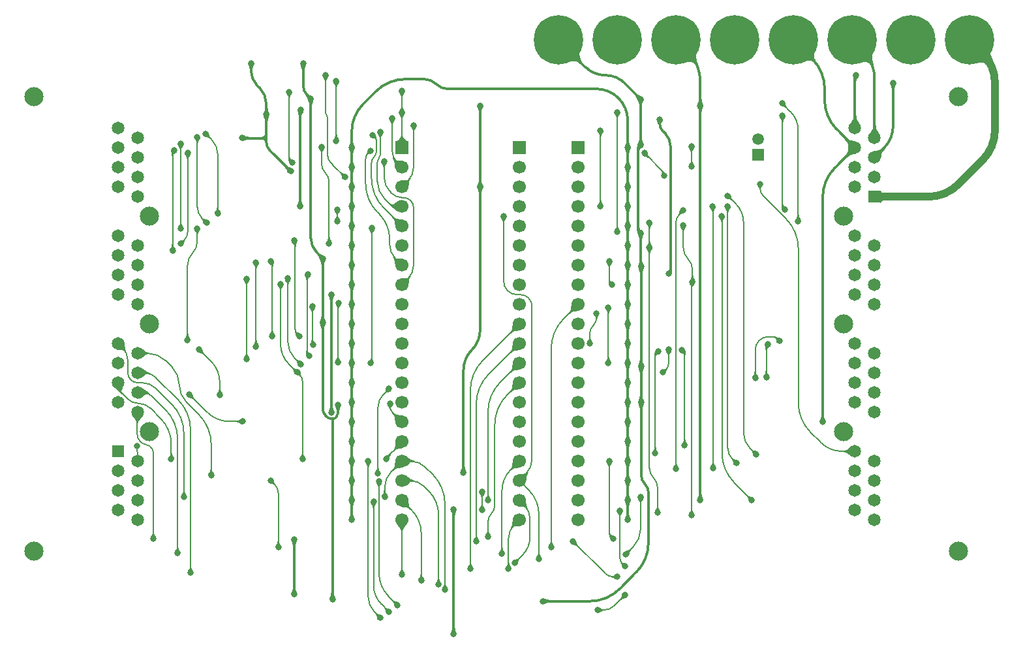
<source format=gbl>
%TF.GenerationSoftware,KiCad,Pcbnew,9.0.4*%
%TF.CreationDate,2025-09-13T10:50:57+02:00*%
%TF.ProjectId,HCP65 40 Pin Tester,48435036-3520-4343-9020-50696e205465,V1*%
%TF.SameCoordinates,Original*%
%TF.FileFunction,Copper,L2,Bot*%
%TF.FilePolarity,Positive*%
%FSLAX46Y46*%
G04 Gerber Fmt 4.6, Leading zero omitted, Abs format (unit mm)*
G04 Created by KiCad (PCBNEW 9.0.4) date 2025-09-13 10:50:57*
%MOMM*%
%LPD*%
G01*
G04 APERTURE LIST*
%TA.AperFunction,ComponentPad*%
%ADD10C,6.400000*%
%TD*%
%TA.AperFunction,ComponentPad*%
%ADD11R,1.500000X1.500000*%
%TD*%
%TA.AperFunction,ComponentPad*%
%ADD12C,1.500000*%
%TD*%
%TA.AperFunction,ComponentPad*%
%ADD13R,1.650000X1.650000*%
%TD*%
%TA.AperFunction,ComponentPad*%
%ADD14C,1.650000*%
%TD*%
%TA.AperFunction,ComponentPad*%
%ADD15C,2.475000*%
%TD*%
%TA.AperFunction,ComponentPad*%
%ADD16R,1.700000X1.700000*%
%TD*%
%TA.AperFunction,ComponentPad*%
%ADD17C,1.700000*%
%TD*%
%TA.AperFunction,ViaPad*%
%ADD18C,0.800000*%
%TD*%
%TA.AperFunction,Conductor*%
%ADD19C,0.380000*%
%TD*%
%TA.AperFunction,Conductor*%
%ADD20C,1.000000*%
%TD*%
%TA.AperFunction,Conductor*%
%ADD21C,0.200000*%
%TD*%
G04 APERTURE END LIST*
D10*
%TO.P,H5,1,1*%
%TO.N,/GNDa*%
X80010000Y11430000D03*
%TD*%
%TO.P,H4,1,1*%
%TO.N,/5Vc*%
X72390000Y11430000D03*
%TD*%
D11*
%TO.P,C10,1*%
%TO.N,/5Va*%
X83058000Y-3429000D03*
D12*
%TO.P,C10,2*%
%TO.N,/GNDb*%
X83058000Y-1428999D03*
%TD*%
D10*
%TO.P,H2,1,1*%
%TO.N,/5Va*%
X57150000Y11430000D03*
%TD*%
%TO.P,H6,1,1*%
%TO.N,/GNDc*%
X95250000Y11430000D03*
%TD*%
D13*
%TO.P,J1,A1,A1*%
%TO.N,/IO24*%
X0Y-41910000D03*
D14*
%TO.P,J1,A2,A2*%
%TO.N,/IO25*%
X2540000Y-43180000D03*
%TO.P,J1,A3,A3*%
%TO.N,/IO26*%
X0Y-44450000D03*
%TO.P,J1,A4,A4*%
%TO.N,/IO27*%
X2540000Y-45720000D03*
%TO.P,J1,A5,A5*%
%TO.N,/IO28*%
X0Y-46989999D03*
%TO.P,J1,A6,A6*%
%TO.N,/IO29*%
X2540000Y-48260000D03*
%TO.P,J1,A7,A7*%
%TO.N,/IO30*%
X0Y-49530000D03*
%TO.P,J1,A8,A8*%
%TO.N,/IO31*%
X2540000Y-50800000D03*
%TO.P,J1,B1,B1*%
%TO.N,/IO16*%
X0Y-27940000D03*
%TO.P,J1,B2,B2*%
%TO.N,/IO17*%
X2540000Y-29210000D03*
%TO.P,J1,B3,B3*%
%TO.N,/IO18*%
X0Y-30479999D03*
%TO.P,J1,B4,B4*%
%TO.N,/IO19*%
X2540000Y-31750000D03*
%TO.P,J1,B5,B5*%
%TO.N,/IO20*%
X0Y-33020000D03*
%TO.P,J1,B6,B6*%
%TO.N,/IO21*%
X2540000Y-34290000D03*
%TO.P,J1,B7,B7*%
%TO.N,/IO22*%
X0Y-35560000D03*
%TO.P,J1,B8,B8*%
%TO.N,/IO23*%
X2540000Y-36830000D03*
%TO.P,J1,C1,C1*%
%TO.N,/IO8*%
X0Y-13970001D03*
%TO.P,J1,C2,C2*%
%TO.N,/IO9*%
X2540000Y-15240000D03*
%TO.P,J1,C3,C3*%
%TO.N,/IO10*%
X0Y-16510000D03*
%TO.P,J1,C4,C4*%
%TO.N,/IO11*%
X2540000Y-17780000D03*
%TO.P,J1,C5,C5*%
%TO.N,/IO12*%
X0Y-19050000D03*
%TO.P,J1,C6,C6*%
%TO.N,/IO13*%
X2540000Y-20320000D03*
%TO.P,J1,C7,C7*%
%TO.N,/IO14*%
X0Y-21590000D03*
%TO.P,J1,C8,C8*%
%TO.N,/IO15*%
X2540000Y-22860000D03*
%TO.P,J1,D1,D1*%
%TO.N,/IO0*%
X0Y0D03*
%TO.P,J1,D2,D2*%
%TO.N,/IO1*%
X2540000Y-1270000D03*
%TO.P,J1,D3,D3*%
%TO.N,/IO2*%
X0Y-2540000D03*
%TO.P,J1,D4,D4*%
%TO.N,/IO3*%
X2540000Y-3810000D03*
%TO.P,J1,D5,D5*%
%TO.N,/IO4*%
X0Y-5080000D03*
%TO.P,J1,D6,D6*%
%TO.N,/IO5*%
X2540000Y-6350000D03*
%TO.P,J1,D7,D7*%
%TO.N,/IO6*%
X0Y-7619999D03*
%TO.P,J1,D8,D8*%
%TO.N,/IO7*%
X2540000Y-8890000D03*
D15*
%TO.P,J1,MH1,MH1*%
%TO.N,unconnected-(J1-PadMH1)*%
X-10920000Y4060000D03*
%TO.P,J1,MH2,MH2*%
%TO.N,unconnected-(J1-PadMH2)*%
X4060000Y-11430000D03*
%TO.P,J1,MH3,MH3*%
%TO.N,unconnected-(J1-PadMH3)*%
X4060000Y-25400001D03*
%TO.P,J1,MH4,MH4*%
%TO.N,unconnected-(J1-PadMH4)*%
X4060000Y-39370000D03*
%TO.P,J1,MH5,MH5*%
%TO.N,unconnected-(J1-PadMH5)*%
X-10920000Y-54860000D03*
%TD*%
D10*
%TO.P,H1,1,1*%
%TO.N,/12V*%
X110490000Y11430000D03*
%TD*%
D16*
%TO.P,J8,1,Pin_1*%
%TO.N,/IO0*%
X36830000Y-2540000D03*
D17*
%TO.P,J8,2,Pin_2*%
%TO.N,/IO1*%
X36830000Y-5080000D03*
%TO.P,J8,3,Pin_3*%
%TO.N,/IO2*%
X36830000Y-7619999D03*
%TO.P,J8,4,Pin_4*%
%TO.N,/IO3*%
X36830000Y-10160000D03*
%TO.P,J8,5,Pin_5*%
%TO.N,/IO4*%
X36830000Y-12700000D03*
%TO.P,J8,6,Pin_6*%
%TO.N,/IO5*%
X36830000Y-15240000D03*
%TO.P,J8,7,Pin_7*%
%TO.N,/IO6*%
X36830000Y-17780000D03*
%TO.P,J8,8,Pin_8*%
%TO.N,/IO7*%
X36830000Y-20320001D03*
%TO.P,J8,9,Pin_9*%
%TO.N,/IO8*%
X36830000Y-22860000D03*
%TO.P,J8,10,Pin_10*%
%TO.N,/IO9*%
X36830000Y-25400000D03*
%TO.P,J8,11,Pin_11*%
%TO.N,/IO10*%
X36830000Y-27940000D03*
%TO.P,J8,12,Pin_12*%
%TO.N,/IO11*%
X36830000Y-30479999D03*
%TO.P,J8,13,Pin_13*%
%TO.N,/IO12*%
X36830000Y-33020000D03*
%TO.P,J8,14,Pin_14*%
%TO.N,/IO13*%
X36830000Y-35560000D03*
%TO.P,J8,15,Pin_15*%
%TO.N,/IO14*%
X36830000Y-38100000D03*
%TO.P,J8,16,Pin_16*%
%TO.N,/IO15*%
X36830000Y-40639999D03*
%TO.P,J8,17,Pin_17*%
%TO.N,/IO16*%
X36830000Y-43180001D03*
%TO.P,J8,18,Pin_18*%
%TO.N,/IO17*%
X36830000Y-45720000D03*
%TO.P,J8,19,Pin_19*%
%TO.N,/IO18*%
X36830000Y-48260000D03*
%TO.P,J8,20,Pin_20*%
%TO.N,/IO19*%
X36830000Y-50800000D03*
%TD*%
D10*
%TO.P,H7,1,1*%
%TO.N,/GNDb*%
X87630000Y11430000D03*
%TD*%
%TO.P,H8,1,1*%
%TO.N,/GNDd*%
X102870000Y11430000D03*
%TD*%
D16*
%TO.P,J3,1,Pin_1*%
%TO.N,/IO39*%
X52070000Y-2540000D03*
D17*
%TO.P,J3,2,Pin_2*%
%TO.N,/IO38*%
X52070000Y-5080000D03*
%TO.P,J3,3,Pin_3*%
%TO.N,/IO37*%
X52070000Y-7619999D03*
%TO.P,J3,4,Pin_4*%
%TO.N,/IO36*%
X52070000Y-10160000D03*
%TO.P,J3,5,Pin_5*%
%TO.N,/IO35*%
X52070000Y-12700000D03*
%TO.P,J3,6,Pin_6*%
%TO.N,/IO34*%
X52070000Y-15240000D03*
%TO.P,J3,7,Pin_7*%
%TO.N,/IO33*%
X52070000Y-17780000D03*
%TO.P,J3,8,Pin_8*%
%TO.N,/IO32*%
X52070000Y-20320001D03*
%TO.P,J3,9,Pin_9*%
%TO.N,/IO31*%
X52070000Y-22860000D03*
%TO.P,J3,10,Pin_10*%
%TO.N,/IO30*%
X52070000Y-25400000D03*
%TO.P,J3,11,Pin_11*%
%TO.N,/IO29*%
X52070000Y-27940000D03*
%TO.P,J3,12,Pin_12*%
%TO.N,/IO28*%
X52070000Y-30479999D03*
%TO.P,J3,13,Pin_13*%
%TO.N,/IO27*%
X52070000Y-33020000D03*
%TO.P,J3,14,Pin_14*%
%TO.N,/IO26*%
X52070000Y-35560000D03*
%TO.P,J3,15,Pin_15*%
%TO.N,/IO25*%
X52070000Y-38100000D03*
%TO.P,J3,16,Pin_16*%
%TO.N,/IO24*%
X52070000Y-40639999D03*
%TO.P,J3,17,Pin_17*%
%TO.N,/IO23*%
X52070000Y-43180001D03*
%TO.P,J3,18,Pin_18*%
%TO.N,/IO22*%
X52070000Y-45720000D03*
%TO.P,J3,19,Pin_19*%
%TO.N,/IO21*%
X52070000Y-48260000D03*
%TO.P,J3,20,Pin_20*%
%TO.N,/IO20*%
X52070000Y-50800000D03*
%TD*%
D13*
%TO.P,J4,A1,A1*%
%TO.N,/12V*%
X98173500Y-8890000D03*
D14*
%TO.P,J4,A2,A2*%
%TO.N,/5Va*%
X95633500Y-7620000D03*
%TO.P,J4,A3,A3*%
%TO.N,/5Vb*%
X98173500Y-6350000D03*
%TO.P,J4,A4,A4*%
%TO.N,/5Vc*%
X95633500Y-5080000D03*
%TO.P,J4,A5,A5*%
%TO.N,/GNDa*%
X98173500Y-3810001D03*
%TO.P,J4,A6,A6*%
%TO.N,/GNDb*%
X95633500Y-2540000D03*
%TO.P,J4,A7,A7*%
%TO.N,/GNDc*%
X98173500Y-1270000D03*
%TO.P,J4,A8,A8*%
%TO.N,/GNDd*%
X95633500Y0D03*
%TO.P,J4,B1,B1*%
%TO.N,unconnected-(J4-PadB1)*%
X98173500Y-22860000D03*
%TO.P,J4,B2,B2*%
%TO.N,unconnected-(J4-PadB2)*%
X95633500Y-21590000D03*
%TO.P,J4,B3,B3*%
%TO.N,unconnected-(J4-PadB3)*%
X98173500Y-20320001D03*
%TO.P,J4,B4,B4*%
%TO.N,unconnected-(J4-PadB4)*%
X95633500Y-19050000D03*
%TO.P,J4,B5,B5*%
%TO.N,unconnected-(J4-PadB5)*%
X98173500Y-17780000D03*
%TO.P,J4,B6,B6*%
%TO.N,unconnected-(J4-PadB6)*%
X95633500Y-16510000D03*
%TO.P,J4,B7,B7*%
%TO.N,unconnected-(J4-PadB7)*%
X98173500Y-15240000D03*
%TO.P,J4,B8,B8*%
%TO.N,unconnected-(J4-PadB8)*%
X95633500Y-13970000D03*
%TO.P,J4,C1,C1*%
%TO.N,unconnected-(J4-PadC1)*%
X98173500Y-36829999D03*
%TO.P,J4,C2,C2*%
%TO.N,unconnected-(J4-PadC2)*%
X95633500Y-35560000D03*
%TO.P,J4,C3,C3*%
%TO.N,unconnected-(J4-PadC3)*%
X98173500Y-34290000D03*
%TO.P,J4,C4,C4*%
%TO.N,unconnected-(J4-PadC4)*%
X95633500Y-33020000D03*
%TO.P,J4,C5,C5*%
%TO.N,unconnected-(J4-PadC5)*%
X98173500Y-31750000D03*
%TO.P,J4,C6,C6*%
%TO.N,unconnected-(J4-PadC6)*%
X95633500Y-30480000D03*
%TO.P,J4,C7,C7*%
%TO.N,unconnected-(J4-PadC7)*%
X98173500Y-29210000D03*
%TO.P,J4,C8,C8*%
%TO.N,unconnected-(J4-PadC8)*%
X95633500Y-27940000D03*
%TO.P,J4,D1,D1*%
%TO.N,/IO32*%
X98173500Y-50800000D03*
%TO.P,J4,D2,D2*%
%TO.N,/IO33*%
X95633500Y-49530000D03*
%TO.P,J4,D3,D3*%
%TO.N,/IO34*%
X98173500Y-48260000D03*
%TO.P,J4,D4,D4*%
%TO.N,/IO35*%
X95633500Y-46990000D03*
%TO.P,J4,D5,D5*%
%TO.N,/IO36*%
X98173500Y-45720000D03*
%TO.P,J4,D6,D6*%
%TO.N,/IO37*%
X95633500Y-44450000D03*
%TO.P,J4,D7,D7*%
%TO.N,/IO38*%
X98173500Y-43180001D03*
%TO.P,J4,D8,D8*%
%TO.N,/IO39*%
X95633500Y-41910000D03*
D15*
%TO.P,J4,MH1,MH1*%
%TO.N,unconnected-(J4-PadMH1)*%
X109093500Y-54860000D03*
%TO.P,J4,MH2,MH2*%
%TO.N,unconnected-(J4-PadMH2)*%
X94113500Y-39370000D03*
%TO.P,J4,MH3,MH3*%
%TO.N,unconnected-(J4-PadMH3)*%
X94113500Y-25399999D03*
%TO.P,J4,MH4,MH4*%
%TO.N,unconnected-(J4-PadMH4)*%
X94113500Y-11430000D03*
%TO.P,J4,MH5,MH5*%
%TO.N,unconnected-(J4-PadMH5)*%
X109093500Y4060000D03*
%TD*%
D16*
%TO.P,J9,1,Pin_1*%
%TO.N,/IO39*%
X59690000Y-2540000D03*
D17*
%TO.P,J9,2,Pin_2*%
%TO.N,/IO38*%
X59690000Y-5080000D03*
%TO.P,J9,3,Pin_3*%
%TO.N,/IO37*%
X59690000Y-7619999D03*
%TO.P,J9,4,Pin_4*%
%TO.N,/IO36*%
X59690000Y-10160000D03*
%TO.P,J9,5,Pin_5*%
%TO.N,/IO35*%
X59690000Y-12700000D03*
%TO.P,J9,6,Pin_6*%
%TO.N,/IO34*%
X59690000Y-15240000D03*
%TO.P,J9,7,Pin_7*%
%TO.N,/IO33*%
X59690000Y-17780000D03*
%TO.P,J9,8,Pin_8*%
%TO.N,/IO32*%
X59690000Y-20320001D03*
%TO.P,J9,9,Pin_9*%
%TO.N,/IO31*%
X59690000Y-22860000D03*
%TO.P,J9,10,Pin_10*%
%TO.N,/IO30*%
X59690000Y-25400000D03*
%TO.P,J9,11,Pin_11*%
%TO.N,/IO29*%
X59690000Y-27940000D03*
%TO.P,J9,12,Pin_12*%
%TO.N,/IO28*%
X59690000Y-30479999D03*
%TO.P,J9,13,Pin_13*%
%TO.N,/IO27*%
X59690000Y-33020000D03*
%TO.P,J9,14,Pin_14*%
%TO.N,/IO26*%
X59690000Y-35560000D03*
%TO.P,J9,15,Pin_15*%
%TO.N,/IO25*%
X59690000Y-38100000D03*
%TO.P,J9,16,Pin_16*%
%TO.N,/IO24*%
X59690000Y-40639999D03*
%TO.P,J9,17,Pin_17*%
%TO.N,/IO23*%
X59690000Y-43180001D03*
%TO.P,J9,18,Pin_18*%
%TO.N,/IO22*%
X59690000Y-45720000D03*
%TO.P,J9,19,Pin_19*%
%TO.N,/IO21*%
X59690000Y-48260000D03*
%TO.P,J9,20,Pin_20*%
%TO.N,/IO20*%
X59690000Y-50800000D03*
%TD*%
D10*
%TO.P,H3,1,1*%
%TO.N,/5Vb*%
X64770000Y11430000D03*
%TD*%
D18*
%TO.N,/5Va*%
X67831300Y-13621900D03*
X67827500Y-2195000D03*
X24026500Y8382000D03*
X26558900Y-16891000D03*
X28548800Y-35899800D03*
X67883700Y-17949900D03*
X25019000Y3810000D03*
X67883700Y-35560000D03*
X26558900Y-25221700D03*
X27833500Y-61087000D03*
X67883700Y-30902000D03*
X67818000Y3761000D03*
X55118000Y-61341000D03*
%TO.N,/5Vc*%
X75565000Y-48250000D03*
X46990000Y-7620000D03*
X44831000Y-44704000D03*
X23622000Y-10150000D03*
X23685501Y2349499D03*
X46990000Y2921000D03*
X75565000Y2921000D03*
%TO.N,/IO33*%
X68961000Y-15494000D03*
X70013500Y-49863900D03*
X68961000Y-12241500D03*
%TO.N,/IO30*%
X45720000Y-57150000D03*
%TO.N,/IO29*%
X46482000Y-53594000D03*
%TO.N,/IO23*%
X4572000Y-53215700D03*
X49816700Y-55198800D03*
%TO.N,/IO21*%
X7730700Y-55105600D03*
X51470500Y-56376700D03*
%TO.N,/IO25*%
X73533000Y-41156700D03*
X2442900Y-41201100D03*
X73197600Y-28789800D03*
%TO.N,/IO27*%
X20798000Y-54356000D03*
X48013600Y-52959000D03*
X19845500Y-45703700D03*
%TO.N,/IO39*%
X83312000Y-7239000D03*
%TO.N,/IO32*%
X73341600Y-12603000D03*
X74429500Y-50203400D03*
X74549000Y-19939000D03*
%TO.N,/IO6*%
X32784003Y-2921000D03*
%TO.N,/IO12*%
X28653500Y-22652400D03*
X28549600Y-30368400D03*
%TO.N,/IO10*%
X17907000Y-28325800D03*
X17907000Y-17399000D03*
%TO.N,/IO19*%
X36830000Y-57876700D03*
X9398000Y-57658000D03*
%TO.N,/IO15*%
X23948200Y-42914000D03*
X34798000Y-42914000D03*
X23250900Y-31684600D03*
X21082000Y-20205000D03*
%TO.N,/IO18*%
X39349601Y-58639100D03*
%TO.N,/IO16*%
X34592400Y-47805100D03*
X42418000Y-59817000D03*
X8545000Y-47826800D03*
%TO.N,/IO17*%
X12089900Y-45001900D03*
X41598314Y-59160783D03*
%TO.N,/IO14*%
X16681500Y-19558000D03*
X35306000Y-35687000D03*
X16681500Y-29928600D03*
%TO.N,/IO7*%
X34527849Y-4318000D03*
%TO.N,/IO1*%
X35560000Y1270000D03*
%TO.N,/IO2*%
X38354000Y381000D03*
%TO.N,/IO13*%
X22034500Y-19494500D03*
X23711200Y-30602600D03*
%TO.N,/IO5*%
X26416000Y-2413000D03*
X27383569Y-14942327D03*
%TO.N,/IO31*%
X56213500Y-54335200D03*
%TO.N,/IO22*%
X50038000Y-11430000D03*
X54610000Y-55850000D03*
%TO.N,/IO4*%
X33020000Y-889000D03*
%TO.N,/IO3*%
X34036000Y-508000D03*
%TO.N,/IO9*%
X19847700Y-17252000D03*
X20011300Y-26984000D03*
%TO.N,/IO24*%
X69723000Y-42164000D03*
X70109200Y-28926200D03*
%TO.N,/IO8*%
X23516200Y-26969000D03*
X22876155Y-14586618D03*
%TO.N,/IO26*%
X33720300Y-44819000D03*
X71455300Y-28718100D03*
X35179000Y-33782000D03*
X70737400Y-31682300D03*
%TO.N,/IO11*%
X24650400Y-18965900D03*
X24834100Y-29537600D03*
%TO.N,/IO20*%
X47232000Y-49530000D03*
X47232000Y-47117000D03*
X6903400Y-42914000D03*
X50673000Y-57150000D03*
%TO.N,/IO0*%
X36830000Y4826000D03*
X36830000Y2032000D03*
%TO.N,/IO28*%
X48006000Y-48260000D03*
%TO.N,/GNDd*%
X27727700Y-36898000D03*
X71457000Y-18911200D03*
X95758000Y6858000D03*
X27686000Y-21590000D03*
X70296400Y1131000D03*
%TO.N,/5Vb*%
X43561000Y-65643730D03*
X22855900Y-53340000D03*
X22855900Y-60440000D03*
X43561000Y-49403000D03*
%TO.N,/GNDb*%
X66142000Y-10160000D03*
X30328000Y-7590000D03*
X66142000Y-2540000D03*
X30328000Y-12670000D03*
X66142000Y-38100000D03*
X30328000Y-45690000D03*
X66142000Y-45720000D03*
X30328000Y-10130000D03*
X30328000Y-17750000D03*
X66142000Y-50800000D03*
X66142000Y-7620000D03*
X66142000Y-5080000D03*
X30328000Y-50770000D03*
X66142000Y-25400000D03*
X30328000Y-38070000D03*
X30328000Y-25370000D03*
X66142000Y-33020000D03*
X66142000Y-43180000D03*
X66142000Y-22860000D03*
X66142000Y-40640000D03*
X30328000Y-48230000D03*
X30328000Y-30450000D03*
X16129000Y-1270000D03*
X66142000Y-17780000D03*
X66142000Y-30480000D03*
X30328000Y-32990000D03*
X17272000Y8382000D03*
X66142000Y-12700000D03*
X66142000Y-48260000D03*
X66142000Y-20320000D03*
X30328000Y-43150000D03*
X30328000Y-35530000D03*
X30328000Y-27910000D03*
X30328000Y-5050000D03*
X91440000Y-38100000D03*
X19253100Y1755000D03*
X30328000Y-15210000D03*
X22401400Y-5586600D03*
X30328000Y-2510000D03*
X66142000Y-15240000D03*
X30328000Y-22830000D03*
X30328000Y-40610000D03*
X66142000Y-27940000D03*
X30328000Y-20290000D03*
X66142000Y-35560000D03*
%TO.N,/IO34*%
X78359000Y-11430000D03*
X82248300Y-48245800D03*
%TO.N,/IO35*%
X73324600Y-10698000D03*
X72390000Y-44196000D03*
%TO.N,/IO36*%
X77216000Y-44069000D03*
X77174400Y-10163500D03*
%TO.N,/IO37*%
X80264000Y-43434000D03*
X79121000Y-10160000D03*
%TO.N,/IO38*%
X82804000Y-42291000D03*
X79121000Y-8763000D03*
%TO.N,Net-(LED6-Pad1)*%
X74429500Y-4994000D03*
X74429500Y-2359600D03*
%TO.N,/S6*%
X8151600Y-14970000D03*
X9043300Y-3208900D03*
%TO.N,/S5*%
X8128000Y-13021069D03*
X8128000Y-2032000D03*
%TO.N,/S4*%
X10287000Y-1143000D03*
X11478800Y-12260000D03*
%TO.N,/S3*%
X28462500Y-10553000D03*
X11382900Y-745800D03*
X28448000Y-12065000D03*
X12936700Y-11049000D03*
%TO.N,/S2*%
X22604400Y-4457500D03*
X22207300Y4699000D03*
%TO.N,/S1*%
X26924000Y6858000D03*
X29464200Y-6350000D03*
%TO.N,/S0*%
X28321000Y6096000D03*
X28321000Y-1651000D03*
%TO.N,/S14*%
X9271000Y-34544000D03*
X16189000Y-38040000D03*
%TO.N,/S13*%
X13200300Y-34580800D03*
X10538500Y-28702000D03*
%TO.N,/S11*%
X32813600Y-30468600D03*
X32943000Y-12957100D03*
X9017000Y-27489000D03*
X10263500Y-13010000D03*
%TO.N,/S10*%
X25223100Y-23099500D03*
X25309300Y-28122900D03*
%TO.N,/S23*%
X64262000Y-53213000D03*
X63754000Y-43180000D03*
%TO.N,/S22*%
X67816900Y-47859000D03*
X65913000Y-55245000D03*
%TO.N,/S20*%
X65116000Y-49586000D03*
X65786000Y-56806500D03*
%TO.N,/S19*%
X64770000Y-58166000D03*
X59055000Y-53594000D03*
%TO.N,/S18*%
X35179000Y-62738000D03*
X33168000Y-48434500D03*
%TO.N,/S17*%
X33842400Y-45831800D03*
X62230000Y-62484000D03*
X65786000Y-60537500D03*
X36280700Y-61859100D03*
%TO.N,/S16*%
X34036000Y-63500000D03*
X32466300Y-43180000D03*
%TO.N,/S29*%
X62103000Y-24003000D03*
X61214000Y-27940000D03*
%TO.N,/S28*%
X63627000Y-23241000D03*
X63627000Y-30480000D03*
%TO.N,/S27*%
X82693200Y-32381400D03*
X85846500Y-27620000D03*
%TO.N,/S26*%
X84308500Y-28030800D03*
X84136900Y-32307100D03*
%TO.N,/S39*%
X70905200Y-6166600D03*
X68299500Y-3247900D03*
%TO.N,/S36*%
X86538400Y-10554900D03*
X62611000Y-304800D03*
X86233000Y1602000D03*
X62607000Y-10151500D03*
%TO.N,/S35*%
X88265000Y-12065000D03*
X64770000Y2081000D03*
X86233000Y3253000D03*
X64770000Y-13462000D03*
%TO.N,/S32*%
X63754000Y-17272000D03*
X64135000Y-20320000D03*
%TO.N,/S7*%
X7273900Y-2890500D03*
X7078900Y-15878800D03*
%TO.N,/GNDa*%
X100584000Y5842000D03*
%TD*%
D19*
%TO.N,/GNDa*%
X100584000Y304979D02*
G75*
G02*
X99378744Y-2604745I-4115000J21D01*
G01*
%TO.N,/GNDc*%
X96711750Y9968250D02*
G75*
G02*
X98173489Y6439273I-3528950J-3528950D01*
G01*
%TO.N,/GNDb*%
X31790296Y3088296D02*
G75*
G03*
X30328002Y-442000I3530304J-3530296D01*
G01*
X93033792Y-5139707D02*
G75*
G03*
X91439959Y-8987463I3847708J-3847793D01*
G01*
X64948000Y3886000D02*
G75*
G03*
X62065429Y5080012I-2882600J-2882600D01*
G01*
X37305963Y6350000D02*
G75*
G03*
X33458215Y4756199I37J-5441600D01*
G01*
X64948000Y3886000D02*
G75*
G02*
X66142012Y1003429I-2882600J-2882600D01*
G01*
X17272000Y7366000D02*
G75*
G03*
X17990429Y5631588I2452800J0D01*
G01*
X19253100Y-1875600D02*
G75*
G03*
X19650983Y-2836193I1358500J0D01*
G01*
X18328946Y5293053D02*
G75*
G02*
X19253122Y3061950I-2231146J-2231153D01*
G01*
X18690400Y-1312900D02*
G75*
G03*
X19253100Y-750200I0J562700D01*
G01*
X19253100Y-1875600D02*
G75*
G03*
X18690400Y-1312900I-562700J0D01*
G01*
X16150450Y-1291450D02*
G75*
G03*
X16202234Y-1312886I51750J51750D01*
G01*
X41275000Y5715000D02*
G75*
G03*
X42808025Y5080011I1533000J1533000D01*
G01*
X90100207Y8959792D02*
G75*
G02*
X91694010Y5112036I-3847807J-3847792D01*
G01*
X91694000Y3653463D02*
G75*
G03*
X93287820Y-194264I5441500J37D01*
G01*
X41275000Y5715000D02*
G75*
G03*
X39741974Y6349989I-1533000J-1533000D01*
G01*
X19253100Y-750200D02*
X19253100Y-1875600D01*
%TO.N,/GNDd*%
X95695750Y6795750D02*
G75*
G03*
X95633514Y6645465I150250J-150250D01*
G01*
X27686000Y-36826813D02*
G75*
G03*
X27706854Y-36877146I71200J13D01*
G01*
X71711700Y-18476399D02*
G75*
G02*
X71584350Y-18783850I-434800J-1D01*
G01*
X70296400Y564900D02*
G75*
G03*
X70696690Y-401495I1366700J0D01*
G01*
X71004050Y-708849D02*
G75*
G02*
X71711714Y-2417268I-1708450J-1708451D01*
G01*
%TO.N,/5Vc*%
X73977500Y9842500D02*
G75*
G02*
X75565015Y6009935I-3832600J-3832600D01*
G01*
X23653750Y2317748D02*
G75*
G03*
X23622002Y2241096I76650J-76648D01*
G01*
X46990000Y-26159356D02*
G75*
G02*
X45910503Y-28765503I-3685650J-4D01*
G01*
X45910500Y-28765500D02*
G75*
G03*
X44831018Y-31371643I2606100J-2606100D01*
G01*
%TO.N,/5Va*%
X68834000Y-53753036D02*
G75*
G02*
X67240200Y-57600785I-5441600J36D01*
G01*
X28190838Y-37596461D02*
G75*
G02*
X27965500Y-37689792I-225338J225361D01*
G01*
X67667650Y-2354850D02*
G75*
G03*
X67507784Y-2740762I385950J-385950D01*
G01*
X26558900Y-36347672D02*
G75*
G03*
X26951992Y-37296708I1342100J-28D01*
G01*
X24026500Y5504303D02*
G75*
G03*
X24522749Y4306249I1694300J-3D01*
G01*
X67507800Y-13069650D02*
G75*
G03*
X67669536Y-13460164I552200J-50D01*
G01*
X67831300Y-17860447D02*
G75*
G03*
X67857514Y-17923686I89500J47D01*
G01*
X27833500Y-37821800D02*
G75*
G03*
X27701500Y-37689800I-132000J0D01*
G01*
X27965500Y-37689800D02*
G75*
G03*
X27833500Y-37821800I0J-132000D01*
G01*
X65093792Y-59747207D02*
G75*
G02*
X61246036Y-61341010I-3847792J3847807D01*
G01*
X28548800Y-36919382D02*
G75*
G02*
X28323155Y-37464155I-770400J-18D01*
G01*
X60661693Y7918306D02*
G75*
G03*
X63221500Y6857995I2559807J2559794D01*
G01*
X67883700Y-44986736D02*
G75*
G03*
X68358861Y-46133839I1622300J36D01*
G01*
X27172424Y-37517124D02*
G75*
G03*
X27589300Y-37689786I416876J416924D01*
G01*
X65781306Y5797693D02*
G75*
G03*
X63221500Y6858003I-2559806J-2559793D01*
G01*
X67818000Y-2178782D02*
G75*
G03*
X67822745Y-2190255I16200J-18D01*
G01*
X25019000Y-14262226D02*
G75*
G03*
X25788949Y-16121051I2628770J-4D01*
G01*
X68358850Y-46133850D02*
G75*
G02*
X68834015Y-47280963I-1147150J-1147150D01*
G01*
X27701500Y-37689800D02*
X27965500Y-37689800D01*
D20*
%TO.N,/12V*%
X112198207Y9721792D02*
G75*
G02*
X113792010Y5874036I-3847807J-3847792D01*
G01*
X109035792Y-7296207D02*
G75*
G02*
X105188036Y-8890010I-3847792J3847807D01*
G01*
X113792000Y-286036D02*
G75*
G02*
X112198200Y-4133785I-5441600J36D01*
G01*
D21*
%TO.N,/S7*%
X7176400Y-2988000D02*
G75*
G03*
X7078894Y-3223385I235400J-235400D01*
G01*
%TO.N,/S32*%
X63754000Y-19669592D02*
G75*
G03*
X63944498Y-20129502I650400J-8D01*
G01*
%TO.N,/S35*%
X86233000Y3214000D02*
G75*
G03*
X86260568Y3147413I94200J0D01*
G01*
X87249000Y2159000D02*
G75*
G02*
X88264983Y-293840I-2452800J-2452800D01*
G01*
%TO.N,/S36*%
X62611000Y-10144671D02*
G75*
G02*
X62609008Y-10149508I-6800J-29D01*
G01*
X86233000Y-10033549D02*
G75*
G03*
X86385685Y-10402215I521300J-51D01*
G01*
%TO.N,/S39*%
X70794537Y-5742937D02*
G75*
G02*
X70905207Y-6010100I-267137J-267163D01*
G01*
%TO.N,/S26*%
X84222700Y-28116600D02*
G75*
G03*
X84136916Y-28323739I207100J-207100D01*
G01*
%TO.N,/S27*%
X83193100Y-27550900D02*
G75*
G03*
X82693186Y-28757765I1206900J-1206900D01*
G01*
X84399965Y-27051000D02*
G75*
G03*
X83193110Y-27550910I35J-1706800D01*
G01*
X85562000Y-27335500D02*
G75*
G03*
X84875156Y-27051018I-686800J-686800D01*
G01*
%TO.N,/S29*%
X62103000Y-24574500D02*
G75*
G02*
X61698884Y-25550107I-1379700J0D01*
G01*
X61658500Y-25590500D02*
G75*
G03*
X61214007Y-26663617I1073100J-1073100D01*
G01*
%TO.N,/S16*%
X32466300Y-60820354D02*
G75*
G03*
X33251148Y-62715152I2679640J-6D01*
G01*
%TO.N,/S17*%
X33869700Y-57743265D02*
G75*
G03*
X35075199Y-60653601I4115830J-5D01*
G01*
X64408544Y-61914955D02*
G75*
G02*
X63034750Y-62484046I-1373844J1373755D01*
G01*
X33856050Y-45845450D02*
G75*
G02*
X33869698Y-45878404I-32950J-32950D01*
G01*
%TO.N,/S18*%
X33168000Y-59305008D02*
G75*
G03*
X34173502Y-61732498I3433000J8D01*
G01*
%TO.N,/S19*%
X63222888Y-57761888D02*
G75*
G03*
X64198500Y-58166007I975612J975588D01*
G01*
%TO.N,/S20*%
X65116000Y-55662738D02*
G75*
G03*
X65451011Y-56471489I1143800J38D01*
G01*
%TO.N,/S22*%
X67816900Y-51994839D02*
G75*
G02*
X66864938Y-54293038I-3250200J39D01*
G01*
%TO.N,/S23*%
X63754000Y-52345789D02*
G75*
G03*
X64007997Y-52959003I867200J-11D01*
G01*
%TO.N,/S10*%
X25223100Y-27975747D02*
G75*
G03*
X25266214Y-28079786I147200J47D01*
G01*
%TO.N,/S11*%
X32943000Y-30247700D02*
G75*
G02*
X32878300Y-30403900I-220900J0D01*
G01*
X10263500Y-14763091D02*
G75*
G02*
X9640252Y-16267752I-2127920J1D01*
G01*
X9640250Y-16267750D02*
G75*
G03*
X9017004Y-17772408I1504650J-1504650D01*
G01*
%TO.N,/S13*%
X12062918Y-30226418D02*
G75*
G02*
X13200289Y-32972300I-2745918J-2745882D01*
G01*
%TO.N,/S14*%
X11557140Y-36830140D02*
G75*
G03*
X14478000Y-38040006I2920860J2920840D01*
G01*
%TO.N,/S1*%
X27884358Y-4751372D02*
G75*
G02*
X27890988Y-4767407I-16058J-16028D01*
G01*
X27891000Y-4767407D02*
G75*
G03*
X27897640Y-4783442I22700J7D01*
G01*
X26924000Y2003249D02*
G75*
G03*
X27072522Y1644588I507200J-49D01*
G01*
X27072550Y1644616D02*
G75*
G02*
X27221084Y1285983I-358650J-358616D01*
G01*
X27221101Y-3614424D02*
G75*
G03*
X27556060Y-4423054I1143599J24D01*
G01*
%TO.N,/S2*%
X22207300Y-3779607D02*
G75*
G03*
X22405852Y-4258948I677900J7D01*
G01*
%TO.N,/S3*%
X28455250Y-10560250D02*
G75*
G03*
X28447951Y-10577753I17450J-17550D01*
G01*
X12159800Y-1522700D02*
G75*
G02*
X12936699Y-3398302I-1875600J-1875600D01*
G01*
%TO.N,/S4*%
X10287000Y-10225470D02*
G75*
G03*
X10882900Y-11664100I2034530J0D01*
G01*
%TO.N,/S6*%
X9043300Y-13447772D02*
G75*
G02*
X8597451Y-14524151I-1522240J2D01*
G01*
%TO.N,/IO38*%
X80150500Y-9792500D02*
G75*
G02*
X81179986Y-12277932I-2485400J-2485400D01*
G01*
X81180000Y-39518658D02*
G75*
G03*
X81991988Y-41479012I2772300J-42D01*
G01*
%TO.N,/IO37*%
X79121000Y-41482776D02*
G75*
G03*
X79692493Y-42862507I1951200J-24D01*
G01*
%TO.N,/IO36*%
X77195200Y-10184300D02*
G75*
G02*
X77215994Y-10234515I-50200J-50200D01*
G01*
%TO.N,/IO35*%
X72857300Y-11165300D02*
G75*
G03*
X72389984Y-12293461I1128200J-1128200D01*
G01*
%TO.N,/IO34*%
X78368300Y-42111836D02*
G75*
G03*
X79962100Y-45959584I5441600J36D01*
G01*
X78363650Y-11434650D02*
G75*
G02*
X78368310Y-11445876I-11250J-11250D01*
G01*
%TO.N,/IO28*%
X49599792Y-32950207D02*
G75*
G03*
X48005959Y-36797963I3847708J-3847793D01*
G01*
%TO.N,/IO20*%
X51371500Y-51498500D02*
G75*
G03*
X50673012Y-53184828I1686300J-1686300D01*
G01*
X5531754Y-37662754D02*
G75*
G02*
X6903398Y-40974200I-3311454J-3311446D01*
G01*
X1165682Y-35074682D02*
G75*
G03*
X2683300Y-35703299I1517618J1517622D01*
G01*
X4200917Y-36331917D02*
G75*
G03*
X2683300Y-35703298I-1517617J-1517613D01*
G01*
X0Y-33464500D02*
G75*
G03*
X314308Y-34223308I1073106J-5D01*
G01*
%TO.N,/IO11*%
X24521400Y-29003787D02*
G75*
G03*
X24677746Y-29381254I533800J-13D01*
G01*
X24585900Y-19030400D02*
G75*
G03*
X24521407Y-19186116I155700J-155700D01*
G01*
%TO.N,/IO26*%
X71455300Y-30456768D02*
G75*
G02*
X71096359Y-31323359I-1225500J-32D01*
G01*
X34449650Y-34511350D02*
G75*
G03*
X33720253Y-36272156I1760750J-1760850D01*
G01*
%TO.N,/IO8*%
X22987500Y-26066452D02*
G75*
G03*
X23251836Y-26704664I902500J-48D01*
G01*
X22931827Y-14642290D02*
G75*
G02*
X22987496Y-14776695I-134427J-134410D01*
G01*
%TO.N,/IO24*%
X69910100Y-29125300D02*
G75*
G03*
X69710988Y-29605969I480700J-480700D01*
G01*
X69711000Y-42143514D02*
G75*
G03*
X69717004Y-42157996I20500J14D01*
G01*
%TO.N,/IO9*%
X19929500Y-17333800D02*
G75*
G02*
X20011307Y-17531282I-197500J-197500D01*
G01*
%TO.N,/IO3*%
X33655000Y-6907961D02*
G75*
G03*
X34607503Y-9207497I3252030J1D01*
G01*
X34036000Y-3443680D02*
G75*
G02*
X33845508Y-3903596I-650400J-20D01*
G01*
X33845500Y-3903588D02*
G75*
G03*
X33654995Y-4363495I459900J-459912D01*
G01*
X35110987Y-9710987D02*
G75*
G03*
X36195000Y-10160008I1084013J1083987D01*
G01*
%TO.N,/IO4*%
X33277001Y-1146001D02*
G75*
G02*
X33534020Y-1766458I-620501J-620499D01*
G01*
X33213501Y-3743498D02*
G75*
G03*
X32892981Y-4517257I773799J-773802D01*
G01*
X32893000Y-6509036D02*
G75*
G03*
X34486790Y-10356794I5441550J-4D01*
G01*
X33534003Y-2969739D02*
G75*
G02*
X33213491Y-3743488I-1094303J39D01*
G01*
%TO.N,/IO22*%
X53276500Y-22034500D02*
G75*
G02*
X53720993Y-23107617I-1073100J-1073100D01*
G01*
X52895500Y-44894500D02*
G75*
G03*
X52895500Y-46545500I825500J-825500D01*
G01*
X50546000Y-21082000D02*
G75*
G03*
X51772420Y-21589992I1226400J1226400D01*
G01*
X53721000Y-42901566D02*
G75*
G02*
X52895510Y-44894510I-2818400J-34D01*
G01*
X50038000Y-19855579D02*
G75*
G03*
X50545994Y-21082006I1734400J-21D01*
G01*
X53340000Y-46990000D02*
G75*
G02*
X54610020Y-50056051I-3066100J-3066100D01*
G01*
X53276500Y-22034500D02*
G75*
G03*
X52203382Y-21590007I-1073100J-1073100D01*
G01*
%TO.N,/IO31*%
X57807292Y-24742707D02*
G75*
G03*
X56213459Y-28590463I3847708J-3847793D01*
G01*
%TO.N,/IO5*%
X26416000Y-4649825D02*
G75*
G03*
X26899806Y-5817762I1651700J25D01*
G01*
X26899784Y-5817784D02*
G75*
G02*
X27383531Y-6985743I-1167984J-1167916D01*
G01*
%TO.N,/IO13*%
X22034500Y-27740294D02*
G75*
G03*
X22872848Y-29764252I2862300J-6D01*
G01*
%TO.N,/IO2*%
X38354000Y-5018368D02*
G75*
G02*
X37592010Y-6858009I-2601600J-32D01*
G01*
%TO.N,/IO1*%
X35560000Y-2911974D02*
G75*
G03*
X36194992Y-4445008I2168000J-26D01*
G01*
%TO.N,/IO7*%
X37969000Y-9394000D02*
G75*
G02*
X38354012Y-10323472I-929500J-929500D01*
G01*
X35521184Y-8470184D02*
G75*
G03*
X36822000Y-9009009I1300816J1300784D01*
G01*
X34527849Y-6393454D02*
G75*
G03*
X35293922Y-8242926I2615541J-6D01*
G01*
X38354000Y-17718369D02*
G75*
G02*
X37592009Y-19558009I-2601600J-31D01*
G01*
X37969000Y-9394000D02*
G75*
G03*
X37039527Y-9008988I-929500J-929500D01*
G01*
%TO.N,/IO14*%
X35306000Y-36131500D02*
G75*
G03*
X35620312Y-36890304I1073100J0D01*
G01*
%TO.N,/IO17*%
X6994573Y-30997573D02*
G75*
G02*
X7937501Y-33274000I-2276423J-2276427D01*
G01*
X10496107Y-37166107D02*
G75*
G02*
X12089904Y-41013863I-3847757J-3847763D01*
G01*
X40293657Y-47024657D02*
G75*
G02*
X41598319Y-50174377I-3149757J-3149743D01*
G01*
X39752321Y-46483321D02*
G75*
G03*
X37909500Y-45719987I-1842821J-1842779D01*
G01*
X7937500Y-33274000D02*
G75*
G03*
X8880427Y-35550425I3219350J0D01*
G01*
X6149926Y-30152926D02*
G75*
G03*
X3873500Y-29209999I-2276426J-2276424D01*
G01*
%TO.N,/IO16*%
X35436508Y-44573492D02*
G75*
G03*
X34592445Y-46611350I2037892J-2037808D01*
G01*
X39924224Y-43988224D02*
G75*
G03*
X37973000Y-43179986I-1951224J-1951176D01*
G01*
X6951207Y-35780207D02*
G75*
G02*
X8545004Y-39627963I-3847757J-3847763D01*
G01*
X4954321Y-33783321D02*
G75*
G03*
X3111500Y-33019999I-1842821J-1842819D01*
G01*
X635000Y-28575000D02*
G75*
G02*
X1270000Y-30108025I-1533030J-1533028D01*
G01*
X1651000Y-32639000D02*
G75*
G03*
X2570815Y-33020005I919820J919810D01*
G01*
X40824207Y-44888207D02*
G75*
G02*
X42418011Y-48735963I-3847807J-3847793D01*
G01*
X1270000Y-31719184D02*
G75*
G03*
X1650998Y-32639002I1300810J-6D01*
G01*
%TO.N,/IO18*%
X38089800Y-49519800D02*
G75*
G02*
X39349589Y-52561227I-3041400J-3041400D01*
G01*
%TO.N,/IO15*%
X21082000Y-27982056D02*
G75*
G03*
X22166449Y-30600151I3702540J-4D01*
G01*
X34838658Y-42758341D02*
G75*
G03*
X34797994Y-42856500I98142J-98159D01*
G01*
X23599550Y-32033250D02*
G75*
G02*
X23948214Y-32874965I-841750J-841750D01*
G01*
%TO.N,/IO19*%
X4946617Y-32378617D02*
G75*
G03*
X3429000Y-31749998I-1517617J-1517613D01*
G01*
X7804207Y-35236207D02*
G75*
G02*
X9398004Y-39083963I-3847757J-3847763D01*
G01*
%TO.N,/IO12*%
X28549700Y-30368350D02*
X28549695Y-30368359D01*
X28549690Y-30368367D01*
X28549684Y-30368374D01*
X28549677Y-30368381D01*
X28549669Y-30368388D01*
X28549662Y-30368393D01*
X28549653Y-30368398D01*
X28549650Y-30368400D01*
X28601600Y-22704300D02*
G75*
G03*
X28549699Y-22829597I125300J-125300D01*
G01*
%TO.N,/IO6*%
X33938162Y-11205162D02*
G75*
G02*
X35240292Y-14348800I-3143662J-3143638D01*
G01*
X35240300Y-15066212D02*
G75*
G03*
X36035154Y-16985146I2713800J12D01*
G01*
X32457501Y-3247501D02*
G75*
G03*
X32131018Y-4035745I788199J-788199D01*
G01*
X32131000Y-7199392D02*
G75*
G03*
X33685648Y-10952652I5307900J-8D01*
G01*
%TO.N,/IO32*%
X73945300Y-16922300D02*
G75*
G02*
X74549016Y-18379760I-1457500J-1457500D01*
G01*
X73341600Y-15464839D02*
G75*
G03*
X73945312Y-16922288I2061200J39D01*
G01*
X74489250Y-19998750D02*
G75*
G03*
X74429500Y-20142999I144250J-144250D01*
G01*
%TO.N,/IO39*%
X86687007Y-11766007D02*
G75*
G02*
X88280811Y-15613763I-3847807J-3847793D01*
G01*
X88280800Y-35607836D02*
G75*
G03*
X89874600Y-39455584I5441600J36D01*
G01*
X83312000Y-7815000D02*
G75*
G03*
X83719290Y-8798296I1390600J0D01*
G01*
X91160682Y-40741682D02*
G75*
G03*
X93981250Y-41909960I2820518J2820582D01*
G01*
%TO.N,/IO27*%
X20321750Y-46179950D02*
G75*
G02*
X20797992Y-47329719I-1149750J-1149750D01*
G01*
X48895000Y-48906756D02*
G75*
G02*
X48454334Y-49970734I-1504700J-44D01*
G01*
X50482500Y-34607500D02*
G75*
G03*
X48894985Y-38440064I3832600J-3832600D01*
G01*
X48454300Y-49970700D02*
G75*
G03*
X48013618Y-51034643I1063900J-1063900D01*
G01*
%TO.N,/IO25*%
X2442900Y-41841339D02*
G75*
G03*
X2491452Y-41958548I165750J-1D01*
G01*
X2491450Y-41958550D02*
G75*
G02*
X2540017Y-42075760I-117250J-117250D01*
G01*
X73365300Y-28957500D02*
G75*
G02*
X73533015Y-29362363I-404900J-404900D01*
G01*
%TO.N,/IO21*%
X6136907Y-36489907D02*
G75*
G02*
X7730704Y-40337663I-3847757J-3847763D01*
G01*
X53467000Y-52968461D02*
G75*
G02*
X52468752Y-55378452I-3408250J1D01*
G01*
X52768500Y-48958500D02*
G75*
G02*
X53466988Y-50644828I-1686300J-1686300D01*
G01*
X4430914Y-34783914D02*
G75*
G03*
X3238500Y-34290001I-1192414J-1192416D01*
G01*
%TO.N,/IO23*%
X3037461Y-40803361D02*
G75*
G03*
X3619500Y-41044443I582039J582061D01*
G01*
X4266225Y-41350225D02*
G75*
G02*
X4571972Y-42088431I-738225J-738175D01*
G01*
X50943350Y-44306650D02*
G75*
G03*
X49816710Y-47026623I2719950J-2719950D01*
G01*
X4201538Y-41285538D02*
G75*
G03*
X3619500Y-41044457I-582038J-582062D01*
G01*
X2482200Y-39684995D02*
G75*
G03*
X2880374Y-40646276I1359450J-5D01*
G01*
%TO.N,/IO29*%
X48075792Y-31934207D02*
G75*
G03*
X46481959Y-35781963I3847708J-3847793D01*
G01*
%TO.N,/IO30*%
X47313792Y-30156207D02*
G75*
G03*
X45719959Y-34003963I3847708J-3847793D01*
G01*
%TO.N,/IO33*%
X69487250Y-45357250D02*
G75*
G02*
X70013488Y-46627729I-1270450J-1270450D01*
G01*
X68961000Y-44086770D02*
G75*
G03*
X69487241Y-45357259I1796700J-30D01*
G01*
%TO.N,/S2*%
X22207300Y4699000D02*
X22207300Y-3779607D01*
X22604400Y-4457500D02*
X22405850Y-4258950D01*
D19*
%TO.N,/5Va*%
X67818000Y3761000D02*
X67818000Y-2178782D01*
X67831300Y-13621900D02*
X67831300Y-17860447D01*
X67831300Y-13621900D02*
X67669550Y-13460150D01*
X67883700Y-35560000D02*
X67883700Y-44986736D01*
X26558900Y-25221700D02*
X26558900Y-16891000D01*
X68834000Y-53753036D02*
X68834000Y-47280963D01*
X67240207Y-57600792D02*
X65093792Y-59747207D01*
X27833500Y-37821800D02*
X27833500Y-61087000D01*
X67818000Y3761000D02*
X65781306Y5797693D01*
X67827500Y-2195000D02*
X67667650Y-2354850D01*
X60661693Y7918306D02*
X57150000Y11430000D01*
X24026500Y5504303D02*
X24026500Y8382000D01*
X67857500Y-17923700D02*
X67883700Y-17949900D01*
X26558900Y-16891000D02*
X25788950Y-16121050D01*
X67507800Y-2740762D02*
X67507800Y-13069650D01*
X25019000Y3810000D02*
X25019000Y-14262226D01*
X67827500Y-2195000D02*
X67822750Y-2190250D01*
X24522750Y4306250D02*
X25019000Y3810000D01*
X67883700Y-30902000D02*
X67883700Y-17949900D01*
X26558900Y-36347672D02*
X26558900Y-25221700D01*
X28548800Y-36919382D02*
X28548800Y-35899800D01*
X28190838Y-37596461D02*
X28323150Y-37464150D01*
X26952000Y-37296700D02*
X27172424Y-37517124D01*
X67883700Y-30902000D02*
X67883700Y-35560000D01*
X27701500Y-37689800D02*
X27589300Y-37689800D01*
X55118000Y-61341000D02*
X61246036Y-61341000D01*
D20*
%TO.N,/12V*%
X105188036Y-8890000D02*
X98173500Y-8890000D01*
X109035792Y-7296207D02*
X112198207Y-4133792D01*
X113792000Y5874036D02*
X113792000Y-286036D01*
D19*
%TO.N,/5Vc*%
X46990000Y-7620000D02*
X46990000Y-26159356D01*
X44831000Y-44704000D02*
X44831000Y-31371643D01*
X75565000Y-48250000D02*
X75565000Y2921000D01*
X23622000Y-10150000D02*
X23622000Y2241096D01*
X23653750Y2317748D02*
X23685501Y2349499D01*
X46990000Y2921000D02*
X46990000Y-7620000D01*
X75565000Y6009935D02*
X75565000Y2921000D01*
D21*
%TO.N,/IO33*%
X68961000Y-15494000D02*
X68961000Y-12241500D01*
X68961000Y-15494000D02*
X68961000Y-44086770D01*
X70013500Y-49863900D02*
X70013500Y-46627729D01*
%TO.N,/IO30*%
X45720000Y-57150000D02*
X45720000Y-34003963D01*
X47313792Y-30156207D02*
X52070000Y-25400000D01*
%TO.N,/IO29*%
X46482000Y-53594000D02*
X46482000Y-35781963D01*
X48075792Y-31934207D02*
X52070000Y-27940000D01*
%TO.N,/IO23*%
X3037461Y-40803361D02*
X2880375Y-40646275D01*
X4266225Y-41350225D02*
X4201538Y-41285538D01*
X49816700Y-55198800D02*
X49816700Y-47026623D01*
X50943350Y-44306650D02*
X52070000Y-43180000D01*
X2482200Y-39684995D02*
X2482200Y-36887800D01*
X4572000Y-42088431D02*
X4572000Y-53215700D01*
%TO.N,/IO21*%
X6136907Y-36489907D02*
X4430914Y-34783914D01*
X7730700Y-40337663D02*
X7730700Y-55105600D01*
X52768500Y-48958500D02*
X52070000Y-48260000D01*
X53467000Y-52968461D02*
X53467000Y-50644828D01*
X51470500Y-56376700D02*
X52468750Y-55378450D01*
%TO.N,/IO25*%
X2540000Y-42075760D02*
X2540000Y-43180000D01*
X2442900Y-41841339D02*
X2442900Y-41201100D01*
X73197600Y-28789800D02*
X73365300Y-28957500D01*
X73533000Y-41156700D02*
X73533000Y-29362363D01*
%TO.N,/IO27*%
X20321750Y-46179950D02*
X19845500Y-45703700D01*
X20798000Y-47329719D02*
X20798000Y-54356000D01*
X50482500Y-34607500D02*
X52070000Y-33020000D01*
X48895000Y-48906756D02*
X48895000Y-38440064D01*
X48013600Y-52959000D02*
X48013600Y-51034643D01*
%TO.N,/IO39*%
X88280800Y-15613763D02*
X88280800Y-35607836D01*
X86687007Y-11766007D02*
X83719293Y-8798293D01*
X89874592Y-39455592D02*
X91160682Y-40741682D01*
X93981250Y-41910000D02*
X95633500Y-41910000D01*
X83312000Y-7239000D02*
X83312000Y-7815000D01*
%TO.N,/IO32*%
X73341600Y-12603000D02*
X73341600Y-15464839D01*
X74429500Y-20142999D02*
X74429500Y-50203400D01*
X74549000Y-19939000D02*
X74489250Y-19998750D01*
X74549000Y-18379760D02*
X74549000Y-19939000D01*
%TO.N,/IO6*%
X32457501Y-3247501D02*
X32784003Y-2921000D01*
X33938162Y-11205162D02*
X33685650Y-10952650D01*
X32131000Y-4035745D02*
X32131000Y-7199392D01*
X35240300Y-14348800D02*
X35240300Y-15066212D01*
X36035150Y-16985150D02*
X36830000Y-17780000D01*
%TO.N,/IO12*%
X28549700Y-30368350D02*
X28549700Y-22829597D01*
X28653500Y-22652400D02*
X28601600Y-22704300D01*
X28549650Y-30368400D02*
X28549600Y-30368400D01*
%TO.N,/IO10*%
X17907000Y-17399000D02*
X17907000Y-28325800D01*
%TO.N,/IO19*%
X36830000Y-57876700D02*
X36830000Y-50800000D01*
X9398000Y-57658000D02*
X9398000Y-39083963D01*
X3429000Y-31750000D02*
X2540000Y-31750000D01*
X4946617Y-32378617D02*
X7804207Y-35236207D01*
%TO.N,/IO15*%
X23948200Y-42914000D02*
X23948200Y-32874965D01*
X34798000Y-42914000D02*
X34798000Y-42856500D01*
X23599550Y-32033250D02*
X23250900Y-31684600D01*
X21082000Y-27982056D02*
X21082000Y-20205000D01*
X22166450Y-30600150D02*
X23250900Y-31684600D01*
X34838658Y-42758341D02*
X36819000Y-40778000D01*
%TO.N,/IO18*%
X39349601Y-58639100D02*
X39349601Y-52561227D01*
X38089800Y-49519800D02*
X36830000Y-48260000D01*
%TO.N,/IO16*%
X36830000Y-43180001D02*
X37973000Y-43180001D01*
X6951207Y-35780207D02*
X4954321Y-33783321D01*
X1270000Y-30108025D02*
X1270000Y-31719184D01*
X35436508Y-44573492D02*
X36830000Y-43180001D01*
X34592400Y-47805100D02*
X34592400Y-46611350D01*
X39924224Y-43988224D02*
X40824207Y-44888207D01*
X8545000Y-47826800D02*
X8545000Y-39627963D01*
X635000Y-28575000D02*
X0Y-27940000D01*
X42418000Y-59817000D02*
X42418000Y-48735963D01*
X3111500Y-33020000D02*
X2570815Y-33020000D01*
%TO.N,/IO17*%
X10496107Y-37166107D02*
X8880426Y-35550426D01*
X12089900Y-41013863D02*
X12089900Y-45001900D01*
X3873500Y-29210000D02*
X2540000Y-29210000D01*
X40293657Y-47024657D02*
X39752321Y-46483321D01*
X6994573Y-30997573D02*
X6149926Y-30152926D01*
X37909500Y-45720000D02*
X36830000Y-45720000D01*
X41598314Y-50174377D02*
X41598314Y-59160783D01*
%TO.N,/IO14*%
X35620308Y-36890308D02*
X36830000Y-38100000D01*
X16681500Y-29928600D02*
X16681500Y-19558000D01*
X35306000Y-36131500D02*
X35306000Y-35687000D01*
%TO.N,/IO7*%
X36822000Y-9009000D02*
X37039527Y-9009000D01*
X37592000Y-19558000D02*
X36830000Y-20320000D01*
X34527849Y-4318000D02*
X34527849Y-6393454D01*
X35521184Y-8470184D02*
X35293924Y-8242924D01*
X38354000Y-10323472D02*
X38354000Y-17718369D01*
%TO.N,/IO1*%
X36195000Y-4445000D02*
X36830000Y-5080000D01*
X35560000Y-2911974D02*
X35560000Y1270000D01*
%TO.N,/IO2*%
X38354000Y381000D02*
X38354000Y-5018368D01*
X37592000Y-6857999D02*
X36830000Y-7619999D01*
%TO.N,/IO13*%
X22034500Y-19494500D02*
X22034500Y-27740294D01*
X22872850Y-29764250D02*
X23711200Y-30602600D01*
%TO.N,/IO5*%
X27383569Y-14942327D02*
X27383569Y-6985743D01*
X26416000Y-2413000D02*
X26416000Y-4649825D01*
%TO.N,/IO31*%
X57807292Y-24742707D02*
X59690000Y-22860000D01*
X56213500Y-28590463D02*
X56213500Y-54335200D01*
%TO.N,/IO22*%
X51772420Y-21590000D02*
X52203382Y-21590000D01*
X54610000Y-55850000D02*
X54610000Y-50056051D01*
X50038000Y-11430000D02*
X50038000Y-19855579D01*
X52895500Y-46545500D02*
X53340000Y-46990000D01*
X53721000Y-23107617D02*
X53721000Y-42901566D01*
%TO.N,/IO4*%
X33277001Y-1146001D02*
X33020000Y-889000D01*
X34486792Y-10356792D02*
X36830000Y-12700000D01*
X32893000Y-4517257D02*
X32893000Y-6509036D01*
X33534003Y-1766458D02*
X33534003Y-2969739D01*
%TO.N,/IO3*%
X33655000Y-6907961D02*
X33655000Y-4363495D01*
X34036000Y-3443680D02*
X34036000Y-508000D01*
X34607500Y-9207500D02*
X35110987Y-9710987D01*
%TO.N,/IO9*%
X20011300Y-17531282D02*
X20011300Y-26984000D01*
X19929500Y-17333800D02*
X19847700Y-17252000D01*
%TO.N,/IO24*%
X70109200Y-28926200D02*
X69910100Y-29125300D01*
X69711000Y-29605969D02*
X69711000Y-42143514D01*
X69723000Y-42164000D02*
X69717000Y-42158000D01*
%TO.N,/IO8*%
X22987500Y-26066452D02*
X22987500Y-14776695D01*
X23516200Y-26969000D02*
X23251850Y-26704650D01*
X22931827Y-14642290D02*
X22876155Y-14586618D01*
%TO.N,/IO26*%
X34449650Y-34511350D02*
X35179000Y-33782000D01*
X70737400Y-31682300D02*
X71096350Y-31323350D01*
X71455300Y-30456768D02*
X71455300Y-28718100D01*
X33720300Y-44819000D02*
X33720300Y-36272156D01*
%TO.N,/IO11*%
X24521400Y-29003787D02*
X24521400Y-19186116D01*
X24834100Y-29537600D02*
X24677750Y-29381250D01*
X24650400Y-18965900D02*
X24585900Y-19030400D01*
%TO.N,/IO20*%
X51371500Y-51498500D02*
X52070000Y-50800000D01*
X1165682Y-35074682D02*
X314308Y-34223308D01*
X6903400Y-40974200D02*
X6903400Y-42914000D01*
X47232000Y-47117000D02*
X47232000Y-49530000D01*
X50673000Y-53184828D02*
X50673000Y-57150000D01*
X5531754Y-37662754D02*
X4200917Y-36331917D01*
%TO.N,/IO0*%
X36830000Y2032000D02*
X36830000Y-2540000D01*
X36830000Y4826000D02*
X36830000Y2032000D01*
%TO.N,/IO28*%
X48006000Y-48260000D02*
X48006000Y-36797963D01*
X49599792Y-32950207D02*
X52070000Y-30480000D01*
D19*
%TO.N,/GNDd*%
X71711700Y-18476399D02*
X71711700Y-2417268D01*
X27686000Y-36826813D02*
X27686000Y-21590000D01*
X70296400Y1131000D02*
X70296400Y564900D01*
X27706850Y-36877150D02*
X27727700Y-36898000D01*
X70696693Y-401492D02*
X71004050Y-708849D01*
X71584350Y-18783850D02*
X71457000Y-18911200D01*
X95633500Y6645465D02*
X95633500Y0D01*
X95758000Y6858000D02*
X95695750Y6795750D01*
%TO.N,/5Vb*%
X22855900Y-53340000D02*
X22855900Y-60440000D01*
X43561000Y-65643730D02*
X43561000Y-49403000D01*
%TO.N,/GNDb*%
X66142000Y-5080000D02*
X66142000Y-2540000D01*
X30328000Y-22830000D02*
X30328000Y-25370000D01*
X66142000Y-15240000D02*
X66142000Y-12700000D01*
X30328000Y-27910000D02*
X30328000Y-25370000D01*
X17272000Y8382000D02*
X17272000Y7366000D01*
X66142000Y1003429D02*
X66142000Y-2540000D01*
X30328000Y-38070000D02*
X30328000Y-40610000D01*
X31790296Y3088296D02*
X33458207Y4756207D01*
X19253100Y1755000D02*
X19253100Y3061950D01*
X30328000Y-22830000D02*
X30328000Y-20290000D01*
X66142000Y-22860000D02*
X66142000Y-25400000D01*
X30328000Y-35530000D02*
X30328000Y-32990000D01*
X66142000Y-22860000D02*
X66142000Y-20320000D01*
X30328000Y-15210000D02*
X30328000Y-17750000D01*
X22401400Y-5586600D02*
X19650988Y-2836188D01*
X66142000Y-43180000D02*
X66142000Y-45720000D01*
X18690400Y-1312900D02*
X16202234Y-1312900D01*
X30328000Y-38070000D02*
X30328000Y-35530000D01*
X30328000Y-43150000D02*
X30328000Y-40610000D01*
X30328000Y-30450000D02*
X30328000Y-27910000D01*
X66142000Y-20320000D02*
X66142000Y-17780000D01*
X30328000Y-43150000D02*
X30328000Y-45690000D01*
X93287792Y-194292D02*
X95633500Y-2540000D01*
X66142000Y-35560000D02*
X66142000Y-33020000D01*
X66142000Y-7620000D02*
X66142000Y-5080000D01*
X37305963Y6350000D02*
X39741974Y6350000D01*
X62065429Y5080000D02*
X42808025Y5080000D01*
X91694000Y5112036D02*
X91694000Y3653463D01*
X30328000Y-12670000D02*
X30328000Y-10130000D01*
X30328000Y-30450000D02*
X30328000Y-32990000D01*
X30328000Y-15210000D02*
X30328000Y-12670000D01*
X17990420Y5631579D02*
X18328946Y5293053D01*
X93033792Y-5139707D02*
X95633500Y-2540000D01*
X66142000Y-30480000D02*
X66142000Y-27940000D01*
X90100207Y8959792D02*
X87630000Y11430000D01*
X19253100Y1755000D02*
X19253100Y-750200D01*
X30328000Y-50770000D02*
X30328000Y-48230000D01*
X16129000Y-1270000D02*
X16150450Y-1291450D01*
X30328000Y-7590000D02*
X30328000Y-10130000D01*
X66142000Y-30480000D02*
X66142000Y-33020000D01*
X30328000Y-442000D02*
X30328000Y-2510000D01*
X66142000Y-40640000D02*
X66142000Y-38100000D01*
X66142000Y-35560000D02*
X66142000Y-38100000D01*
X91440000Y-38100000D02*
X91440000Y-8987463D01*
X66142000Y-12700000D02*
X66142000Y-10160000D01*
X30328000Y-5050000D02*
X30328000Y-2510000D01*
X66142000Y-27940000D02*
X66142000Y-25400000D01*
X66142000Y-15240000D02*
X66142000Y-17780000D01*
X30328000Y-20290000D02*
X30328000Y-17750000D01*
X66142000Y-7620000D02*
X66142000Y-10160000D01*
X66142000Y-50800000D02*
X66142000Y-48260000D01*
X30328000Y-48230000D02*
X30328000Y-45690000D01*
X66142000Y-48260000D02*
X66142000Y-45720000D01*
X30328000Y-7590000D02*
X30328000Y-5050000D01*
X66142000Y-43180000D02*
X66142000Y-40640000D01*
D21*
%TO.N,/IO34*%
X78368300Y-42111836D02*
X78368300Y-11445876D01*
X79962092Y-45959592D02*
X82248300Y-48245800D01*
X78359000Y-11430000D02*
X78363650Y-11434650D01*
%TO.N,/IO35*%
X72390000Y-44196000D02*
X72390000Y-12293461D01*
X73324600Y-10698000D02*
X72857300Y-11165300D01*
%TO.N,/IO36*%
X77195200Y-10184300D02*
X77174400Y-10163500D01*
X77216000Y-10234515D02*
X77216000Y-44069000D01*
%TO.N,/IO37*%
X80264000Y-43434000D02*
X79692500Y-42862500D01*
X79121000Y-10160000D02*
X79121000Y-41482776D01*
%TO.N,/IO38*%
X82804000Y-42291000D02*
X81992000Y-41479000D01*
X81180000Y-12277932D02*
X81180000Y-39518658D01*
X80150500Y-9792500D02*
X79121000Y-8763000D01*
%TO.N,Net-(LED6-Pad1)*%
X74429500Y-2359600D02*
X74429500Y-4994000D01*
%TO.N,/S6*%
X9043300Y-3208900D02*
X9043300Y-13447772D01*
X8151600Y-14970000D02*
X8597450Y-14524150D01*
%TO.N,/S5*%
X8128000Y-13021069D02*
X8128000Y-2032000D01*
%TO.N,/S4*%
X10287000Y-10225470D02*
X10287000Y-1143000D01*
X10882900Y-11664100D02*
X11478800Y-12260000D01*
%TO.N,/S3*%
X28455250Y-10560250D02*
X28462500Y-10553000D01*
X12936700Y-3398302D02*
X12936700Y-11049000D01*
X12159800Y-1522700D02*
X11382900Y-745800D01*
X28448000Y-12065000D02*
X28448000Y-10577753D01*
%TO.N,/S1*%
X27897641Y-4783441D02*
X29464200Y-6350000D01*
X27221101Y1285983D02*
X27221101Y-3614424D01*
X26924000Y6858000D02*
X26924000Y2003249D01*
X27884358Y-4751372D02*
X27556050Y-4423064D01*
%TO.N,/S0*%
X28321000Y6096000D02*
X28321000Y-1651000D01*
%TO.N,/S14*%
X9271000Y-34544000D02*
X11557140Y-36830140D01*
X14478000Y-38040000D02*
X16189000Y-38040000D01*
%TO.N,/S13*%
X12062918Y-30226418D02*
X10538500Y-28702000D01*
X13200300Y-32972300D02*
X13200300Y-34580800D01*
%TO.N,/S11*%
X32813600Y-30468600D02*
X32878300Y-30403900D01*
X9017000Y-27489000D02*
X9017000Y-17772408D01*
X32943000Y-12957100D02*
X32943000Y-30247700D01*
X10263500Y-13010000D02*
X10263500Y-14763091D01*
%TO.N,/S10*%
X25223100Y-27975747D02*
X25223100Y-23099500D01*
X25266200Y-28079800D02*
X25309300Y-28122900D01*
%TO.N,/S23*%
X63754000Y-52345789D02*
X63754000Y-43180000D01*
X64008000Y-52959000D02*
X64262000Y-53213000D01*
%TO.N,/S22*%
X65913000Y-55245000D02*
X66864950Y-54293050D01*
X67816900Y-47859000D02*
X67816900Y-51994839D01*
%TO.N,/S20*%
X65116000Y-55662738D02*
X65116000Y-49586000D01*
X65451000Y-56471500D02*
X65786000Y-56806500D01*
%TO.N,/S19*%
X64770000Y-58166000D02*
X64198500Y-58166000D01*
X59055000Y-53594000D02*
X63222888Y-57761888D01*
%TO.N,/S18*%
X35179000Y-62738000D02*
X34173500Y-61732500D01*
X33168000Y-48434500D02*
X33168000Y-59305008D01*
%TO.N,/S17*%
X65786000Y-60537500D02*
X64408544Y-61914955D01*
X33869700Y-57743265D02*
X33869700Y-45878404D01*
X33856050Y-45845450D02*
X33842400Y-45831800D01*
X62230000Y-62484000D02*
X63034750Y-62484000D01*
X35075200Y-60653600D02*
X36280700Y-61859100D01*
%TO.N,/S16*%
X34036000Y-63500000D02*
X33251150Y-62715150D01*
X32466300Y-43180000D02*
X32466300Y-60820354D01*
%TO.N,/S29*%
X62103000Y-24574500D02*
X62103000Y-24003000D01*
X61698888Y-25550111D02*
X61658500Y-25590500D01*
X61214000Y-27940000D02*
X61214000Y-26663617D01*
%TO.N,/S28*%
X63627000Y-30480000D02*
X63627000Y-23241000D01*
%TO.N,/S27*%
X84399965Y-27051000D02*
X84875156Y-27051000D01*
X82693200Y-28757765D02*
X82693200Y-32381400D01*
X85562000Y-27335500D02*
X85846500Y-27620000D01*
%TO.N,/S26*%
X84136900Y-28323739D02*
X84136900Y-32307100D01*
X84308500Y-28030800D02*
X84222700Y-28116600D01*
%TO.N,/S39*%
X68299500Y-3247900D02*
X70794537Y-5742937D01*
X70905200Y-6166600D02*
X70905200Y-6010100D01*
%TO.N,/S36*%
X62611000Y-10144671D02*
X62611000Y-304800D01*
X86233000Y1602000D02*
X86233000Y-10033549D01*
X86538400Y-10554900D02*
X86385700Y-10402200D01*
X62609000Y-10149500D02*
X62607000Y-10151500D01*
%TO.N,/S35*%
X88265000Y-12065000D02*
X88265000Y-293840D01*
X86260577Y3147422D02*
X87249000Y2159000D01*
X86233000Y3214000D02*
X86233000Y3253000D01*
X64770000Y-13462000D02*
X64770000Y2081000D01*
%TO.N,/S32*%
X63754000Y-19669592D02*
X63754000Y-17272000D01*
X64135000Y-20320000D02*
X63944500Y-20129500D01*
%TO.N,/S7*%
X7176400Y-2988000D02*
X7273900Y-2890500D01*
X7078900Y-3223385D02*
X7078900Y-15878800D01*
D19*
%TO.N,/GNDc*%
X98173500Y6439273D02*
X98173500Y-1270000D01*
%TO.N,/GNDa*%
X99378750Y-2604751D02*
X98173500Y-3810001D01*
X100584000Y304979D02*
X100584000Y5842000D01*
%TD*%
%TA.AperFunction,Conductor*%
%TO.N,/GNDc*%
G36*
X95277871Y11412532D02*
G01*
X95279378Y11411707D01*
X97915303Y9706065D01*
X97920387Y9698693D01*
X97919295Y9690782D01*
X97904970Y9663635D01*
X97904969Y9663633D01*
X97887837Y9612738D01*
X97879652Y9588423D01*
X97860335Y9491510D01*
X97860334Y9491503D01*
X97847964Y9371306D01*
X97844465Y9232485D01*
X97844466Y9232476D01*
X97844466Y9232469D01*
X97856727Y9065339D01*
X97867237Y8922079D01*
X97930259Y8590672D01*
X98028537Y8268312D01*
X98027672Y8259399D01*
X98021349Y8253907D01*
X97684604Y8131342D01*
X97675659Y8131732D01*
X97670081Y8137222D01*
X97614373Y8251903D01*
X97567760Y8315776D01*
X97514956Y8370486D01*
X97450327Y8420991D01*
X97380116Y8461800D01*
X97292677Y8498158D01*
X97292675Y8498158D01*
X97292674Y8498159D01*
X97281605Y8501229D01*
X97200718Y8523668D01*
X97092722Y8540568D01*
X97083118Y8542071D01*
X97083115Y8542071D01*
X97083098Y8542074D01*
X96964186Y8548116D01*
X96818781Y8541248D01*
X96804366Y8540568D01*
X96656089Y8520224D01*
X96656087Y8520223D01*
X96656075Y8520222D01*
X96478998Y8480726D01*
X96377337Y8448912D01*
X96368421Y8449712D01*
X96362888Y8455978D01*
X96360712Y8461794D01*
X95262064Y11397785D01*
X95262374Y11406733D01*
X95268922Y11412842D01*
X95277871Y11412532D01*
G37*
%TD.AperFunction*%
%TD*%
%TA.AperFunction,Conductor*%
%TO.N,/GNDd*%
G36*
X71898401Y-18198711D02*
G01*
X71901827Y-18206856D01*
X71904120Y-18415631D01*
X71904121Y-18415718D01*
X71904754Y-18590183D01*
X71904710Y-18591235D01*
X71890662Y-18753282D01*
X71890530Y-18754294D01*
X71851376Y-18977476D01*
X71846571Y-18985032D01*
X71837830Y-18986978D01*
X71837598Y-18986935D01*
X71459310Y-18912653D01*
X71455044Y-18910887D01*
X71134854Y-18695980D01*
X71129894Y-18688524D01*
X71131659Y-18679745D01*
X71132140Y-18679080D01*
X71179436Y-18618548D01*
X71180591Y-18617278D01*
X71209165Y-18590183D01*
X71235981Y-18564755D01*
X71237417Y-18563594D01*
X71346238Y-18489012D01*
X71346617Y-18488765D01*
X71380355Y-18467805D01*
X71457053Y-18406402D01*
X71457053Y-18406401D01*
X71457055Y-18406400D01*
X71467784Y-18391909D01*
X71483090Y-18371239D01*
X71503094Y-18327752D01*
X71516874Y-18269158D01*
X71520985Y-18206219D01*
X71524944Y-18198189D01*
X71532660Y-18195284D01*
X71890128Y-18195284D01*
X71898401Y-18198711D01*
G37*
%TD.AperFunction*%
%TD*%
%TA.AperFunction,Conductor*%
%TO.N,/5Vc*%
G36*
X72418234Y11413190D02*
G01*
X72419761Y11412402D01*
X75098985Y9769960D01*
X75104247Y9762714D01*
X75103724Y9755616D01*
X75065583Y9660861D01*
X75065582Y9660857D01*
X75044647Y9565306D01*
X75044646Y9565302D01*
X75030531Y9450011D01*
X75028849Y9186075D01*
X75065094Y8900640D01*
X75139127Y8612427D01*
X75139129Y8612421D01*
X75245588Y8341813D01*
X75245428Y8332860D01*
X75239645Y8326926D01*
X75168126Y8293576D01*
X74914838Y8175465D01*
X74905891Y8175075D01*
X74899821Y8180114D01*
X74832770Y8293576D01*
X74823959Y8304012D01*
X74778490Y8357873D01*
X74778484Y8357879D01*
X74764222Y8370909D01*
X74718624Y8412575D01*
X74646837Y8462663D01*
X74570231Y8502627D01*
X74476542Y8537481D01*
X74427984Y8549317D01*
X74379435Y8561151D01*
X74379432Y8561151D01*
X74379426Y8561153D01*
X74257411Y8576935D01*
X74257412Y8576935D01*
X74254853Y8577004D01*
X74135813Y8580263D01*
X74135798Y8580262D01*
X74135794Y8580262D01*
X74089639Y8577082D01*
X73976344Y8569279D01*
X73831291Y8546188D01*
X73831286Y8546186D01*
X73831281Y8546186D01*
X73760048Y8528787D01*
X73677699Y8508674D01*
X73589045Y8478867D01*
X73580111Y8479479D01*
X73574461Y8485590D01*
X73565175Y8508673D01*
X72402791Y11398061D01*
X72402883Y11407015D01*
X72409279Y11413282D01*
X72418234Y11413190D01*
G37*
%TD.AperFunction*%
%TD*%
%TA.AperFunction,Conductor*%
%TO.N,/5Va*%
G36*
X67825189Y-2193546D02*
G01*
X67829454Y-2195311D01*
X68105082Y-2380309D01*
X68149361Y-2410028D01*
X68154321Y-2417484D01*
X68152556Y-2426263D01*
X68151864Y-2427191D01*
X68098249Y-2492149D01*
X68096559Y-2493818D01*
X68031856Y-2545855D01*
X68029789Y-2547186D01*
X67897618Y-2613809D01*
X67897112Y-2614049D01*
X67837282Y-2640691D01*
X67837281Y-2640692D01*
X67762376Y-2690689D01*
X67762373Y-2690692D01*
X67736382Y-2722119D01*
X67716413Y-2761787D01*
X67702626Y-2815812D01*
X67698570Y-2873110D01*
X67694567Y-2881121D01*
X67686899Y-2883984D01*
X67329758Y-2883984D01*
X67321485Y-2880557D01*
X67318058Y-2872284D01*
X67318061Y-2872028D01*
X67319290Y-2815809D01*
X67321530Y-2713289D01*
X67321572Y-2712545D01*
X67332534Y-2588814D01*
X67332728Y-2587497D01*
X67375670Y-2380285D01*
X67375710Y-2380104D01*
X67432679Y-2128055D01*
X67437844Y-2120743D01*
X67446344Y-2119155D01*
X67825189Y-2193546D01*
G37*
%TD.AperFunction*%
%TD*%
%TA.AperFunction,Conductor*%
%TO.N,/5Va*%
G36*
X67695715Y-12937701D02*
G01*
X67699056Y-12944555D01*
X67711113Y-13043242D01*
X67711115Y-13043246D01*
X67749179Y-13113658D01*
X67809186Y-13160886D01*
X67809187Y-13160886D01*
X67809188Y-13160887D01*
X67888327Y-13200300D01*
X67912219Y-13211414D01*
X67912920Y-13211770D01*
X68042387Y-13283168D01*
X68047977Y-13290164D01*
X68046982Y-13299063D01*
X68046474Y-13299900D01*
X67834001Y-13618844D01*
X67826562Y-13623829D01*
X67826518Y-13623838D01*
X67450100Y-13697753D01*
X67441322Y-13695984D01*
X67436444Y-13688897D01*
X67376505Y-13428577D01*
X67376488Y-13428500D01*
X67347797Y-13299900D01*
X67337072Y-13251826D01*
X67336860Y-13250540D01*
X67322741Y-13119757D01*
X67322678Y-13118836D01*
X67318117Y-12946281D01*
X67321324Y-12937922D01*
X67329504Y-12934278D01*
X67329813Y-12934274D01*
X67687442Y-12934274D01*
X67695715Y-12937701D01*
G37*
%TD.AperFunction*%
%TD*%
%TA.AperFunction,Conductor*%
%TO.N,/12V*%
G36*
X110520001Y11412814D02*
G01*
X113225053Y9807258D01*
X113230418Y9800089D01*
X113230398Y9794229D01*
X113221344Y9759701D01*
X113221343Y9759699D01*
X113223054Y9694677D01*
X113223055Y9694668D01*
X113244528Y9575247D01*
X113286430Y9424228D01*
X113286432Y9424220D01*
X113286433Y9424219D01*
X113355362Y9224368D01*
X113355365Y9224361D01*
X113445251Y8998955D01*
X113666303Y8525138D01*
X113666695Y8516191D01*
X113661012Y8509766D01*
X113479920Y8417495D01*
X112790084Y8066005D01*
X112781157Y8065303D01*
X112774574Y8070696D01*
X112749907Y8114581D01*
X112697603Y8188584D01*
X112638823Y8253294D01*
X112566274Y8315727D01*
X112488472Y8367912D01*
X112391862Y8417495D01*
X112334953Y8439144D01*
X112292687Y8455224D01*
X112292684Y8455224D01*
X112292681Y8455226D01*
X112169214Y8487720D01*
X112050787Y8506435D01*
X111921654Y8514374D01*
X111921640Y8514373D01*
X111921633Y8514374D01*
X111850105Y8511809D01*
X111816035Y8510588D01*
X111730483Y8494726D01*
X111721726Y8496587D01*
X111717564Y8501703D01*
X110503238Y11398231D01*
X110503201Y11407184D01*
X110509505Y11413543D01*
X110518460Y11413581D01*
X110520001Y11412814D01*
G37*
%TD.AperFunction*%
%TD*%
%TA.AperFunction,Conductor*%
%TO.N,/S32*%
G36*
X63851364Y-19654316D02*
G01*
X63854762Y-19661772D01*
X63858389Y-19713562D01*
X63858389Y-19713564D01*
X63858390Y-19713569D01*
X63871095Y-19762639D01*
X63871096Y-19762640D01*
X63871095Y-19762640D01*
X63891417Y-19800146D01*
X63891419Y-19800149D01*
X63918668Y-19828143D01*
X63991151Y-19863777D01*
X63991156Y-19863778D01*
X63991158Y-19863779D01*
X64018701Y-19870419D01*
X64082912Y-19885901D01*
X64083026Y-19885930D01*
X64205583Y-19918270D01*
X64234199Y-19925821D01*
X64236471Y-19926681D01*
X64345419Y-19981473D01*
X64351270Y-19988252D01*
X64350615Y-19997183D01*
X64349899Y-19998413D01*
X64137701Y-20316944D01*
X64130262Y-20321929D01*
X64130218Y-20321938D01*
X63754086Y-20395797D01*
X63745308Y-20394028D01*
X63740367Y-20386652D01*
X63711628Y-20245518D01*
X63711634Y-20245516D01*
X63711623Y-20245495D01*
X63686397Y-20120357D01*
X63686270Y-20119601D01*
X63669849Y-19997183D01*
X63660623Y-19928406D01*
X63660525Y-19927160D01*
X63654283Y-19662865D01*
X63657514Y-19654513D01*
X63665704Y-19650892D01*
X63665980Y-19650889D01*
X63843091Y-19650889D01*
X63851364Y-19654316D01*
G37*
%TD.AperFunction*%
%TD*%
%TA.AperFunction,Conductor*%
%TO.N,/S36*%
G36*
X86331057Y-9864824D02*
G01*
X86334376Y-9871519D01*
X86339260Y-9907431D01*
X86348285Y-9973788D01*
X86348286Y-9973794D01*
X86366594Y-10013154D01*
X86391297Y-10043927D01*
X86391299Y-10043929D01*
X86435608Y-10073072D01*
X86457764Y-10087645D01*
X86543418Y-10120789D01*
X86627425Y-10152221D01*
X86628762Y-10152820D01*
X86749156Y-10216266D01*
X86754877Y-10223155D01*
X86754052Y-10232072D01*
X86753438Y-10233104D01*
X86541101Y-10551844D01*
X86533662Y-10556829D01*
X86533618Y-10556838D01*
X86157874Y-10630621D01*
X86149096Y-10628852D01*
X86144139Y-10621394D01*
X86144084Y-10621089D01*
X86133226Y-10556829D01*
X86119780Y-10477249D01*
X86119661Y-10476316D01*
X86109580Y-10359953D01*
X86109548Y-10358422D01*
X86118110Y-10166313D01*
X86118141Y-10165848D01*
X86120008Y-10144956D01*
X86132488Y-9872559D01*
X86136290Y-9864454D01*
X86144176Y-9861397D01*
X86322784Y-9861397D01*
X86331057Y-9864824D01*
G37*
%TD.AperFunction*%
%TD*%
%TA.AperFunction,Conductor*%
%TO.N,/S39*%
G36*
X70622136Y-5428643D02*
G01*
X70838657Y-5632818D01*
X70913310Y-5685481D01*
X71062612Y-5790807D01*
X71117705Y-5827531D01*
X71122689Y-5834971D01*
X71120960Y-5843742D01*
X70908607Y-6163244D01*
X70901174Y-6168238D01*
X70901122Y-6168248D01*
X70525382Y-6242177D01*
X70516603Y-6240412D01*
X70511643Y-6232956D01*
X70511493Y-6231977D01*
X70504481Y-6168248D01*
X70502064Y-6146290D01*
X70502020Y-6144264D01*
X70507496Y-6059893D01*
X70507829Y-6057780D01*
X70544185Y-5914279D01*
X70544294Y-5913883D01*
X70563040Y-5851193D01*
X70575376Y-5757005D01*
X70569066Y-5713657D01*
X70552444Y-5668631D01*
X70520827Y-5617480D01*
X70479667Y-5570508D01*
X70476793Y-5562029D01*
X70480194Y-5554527D01*
X70605839Y-5428882D01*
X70614111Y-5425456D01*
X70622136Y-5428643D01*
G37*
%TD.AperFunction*%
%TD*%
%TA.AperFunction,Conductor*%
%TO.N,/S23*%
G36*
X63883097Y-52572617D02*
G01*
X63887892Y-52579294D01*
X63902457Y-52633214D01*
X63902458Y-52633217D01*
X63902459Y-52633219D01*
X63925512Y-52682572D01*
X63953826Y-52718994D01*
X63953827Y-52718995D01*
X63953829Y-52718997D01*
X63953828Y-52718997D01*
X63987023Y-52744683D01*
X63987026Y-52744684D01*
X63987028Y-52744686D01*
X64066602Y-52772683D01*
X64161245Y-52784163D01*
X64230031Y-52791197D01*
X64231348Y-52791408D01*
X64362103Y-52820253D01*
X64364779Y-52821195D01*
X64472321Y-52874509D01*
X64478211Y-52881254D01*
X64477607Y-52890189D01*
X64476864Y-52891475D01*
X64264896Y-53209921D01*
X64257459Y-53214909D01*
X64257410Y-53214919D01*
X63880768Y-53288860D01*
X63871990Y-53287091D01*
X63867120Y-53280037D01*
X63851931Y-53214919D01*
X63822045Y-53086793D01*
X63779285Y-52949400D01*
X63760663Y-52892594D01*
X63760548Y-52892220D01*
X63760332Y-52891475D01*
X63726649Y-52775163D01*
X63726475Y-52774488D01*
X63719755Y-52744683D01*
X63691523Y-52619458D01*
X63693047Y-52610635D01*
X63700364Y-52605472D01*
X63700587Y-52605425D01*
X63874316Y-52570870D01*
X63883097Y-52572617D01*
G37*
%TD.AperFunction*%
%TD*%
%TA.AperFunction,Conductor*%
%TO.N,/S2*%
G36*
X22305233Y-3798728D02*
G01*
X22308837Y-3806086D01*
X22313925Y-3857978D01*
X22313926Y-3857984D01*
X22328033Y-3906866D01*
X22328034Y-3906867D01*
X22349442Y-3943957D01*
X22377495Y-3971319D01*
X22450915Y-4005134D01*
X22539523Y-4024104D01*
X22542907Y-4024829D01*
X22543232Y-4024904D01*
X22704755Y-4064325D01*
X22707199Y-4065220D01*
X22814776Y-4118988D01*
X22820643Y-4125751D01*
X22820010Y-4134684D01*
X22819282Y-4135939D01*
X22607128Y-4454443D01*
X22599689Y-4459429D01*
X22599644Y-4459438D01*
X22223421Y-4533310D01*
X22214643Y-4531541D01*
X22209716Y-4524229D01*
X22168987Y-4329847D01*
X22168989Y-4329837D01*
X22168985Y-4329838D01*
X22142402Y-4202387D01*
X22142275Y-4201654D01*
X22119990Y-4040575D01*
X22119895Y-4039561D01*
X22116453Y-3971319D01*
X22108453Y-3812738D01*
X22111459Y-3804306D01*
X22119549Y-3800467D01*
X22119780Y-3800458D01*
X22296868Y-3795533D01*
X22305233Y-3798728D01*
G37*
%TD.AperFunction*%
%TD*%
%TA.AperFunction,Conductor*%
%TO.N,/IO20*%
G36*
X796955Y-33178516D02*
G01*
X804398Y-33183496D01*
X806139Y-33192280D01*
X805978Y-33192973D01*
X768576Y-33334844D01*
X768172Y-33336089D01*
X715656Y-33471598D01*
X715142Y-33472739D01*
X595686Y-33704022D01*
X595514Y-33704343D01*
X569688Y-33750744D01*
X569681Y-33750756D01*
X491998Y-33909724D01*
X461614Y-34028864D01*
X461614Y-34028870D01*
X468516Y-34139708D01*
X468516Y-34139710D01*
X468517Y-34139714D01*
X487932Y-34198655D01*
X487935Y-34198662D01*
X487936Y-34198663D01*
X519714Y-34260027D01*
X519717Y-34260032D01*
X519719Y-34260035D01*
X537286Y-34284676D01*
X570179Y-34330815D01*
X631086Y-34397905D01*
X634109Y-34406334D01*
X630696Y-34414042D01*
X505536Y-34539202D01*
X497263Y-34542629D01*
X488990Y-34539202D01*
X488943Y-34539155D01*
X240791Y-34284676D01*
X179558Y-34220900D01*
X-20420Y-34028867D01*
X-33550Y-34016259D01*
X-33556Y-34016253D01*
X-206254Y-33880717D01*
X-206263Y-33880711D01*
X-448903Y-33712506D01*
X-453750Y-33704977D01*
X-451973Y-33696402D01*
X-211432Y-33335478D01*
X-5050Y-33025809D01*
X2388Y-33020828D01*
X6972Y-33020826D01*
X796955Y-33178516D01*
G37*
%TD.AperFunction*%
%TD*%
%TA.AperFunction,Conductor*%
%TO.N,/IO11*%
G36*
X24619475Y-28849775D02*
G01*
X24622792Y-28856451D01*
X24636856Y-28958509D01*
X24636858Y-28958516D01*
X24636859Y-28958518D01*
X24655355Y-28997651D01*
X24680292Y-29028124D01*
X24680294Y-29028126D01*
X24680295Y-29028127D01*
X24742695Y-29068079D01*
X24747278Y-29071013D01*
X24833401Y-29103031D01*
X24924449Y-29136021D01*
X24925884Y-29136654D01*
X24989578Y-29170032D01*
X25044815Y-29198979D01*
X25050552Y-29205854D01*
X25049747Y-29214773D01*
X25049121Y-29215829D01*
X24836801Y-29534544D01*
X24829362Y-29539529D01*
X24829318Y-29539538D01*
X24453546Y-29613326D01*
X24444768Y-29611557D01*
X24439811Y-29604099D01*
X24439760Y-29603822D01*
X24428576Y-29538600D01*
X24414596Y-29457075D01*
X24414485Y-29456235D01*
X24403364Y-29338310D01*
X24403319Y-29336875D01*
X24409467Y-29140202D01*
X24420944Y-28857572D01*
X24424703Y-28849446D01*
X24432634Y-28846348D01*
X24611202Y-28846348D01*
X24619475Y-28849775D01*
G37*
%TD.AperFunction*%
%TD*%
%TA.AperFunction,Conductor*%
%TO.N,/IO8*%
G36*
X23130673Y-26322498D02*
G01*
X23187548Y-26423767D01*
X23187549Y-26423768D01*
X23187550Y-26423769D01*
X23257819Y-26485609D01*
X23337066Y-26515590D01*
X23382150Y-26523069D01*
X23425948Y-26530336D01*
X23425954Y-26530336D01*
X23425961Y-26530338D01*
X23473472Y-26537082D01*
X23474604Y-26537301D01*
X23607004Y-26569737D01*
X23609534Y-26570678D01*
X23726726Y-26630444D01*
X23732540Y-26637256D01*
X23731834Y-26646182D01*
X23731153Y-26647347D01*
X23519283Y-26965861D01*
X23511847Y-26970851D01*
X23511795Y-26970862D01*
X23135404Y-27044774D01*
X23126626Y-27043005D01*
X23121670Y-27035549D01*
X23094725Y-26895845D01*
X23073994Y-26788941D01*
X23030023Y-26621576D01*
X23010417Y-26570678D01*
X22989198Y-26515590D01*
X22944914Y-26400624D01*
X22945138Y-26391674D01*
X22951353Y-26385611D01*
X23115997Y-26317418D01*
X23124950Y-26317418D01*
X23130673Y-26322498D01*
G37*
%TD.AperFunction*%
%TD*%
%TA.AperFunction,Conductor*%
%TO.N,/IO24*%
G36*
X70104445Y-28924262D02*
G01*
X70111902Y-28929218D01*
X70111928Y-28929256D01*
X70324408Y-29248250D01*
X70326142Y-29257035D01*
X70321156Y-29264474D01*
X70320368Y-29264955D01*
X70257650Y-29299928D01*
X70256088Y-29300654D01*
X70184516Y-29327698D01*
X70182949Y-29328168D01*
X70047107Y-29358737D01*
X70046967Y-29358767D01*
X69954791Y-29378332D01*
X69880609Y-29412559D01*
X69854212Y-29438119D01*
X69854211Y-29438120D01*
X69833649Y-29472181D01*
X69818213Y-29522522D01*
X69812635Y-29577249D01*
X69808387Y-29585132D01*
X69800671Y-29587758D01*
X69795478Y-29587615D01*
X69623728Y-29582855D01*
X69615553Y-29579200D01*
X69612356Y-29570835D01*
X69612375Y-29570422D01*
X69615397Y-29522520D01*
X69630593Y-29281635D01*
X69630770Y-29280229D01*
X69672475Y-29059123D01*
X69672500Y-29058995D01*
X69714508Y-28859457D01*
X69719566Y-28852068D01*
X69728209Y-28850387D01*
X70104445Y-28924262D01*
G37*
%TD.AperFunction*%
%TD*%
%TA.AperFunction,Conductor*%
%TO.N,/IO3*%
G36*
X36660814Y-9330888D02*
G01*
X36666430Y-9337863D01*
X36666675Y-9338862D01*
X36829856Y-10155819D01*
X36828116Y-10164603D01*
X36828104Y-10164623D01*
X36364406Y-10856833D01*
X36356954Y-10861799D01*
X36348173Y-10860042D01*
X36347982Y-10859911D01*
X36136603Y-10712168D01*
X36136123Y-10711814D01*
X35970918Y-10583328D01*
X35970271Y-10582786D01*
X35726550Y-10363303D01*
X35726482Y-10363241D01*
X35511720Y-10166758D01*
X35360060Y-10041942D01*
X35172244Y-9900125D01*
X35167706Y-9892405D01*
X35169828Y-9883912D01*
X35274212Y-9740243D01*
X35281846Y-9735566D01*
X35289895Y-9737212D01*
X35363875Y-9783638D01*
X35402429Y-9807832D01*
X35510827Y-9851803D01*
X35596720Y-9865466D01*
X35608509Y-9867342D01*
X35608509Y-9867341D01*
X35608510Y-9867342D01*
X35698155Y-9858476D01*
X35782440Y-9829232D01*
X35864041Y-9783638D01*
X36029906Y-9659507D01*
X36102771Y-9601932D01*
X36103319Y-9601525D01*
X36285941Y-9474337D01*
X36287398Y-9473475D01*
X36467121Y-9384270D01*
X36469011Y-9383531D01*
X36651912Y-9329926D01*
X36660814Y-9330888D01*
G37*
%TD.AperFunction*%
%TD*%
%TA.AperFunction,Conductor*%
%TO.N,/IO4*%
G36*
X33410042Y-814902D02*
G01*
X33414904Y-821923D01*
X33460514Y-1014895D01*
X33504551Y-1151827D01*
X33526585Y-1216961D01*
X33526727Y-1217411D01*
X33560164Y-1331187D01*
X33560350Y-1331900D01*
X33594133Y-1480946D01*
X33592619Y-1489772D01*
X33585308Y-1494943D01*
X33585005Y-1495007D01*
X33411356Y-1529553D01*
X33402573Y-1527806D01*
X33397779Y-1521133D01*
X33383165Y-1467114D01*
X33360021Y-1417746D01*
X33331584Y-1381380D01*
X33331579Y-1381375D01*
X33298232Y-1355805D01*
X33218303Y-1328193D01*
X33218297Y-1328192D01*
X33123258Y-1317239D01*
X33051420Y-1310256D01*
X33050054Y-1310041D01*
X32919641Y-1281539D01*
X32916948Y-1280594D01*
X32809688Y-1227487D01*
X32803794Y-1220745D01*
X32804394Y-1211811D01*
X32805133Y-1210528D01*
X33017104Y-892076D01*
X33024539Y-887090D01*
X33401264Y-813133D01*
X33410042Y-814902D01*
G37*
%TD.AperFunction*%
%TD*%
%TA.AperFunction,Conductor*%
%TO.N,/IO22*%
G36*
X53127969Y-44486676D02*
G01*
X53278266Y-44581114D01*
X53283448Y-44588418D01*
X53282181Y-44596858D01*
X53135974Y-44850836D01*
X53049204Y-45054964D01*
X53003525Y-45237174D01*
X52974954Y-45435227D01*
X52966659Y-45499384D01*
X52966604Y-45499767D01*
X52905613Y-45873884D01*
X52900899Y-45881498D01*
X52892182Y-45883549D01*
X52891795Y-45883479D01*
X52077152Y-45722365D01*
X52069701Y-45717398D01*
X52067946Y-45713162D01*
X51906529Y-44898229D01*
X51908283Y-44889451D01*
X51915733Y-44884482D01*
X51916128Y-44884410D01*
X52049465Y-44862969D01*
X52050228Y-44862874D01*
X52181525Y-44850980D01*
X52182311Y-44850936D01*
X52411455Y-44846099D01*
X52589495Y-44842403D01*
X52735815Y-44818616D01*
X52858882Y-44764436D01*
X52919991Y-44720413D01*
X52981064Y-44662906D01*
X53048871Y-44582182D01*
X53112096Y-44489967D01*
X53119601Y-44485082D01*
X53127969Y-44486676D01*
G37*
%TD.AperFunction*%
%TD*%
%TA.AperFunction,Conductor*%
%TO.N,/IO25*%
G36*
X73586722Y-28715883D02*
G01*
X73591679Y-28723341D01*
X73591763Y-28723822D01*
X73635761Y-29010746D01*
X73635896Y-29012455D01*
X73637100Y-29234230D01*
X73637098Y-29234494D01*
X73633197Y-29462488D01*
X73629629Y-29470701D01*
X73621499Y-29473988D01*
X73443144Y-29473988D01*
X73434871Y-29470561D01*
X73431562Y-29463947D01*
X73416998Y-29362245D01*
X73397904Y-29323738D01*
X73397903Y-29323735D01*
X73372219Y-29294142D01*
X73337863Y-29273940D01*
X73303507Y-29253738D01*
X73215707Y-29225097D01*
X73215695Y-29225093D01*
X73103703Y-29188425D01*
X73101980Y-29187704D01*
X72986997Y-29128385D01*
X72981216Y-29121546D01*
X72981963Y-29112623D01*
X72982614Y-29111516D01*
X73194899Y-28792854D01*
X73202337Y-28787870D01*
X73202358Y-28787865D01*
X73577945Y-28714114D01*
X73586722Y-28715883D01*
G37*
%TD.AperFunction*%
%TD*%
%TA.AperFunction,Conductor*%
%TO.N,/IO21*%
G36*
X3007991Y-33610660D02*
G01*
X3008100Y-33610733D01*
X3435795Y-33904260D01*
X3436128Y-33904498D01*
X3731850Y-34123102D01*
X3731857Y-34123114D01*
X3731861Y-34123110D01*
X4182991Y-34457407D01*
X4187598Y-34465085D01*
X4185491Y-34473682D01*
X4081151Y-34617294D01*
X4073516Y-34621973D01*
X4065499Y-34620347D01*
X3954528Y-34551209D01*
X3847894Y-34509601D01*
X3847895Y-34509601D01*
X3752227Y-34497165D01*
X3752219Y-34497165D01*
X3664858Y-34509766D01*
X3664852Y-34509768D01*
X3583162Y-34543283D01*
X3504495Y-34593590D01*
X3345662Y-34728084D01*
X3231966Y-34828093D01*
X3231195Y-34828716D01*
X3061960Y-34953852D01*
X3060359Y-34954847D01*
X2889762Y-35042667D01*
X2887749Y-35043477D01*
X2713250Y-35095482D01*
X2704342Y-35094560D01*
X2698695Y-35087611D01*
X2698437Y-35086571D01*
X2540143Y-34294178D01*
X2541881Y-34285396D01*
X2991760Y-33613867D01*
X2999210Y-33608902D01*
X3007991Y-33610660D01*
G37*
%TD.AperFunction*%
%TD*%
%TA.AperFunction,Conductor*%
%TO.N,/S2*%
G36*
X22587370Y4623430D02*
G01*
X22594803Y4618436D01*
X22596529Y4609649D01*
X22596353Y4608906D01*
X22568742Y4506786D01*
X22568157Y4505128D01*
X22529850Y4418069D01*
X22528815Y4416200D01*
X22475483Y4337801D01*
X22440406Y4286237D01*
X22392448Y4218180D01*
X22371634Y4188643D01*
X22352282Y4140716D01*
X22325368Y4074062D01*
X22319553Y4041120D01*
X22312058Y3998667D01*
X22312057Y3998658D01*
X22307874Y3917782D01*
X22304025Y3909697D01*
X22296190Y3906686D01*
X22118085Y3906686D01*
X22109812Y3910113D01*
X22106424Y3917435D01*
X22099802Y3998667D01*
X22096342Y4041120D01*
X22066988Y4140713D01*
X22024513Y4218180D01*
X21974194Y4286236D01*
X21936019Y4336646D01*
X21935258Y4337788D01*
X21865438Y4457652D01*
X21864597Y4459424D01*
X21837705Y4531182D01*
X21837321Y4532411D01*
X21817988Y4609059D01*
X21819288Y4617916D01*
X21826471Y4623263D01*
X21827022Y4623388D01*
X22204989Y4699534D01*
X22209611Y4699534D01*
X22587370Y4623430D01*
G37*
%TD.AperFunction*%
%TD*%
%TA.AperFunction,Conductor*%
%TO.N,/5Va*%
G36*
X68005216Y-1406113D02*
G01*
X68008624Y-1413726D01*
X68015670Y-1538429D01*
X68015671Y-1538433D01*
X68036406Y-1640334D01*
X68036407Y-1640336D01*
X68066779Y-1721434D01*
X68103320Y-1794723D01*
X68103432Y-1794955D01*
X68164701Y-1924907D01*
X68165367Y-1926677D01*
X68216327Y-2104778D01*
X68215308Y-2113675D01*
X68208297Y-2119246D01*
X68207389Y-2119467D01*
X67829811Y-2195534D01*
X67825189Y-2195534D01*
X67447459Y-2119436D01*
X67440026Y-2114442D01*
X67438300Y-2105655D01*
X67438478Y-2104905D01*
X67486379Y-1929451D01*
X67486890Y-1927982D01*
X67541299Y-1800162D01*
X67541407Y-1799916D01*
X67543773Y-1794723D01*
X67565676Y-1746645D01*
X67610197Y-1609173D01*
X67623275Y-1518276D01*
X67627541Y-1413907D01*
X67631303Y-1405782D01*
X67639231Y-1402686D01*
X67996943Y-1402686D01*
X68005216Y-1406113D01*
G37*
%TD.AperFunction*%
%TD*%
%TA.AperFunction,Conductor*%
%TO.N,/5Va*%
G36*
X68197961Y3685452D02*
G01*
X68205394Y3680458D01*
X68207120Y3671671D01*
X68206917Y3670829D01*
X68157264Y3493420D01*
X68156671Y3491783D01*
X68099056Y3363395D01*
X68098931Y3363125D01*
X68070519Y3303886D01*
X68070512Y3303869D01*
X68025821Y3169619D01*
X68012727Y3080853D01*
X68008472Y2979893D01*
X68004699Y2971772D01*
X67996782Y2968686D01*
X67639091Y2968686D01*
X67630818Y2972113D01*
X67627408Y2979762D01*
X67620716Y3105000D01*
X67620716Y3105001D01*
X67600994Y3207370D01*
X67572027Y3289038D01*
X67537009Y3363250D01*
X67481562Y3485945D01*
X67480968Y3487574D01*
X67429126Y3670804D01*
X67430171Y3679697D01*
X67437199Y3685247D01*
X67438073Y3685459D01*
X67815689Y3761534D01*
X67820311Y3761534D01*
X68197961Y3685452D01*
G37*
%TD.AperFunction*%
%TD*%
%TA.AperFunction,Conductor*%
%TO.N,/5Va*%
G36*
X68211261Y-13697447D02*
G01*
X68218694Y-13702441D01*
X68220420Y-13711228D01*
X68220217Y-13712070D01*
X68170564Y-13889478D01*
X68169971Y-13891115D01*
X68112356Y-14019502D01*
X68112231Y-14019772D01*
X68083819Y-14079011D01*
X68083812Y-14079029D01*
X68039121Y-14213280D01*
X68026027Y-14302046D01*
X68021772Y-14403007D01*
X68017999Y-14411128D01*
X68010082Y-14414214D01*
X67652391Y-14414214D01*
X67644118Y-14410787D01*
X67640708Y-14403138D01*
X67634016Y-14277898D01*
X67614294Y-14175529D01*
X67585327Y-14093861D01*
X67550338Y-14019711D01*
X67550273Y-14019570D01*
X67550242Y-14019502D01*
X67494864Y-13896957D01*
X67494268Y-13895324D01*
X67442426Y-13712095D01*
X67443471Y-13703202D01*
X67450499Y-13697652D01*
X67451360Y-13697442D01*
X67828992Y-13621365D01*
X67833608Y-13621365D01*
X68211261Y-13697447D01*
G37*
%TD.AperFunction*%
%TD*%
%TA.AperFunction,Conductor*%
%TO.N,/5Va*%
G36*
X68018665Y-17161013D02*
G01*
X68022063Y-17168468D01*
X68030724Y-17292037D01*
X68030724Y-17292040D01*
X68030724Y-17292043D01*
X68030725Y-17292045D01*
X68056050Y-17392423D01*
X68092848Y-17471416D01*
X68092850Y-17471420D01*
X68136696Y-17541727D01*
X68152877Y-17566620D01*
X68153357Y-17567428D01*
X68223804Y-17697632D01*
X68224520Y-17699231D01*
X68252064Y-17775608D01*
X68252414Y-17776759D01*
X68273067Y-17859991D01*
X68271733Y-17868846D01*
X68264529Y-17874165D01*
X68264022Y-17874279D01*
X67886011Y-17950434D01*
X67881389Y-17950434D01*
X67503309Y-17874266D01*
X67495876Y-17869272D01*
X67494150Y-17860485D01*
X67494249Y-17860042D01*
X67494261Y-17859991D01*
X67533424Y-17698286D01*
X67533650Y-17697485D01*
X67573488Y-17575027D01*
X67623426Y-17399523D01*
X67636566Y-17295437D01*
X67640912Y-17168883D01*
X67644621Y-17160734D01*
X67652605Y-17157586D01*
X68010392Y-17157586D01*
X68018665Y-17161013D01*
G37*
%TD.AperFunction*%
%TD*%
%TA.AperFunction,Conductor*%
%TO.N,/5Va*%
G36*
X68263661Y-35635547D02*
G01*
X68271094Y-35640541D01*
X68272820Y-35649328D01*
X68272617Y-35650170D01*
X68222964Y-35827578D01*
X68222371Y-35829215D01*
X68164756Y-35957602D01*
X68164631Y-35957872D01*
X68136219Y-36017111D01*
X68136212Y-36017129D01*
X68091521Y-36151380D01*
X68078427Y-36240146D01*
X68074172Y-36341107D01*
X68070399Y-36349228D01*
X68062482Y-36352314D01*
X67704791Y-36352314D01*
X67696518Y-36348887D01*
X67693108Y-36341238D01*
X67686416Y-36215998D01*
X67666694Y-36113629D01*
X67637727Y-36031961D01*
X67602738Y-35957811D01*
X67602673Y-35957670D01*
X67602642Y-35957602D01*
X67547264Y-35835057D01*
X67546668Y-35833424D01*
X67494826Y-35650195D01*
X67495871Y-35641302D01*
X67502899Y-35635752D01*
X67503760Y-35635542D01*
X67881392Y-35559465D01*
X67886008Y-35559465D01*
X68263661Y-35635547D01*
G37*
%TD.AperFunction*%
%TD*%
%TA.AperFunction,Conductor*%
%TO.N,/5Va*%
G36*
X26746082Y-24432813D02*
G01*
X26749492Y-24440462D01*
X26756183Y-24565701D01*
X26767381Y-24623821D01*
X26775906Y-24668071D01*
X26775907Y-24668073D01*
X26804873Y-24749738D01*
X26804873Y-24749740D01*
X26839845Y-24823853D01*
X26839926Y-24824028D01*
X26895334Y-24946641D01*
X26895930Y-24948274D01*
X26947773Y-25131504D01*
X26946728Y-25140397D01*
X26939700Y-25145947D01*
X26938826Y-25146159D01*
X26561211Y-25222234D01*
X26556589Y-25222234D01*
X26178938Y-25146152D01*
X26171505Y-25141158D01*
X26169779Y-25132371D01*
X26169982Y-25131529D01*
X26219635Y-24954119D01*
X26220225Y-24952488D01*
X26277874Y-24824028D01*
X26277941Y-24823882D01*
X26306385Y-24764576D01*
X26351079Y-24630314D01*
X26364172Y-24541556D01*
X26368428Y-24440593D01*
X26372201Y-24432472D01*
X26380118Y-24429386D01*
X26737809Y-24429386D01*
X26746082Y-24432813D01*
G37*
%TD.AperFunction*%
%TD*%
%TA.AperFunction,Conductor*%
%TO.N,/5Va*%
G36*
X26938861Y-16966547D02*
G01*
X26946294Y-16971541D01*
X26948020Y-16980328D01*
X26947817Y-16981170D01*
X26898164Y-17158578D01*
X26897571Y-17160215D01*
X26839956Y-17288602D01*
X26839831Y-17288872D01*
X26811419Y-17348111D01*
X26811412Y-17348129D01*
X26766721Y-17482380D01*
X26753627Y-17571146D01*
X26749372Y-17672107D01*
X26745599Y-17680228D01*
X26737682Y-17683314D01*
X26379991Y-17683314D01*
X26371718Y-17679887D01*
X26368308Y-17672238D01*
X26361616Y-17546998D01*
X26341894Y-17444629D01*
X26312927Y-17362961D01*
X26277938Y-17288811D01*
X26277873Y-17288670D01*
X26277842Y-17288602D01*
X26222464Y-17166057D01*
X26221868Y-17164424D01*
X26170026Y-16981195D01*
X26171071Y-16972302D01*
X26178099Y-16966752D01*
X26178960Y-16966542D01*
X26556592Y-16890465D01*
X26561208Y-16890465D01*
X26938861Y-16966547D01*
G37*
%TD.AperFunction*%
%TD*%
%TA.AperFunction,Conductor*%
%TO.N,/5Va*%
G36*
X28020682Y-60298113D02*
G01*
X28024092Y-60305762D01*
X28030783Y-60431001D01*
X28041981Y-60489121D01*
X28050506Y-60533371D01*
X28050507Y-60533373D01*
X28079473Y-60615038D01*
X28079473Y-60615040D01*
X28114445Y-60689153D01*
X28114526Y-60689328D01*
X28169934Y-60811941D01*
X28170530Y-60813574D01*
X28222373Y-60996804D01*
X28221328Y-61005697D01*
X28214300Y-61011247D01*
X28213426Y-61011459D01*
X27835811Y-61087534D01*
X27831189Y-61087534D01*
X27453538Y-61011452D01*
X27446105Y-61006458D01*
X27444379Y-60997671D01*
X27444582Y-60996829D01*
X27494235Y-60819419D01*
X27494825Y-60817788D01*
X27552474Y-60689328D01*
X27552541Y-60689182D01*
X27580985Y-60629876D01*
X27625679Y-60495614D01*
X27638772Y-60406856D01*
X27643028Y-60305893D01*
X27646801Y-60297772D01*
X27654718Y-60294686D01*
X28012409Y-60294686D01*
X28020682Y-60298113D01*
G37*
%TD.AperFunction*%
%TD*%
%TA.AperFunction,Conductor*%
%TO.N,/5Va*%
G36*
X67400349Y4448186D02*
G01*
X67493634Y4364364D01*
X67579967Y4305922D01*
X67658211Y4268651D01*
X67658210Y4268651D01*
X67735369Y4240965D01*
X67735549Y4240899D01*
X67861398Y4193391D01*
X67862974Y4192658D01*
X68029197Y4099753D01*
X68034747Y4092725D01*
X68033702Y4083832D01*
X68033233Y4083064D01*
X67820011Y3762256D01*
X67816743Y3758988D01*
X67745875Y3711886D01*
X67495904Y3545745D01*
X67487119Y3544020D01*
X67479686Y3549014D01*
X67479239Y3549741D01*
X67388892Y3710316D01*
X67388160Y3711880D01*
X67338099Y3843450D01*
X67338006Y3843705D01*
X67316210Y3905679D01*
X67252875Y4032220D01*
X67199372Y4104240D01*
X67130988Y4178642D01*
X67127913Y4187051D01*
X67131330Y4194831D01*
X67384256Y4447756D01*
X67392529Y4451183D01*
X67400349Y4448186D01*
G37*
%TD.AperFunction*%
%TD*%
%TA.AperFunction,Conductor*%
%TO.N,/5Va*%
G36*
X57180986Y11414727D02*
G01*
X59991382Y9997767D01*
X59997227Y9990983D01*
X59996681Y9982295D01*
X59994664Y9978055D01*
X59994657Y9978037D01*
X59939169Y9801352D01*
X59939168Y9801346D01*
X59906821Y9578962D01*
X59907826Y9353203D01*
X59942722Y9139609D01*
X60010302Y8943249D01*
X60110111Y8765211D01*
X60236461Y8613606D01*
X60239125Y8605056D01*
X60235746Y8597842D01*
X59982516Y8344612D01*
X59974243Y8341185D01*
X59966345Y8344253D01*
X59898755Y8406114D01*
X59809645Y8473403D01*
X59717862Y8529495D01*
X59666176Y8554428D01*
X59614493Y8579360D01*
X59614479Y8579365D01*
X59606529Y8582279D01*
X59509987Y8617665D01*
X59390562Y8648684D01*
X59390551Y8648685D01*
X59390540Y8648688D01*
X59294514Y8664135D01*
X59272777Y8667633D01*
X59136937Y8676704D01*
X59008593Y8673693D01*
X58866998Y8657758D01*
X58866987Y8657755D01*
X58866980Y8657755D01*
X58745601Y8632967D01*
X58745595Y8632965D01*
X58745588Y8632964D01*
X58597039Y8581736D01*
X58588102Y8582279D01*
X58582779Y8587530D01*
X58573943Y8605056D01*
X57165271Y11399014D01*
X57164607Y11407943D01*
X57170452Y11414727D01*
X57179382Y11415392D01*
X57180986Y11414727D01*
G37*
%TD.AperFunction*%
%TD*%
%TA.AperFunction,Conductor*%
%TO.N,/5Va*%
G36*
X24406461Y8306452D02*
G01*
X24413894Y8301458D01*
X24415620Y8292671D01*
X24415417Y8291829D01*
X24365764Y8114420D01*
X24365171Y8112783D01*
X24307556Y7984395D01*
X24307431Y7984125D01*
X24279019Y7924886D01*
X24279012Y7924869D01*
X24234321Y7790619D01*
X24221227Y7701853D01*
X24216972Y7600893D01*
X24213199Y7592772D01*
X24205282Y7589686D01*
X23847591Y7589686D01*
X23839318Y7593113D01*
X23835908Y7600762D01*
X23829216Y7726000D01*
X23829216Y7726001D01*
X23809494Y7828370D01*
X23780527Y7910038D01*
X23745509Y7984250D01*
X23690062Y8106945D01*
X23689468Y8108574D01*
X23637626Y8291804D01*
X23638671Y8300697D01*
X23645699Y8306247D01*
X23646573Y8306459D01*
X24024189Y8382534D01*
X24028811Y8382534D01*
X24406461Y8306452D01*
G37*
%TD.AperFunction*%
%TD*%
%TA.AperFunction,Conductor*%
%TO.N,/5Va*%
G36*
X26141249Y-16203812D02*
G01*
X26141728Y-16204242D01*
X26234540Y-16287638D01*
X26320871Y-16346078D01*
X26399101Y-16383343D01*
X26476266Y-16411031D01*
X26476447Y-16411098D01*
X26602297Y-16458607D01*
X26603873Y-16459340D01*
X26654174Y-16487454D01*
X26770097Y-16552246D01*
X26775647Y-16559274D01*
X26774602Y-16568167D01*
X26774133Y-16568935D01*
X26560911Y-16889743D01*
X26557643Y-16893011D01*
X26236806Y-17106253D01*
X26228019Y-17107979D01*
X26220586Y-17102985D01*
X26220133Y-17102246D01*
X26129796Y-16941689D01*
X26129058Y-16940113D01*
X26079008Y-16808572D01*
X26078906Y-16808293D01*
X26057110Y-16746320D01*
X25993775Y-16619779D01*
X25948186Y-16558412D01*
X25940273Y-16547760D01*
X25940260Y-16547745D01*
X25871889Y-16473358D01*
X25868813Y-16464948D01*
X25872229Y-16457169D01*
X26125157Y-16204241D01*
X26133429Y-16200815D01*
X26141249Y-16203812D01*
G37*
%TD.AperFunction*%
%TD*%
%TA.AperFunction,Conductor*%
%TO.N,/5Va*%
G36*
X25398961Y3734452D02*
G01*
X25406394Y3729458D01*
X25408120Y3720671D01*
X25407917Y3719829D01*
X25358264Y3542420D01*
X25357671Y3540783D01*
X25300056Y3412395D01*
X25299931Y3412125D01*
X25271519Y3352886D01*
X25271512Y3352869D01*
X25226821Y3218619D01*
X25213727Y3129853D01*
X25209472Y3028893D01*
X25205699Y3020772D01*
X25197782Y3017686D01*
X24840091Y3017686D01*
X24831818Y3021113D01*
X24828408Y3028762D01*
X24821716Y3154000D01*
X24821716Y3154001D01*
X24801994Y3256370D01*
X24773027Y3338038D01*
X24738009Y3412250D01*
X24682562Y3534945D01*
X24681968Y3536574D01*
X24630126Y3719804D01*
X24631171Y3728697D01*
X24638199Y3734247D01*
X24639073Y3734459D01*
X25016689Y3810534D01*
X25021311Y3810534D01*
X25398961Y3734452D01*
G37*
%TD.AperFunction*%
%TD*%
%TA.AperFunction,Conductor*%
%TO.N,/5Va*%
G36*
X24667386Y4431043D02*
G01*
X24746552Y4359355D01*
X24822529Y4310879D01*
X24892565Y4282374D01*
X24961819Y4263305D01*
X24962154Y4263207D01*
X25089086Y4224145D01*
X25090576Y4223573D01*
X25159766Y4191419D01*
X25160857Y4190840D01*
X25230725Y4148893D01*
X25236054Y4141697D01*
X25234734Y4132840D01*
X25234447Y4132386D01*
X25020999Y3811245D01*
X25017731Y3807977D01*
X24696595Y3594540D01*
X24687808Y3592814D01*
X24680375Y3597808D01*
X24680099Y3598243D01*
X24635484Y3672246D01*
X24634919Y3673303D01*
X24601055Y3745222D01*
X24600520Y3746571D01*
X24560966Y3868476D01*
X24560870Y3868792D01*
X24546354Y3919425D01*
X24495921Y4035372D01*
X24451210Y4100206D01*
X24451208Y4100207D01*
X24451207Y4100210D01*
X24451206Y4100211D01*
X24414727Y4141697D01*
X24393597Y4165727D01*
X24390708Y4174202D01*
X24394246Y4181859D01*
X24651395Y4430777D01*
X24659723Y4434068D01*
X24667386Y4431043D01*
G37*
%TD.AperFunction*%
%TD*%
%TA.AperFunction,Conductor*%
%TO.N,/5Va*%
G36*
X68070882Y-30113113D02*
G01*
X68074292Y-30120762D01*
X68080983Y-30246001D01*
X68092181Y-30304121D01*
X68100706Y-30348371D01*
X68100707Y-30348373D01*
X68129673Y-30430038D01*
X68129673Y-30430040D01*
X68164645Y-30504153D01*
X68164726Y-30504328D01*
X68220134Y-30626941D01*
X68220730Y-30628574D01*
X68272573Y-30811804D01*
X68271528Y-30820697D01*
X68264500Y-30826247D01*
X68263626Y-30826459D01*
X67886011Y-30902534D01*
X67881389Y-30902534D01*
X67503738Y-30826452D01*
X67496305Y-30821458D01*
X67494579Y-30812671D01*
X67494782Y-30811829D01*
X67544435Y-30634419D01*
X67545025Y-30632788D01*
X67602674Y-30504328D01*
X67602741Y-30504182D01*
X67631185Y-30444876D01*
X67675879Y-30310614D01*
X67688972Y-30221856D01*
X67693228Y-30120893D01*
X67697001Y-30112772D01*
X67704918Y-30109686D01*
X68062609Y-30109686D01*
X68070882Y-30113113D01*
G37*
%TD.AperFunction*%
%TD*%
%TA.AperFunction,Conductor*%
%TO.N,/5Va*%
G36*
X68263661Y-18025447D02*
G01*
X68271094Y-18030441D01*
X68272820Y-18039228D01*
X68272617Y-18040070D01*
X68222964Y-18217478D01*
X68222371Y-18219115D01*
X68164756Y-18347502D01*
X68164631Y-18347772D01*
X68136219Y-18407011D01*
X68136212Y-18407029D01*
X68091521Y-18541280D01*
X68078427Y-18630046D01*
X68074172Y-18731007D01*
X68070399Y-18739128D01*
X68062482Y-18742214D01*
X67704791Y-18742214D01*
X67696518Y-18738787D01*
X67693108Y-18731138D01*
X67686416Y-18605898D01*
X67666694Y-18503529D01*
X67637727Y-18421861D01*
X67602738Y-18347711D01*
X67602673Y-18347570D01*
X67602642Y-18347502D01*
X67547264Y-18224957D01*
X67546668Y-18223324D01*
X67494826Y-18040095D01*
X67495871Y-18031202D01*
X67502899Y-18025652D01*
X67503760Y-18025442D01*
X67881392Y-17949365D01*
X67886008Y-17949365D01*
X68263661Y-18025447D01*
G37*
%TD.AperFunction*%
%TD*%
%TA.AperFunction,Conductor*%
%TO.N,/5Va*%
G36*
X26938861Y-25297247D02*
G01*
X26946294Y-25302241D01*
X26948020Y-25311028D01*
X26947817Y-25311870D01*
X26898164Y-25489278D01*
X26897571Y-25490915D01*
X26839956Y-25619302D01*
X26839831Y-25619572D01*
X26811419Y-25678811D01*
X26811412Y-25678829D01*
X26766721Y-25813080D01*
X26753627Y-25901846D01*
X26749372Y-26002807D01*
X26745599Y-26010928D01*
X26737682Y-26014014D01*
X26379991Y-26014014D01*
X26371718Y-26010587D01*
X26368308Y-26002938D01*
X26361616Y-25877698D01*
X26341894Y-25775329D01*
X26312927Y-25693661D01*
X26277938Y-25619511D01*
X26277873Y-25619370D01*
X26277842Y-25619302D01*
X26222464Y-25496757D01*
X26221868Y-25495124D01*
X26170026Y-25311895D01*
X26171071Y-25303002D01*
X26178099Y-25297452D01*
X26178960Y-25297242D01*
X26556592Y-25221165D01*
X26561208Y-25221165D01*
X26938861Y-25297247D01*
G37*
%TD.AperFunction*%
%TD*%
%TA.AperFunction,Conductor*%
%TO.N,/5Va*%
G36*
X28928761Y-35975347D02*
G01*
X28936194Y-35980341D01*
X28937920Y-35989128D01*
X28937717Y-35989970D01*
X28888064Y-36167378D01*
X28887471Y-36169015D01*
X28829856Y-36297402D01*
X28829731Y-36297672D01*
X28801319Y-36356911D01*
X28801312Y-36356929D01*
X28756621Y-36491180D01*
X28743527Y-36579946D01*
X28739272Y-36680907D01*
X28735499Y-36689028D01*
X28727582Y-36692114D01*
X28369891Y-36692114D01*
X28361618Y-36688687D01*
X28358208Y-36681038D01*
X28351516Y-36555798D01*
X28331794Y-36453429D01*
X28302827Y-36371761D01*
X28267838Y-36297611D01*
X28267773Y-36297470D01*
X28267742Y-36297402D01*
X28212364Y-36174857D01*
X28211768Y-36173224D01*
X28159926Y-35989995D01*
X28160971Y-35981102D01*
X28167999Y-35975552D01*
X28168860Y-35975342D01*
X28546492Y-35899265D01*
X28551108Y-35899265D01*
X28928761Y-35975347D01*
G37*
%TD.AperFunction*%
%TD*%
%TA.AperFunction,Conductor*%
%TO.N,/5Va*%
G36*
X68070882Y-34771113D02*
G01*
X68074292Y-34778762D01*
X68080983Y-34904001D01*
X68092181Y-34962121D01*
X68100706Y-35006371D01*
X68100707Y-35006373D01*
X68129673Y-35088038D01*
X68129673Y-35088040D01*
X68164645Y-35162153D01*
X68164726Y-35162328D01*
X68220134Y-35284941D01*
X68220730Y-35286574D01*
X68272573Y-35469804D01*
X68271528Y-35478697D01*
X68264500Y-35484247D01*
X68263626Y-35484459D01*
X67886011Y-35560534D01*
X67881389Y-35560534D01*
X67503738Y-35484452D01*
X67496305Y-35479458D01*
X67494579Y-35470671D01*
X67494782Y-35469829D01*
X67544435Y-35292419D01*
X67545025Y-35290788D01*
X67602674Y-35162328D01*
X67602741Y-35162182D01*
X67631185Y-35102876D01*
X67675879Y-34968614D01*
X67688972Y-34879856D01*
X67693228Y-34778893D01*
X67697001Y-34770772D01*
X67704918Y-34767686D01*
X68062609Y-34767686D01*
X68070882Y-34771113D01*
G37*
%TD.AperFunction*%
%TD*%
%TA.AperFunction,Conductor*%
%TO.N,/5Va*%
G36*
X68263661Y-30977547D02*
G01*
X68271094Y-30982541D01*
X68272820Y-30991328D01*
X68272617Y-30992170D01*
X68222964Y-31169578D01*
X68222371Y-31171215D01*
X68164756Y-31299602D01*
X68164631Y-31299872D01*
X68136219Y-31359111D01*
X68136212Y-31359129D01*
X68091521Y-31493380D01*
X68078427Y-31582146D01*
X68074172Y-31683107D01*
X68070399Y-31691228D01*
X68062482Y-31694314D01*
X67704791Y-31694314D01*
X67696518Y-31690887D01*
X67693108Y-31683238D01*
X67686416Y-31557998D01*
X67666694Y-31455629D01*
X67637727Y-31373961D01*
X67602738Y-31299811D01*
X67602673Y-31299670D01*
X67602642Y-31299602D01*
X67547264Y-31177057D01*
X67546668Y-31175424D01*
X67494826Y-30992195D01*
X67495871Y-30983302D01*
X67502899Y-30977752D01*
X67503760Y-30977542D01*
X67881392Y-30901465D01*
X67886008Y-30901465D01*
X68263661Y-30977547D01*
G37*
%TD.AperFunction*%
%TD*%
%TA.AperFunction,Conductor*%
%TO.N,/5Va*%
G36*
X55208168Y-60952081D02*
G01*
X55385581Y-61001735D01*
X55387214Y-61002327D01*
X55515636Y-61059958D01*
X55515844Y-61060054D01*
X55575123Y-61088485D01*
X55619699Y-61103323D01*
X55709380Y-61133178D01*
X55709383Y-61133178D01*
X55709385Y-61133179D01*
X55798144Y-61146272D01*
X55899108Y-61150527D01*
X55907228Y-61154300D01*
X55910314Y-61162217D01*
X55910314Y-61519908D01*
X55906887Y-61528181D01*
X55899238Y-61531591D01*
X55773998Y-61538283D01*
X55702007Y-61552153D01*
X55671628Y-61558006D01*
X55671625Y-61558006D01*
X55671625Y-61558007D01*
X55589960Y-61586973D01*
X55589958Y-61586973D01*
X55515844Y-61621945D01*
X55515669Y-61622026D01*
X55393058Y-61677434D01*
X55391425Y-61678030D01*
X55208195Y-61729873D01*
X55199302Y-61728828D01*
X55193752Y-61721800D01*
X55193540Y-61720926D01*
X55184898Y-61678030D01*
X55117465Y-61343308D01*
X55117465Y-61338691D01*
X55193547Y-60961036D01*
X55198541Y-60953605D01*
X55207328Y-60951879D01*
X55208168Y-60952081D01*
G37*
%TD.AperFunction*%
%TD*%
%TA.AperFunction,Conductor*%
%TO.N,/12V*%
G36*
X98997190Y-8082843D02*
G01*
X99000572Y-8090150D01*
X99003683Y-8127895D01*
X99018602Y-8182497D01*
X99018603Y-8182500D01*
X99041802Y-8228379D01*
X99042311Y-8229385D01*
X99073857Y-8269107D01*
X99073858Y-8269108D01*
X99156683Y-8329340D01*
X99156689Y-8329344D01*
X99259506Y-8367726D01*
X99259516Y-8367729D01*
X99362400Y-8386525D01*
X99374743Y-8388781D01*
X99494811Y-8397027D01*
X99695765Y-8393577D01*
X99719075Y-8393177D01*
X99719081Y-8393176D01*
X99719128Y-8393176D01*
X99811446Y-8390366D01*
X99819818Y-8393540D01*
X99823495Y-8401705D01*
X99823500Y-8402061D01*
X99823500Y-9377938D01*
X99820073Y-9386211D01*
X99811800Y-9389638D01*
X99811444Y-9389633D01*
X99782275Y-9388745D01*
X99719128Y-9386824D01*
X99441096Y-9385361D01*
X99441094Y-9385361D01*
X99358242Y-9397034D01*
X99271363Y-9409276D01*
X99271361Y-9409276D01*
X99271358Y-9409277D01*
X99150744Y-9453789D01*
X99068417Y-9516687D01*
X99068416Y-9516687D01*
X99017355Y-9600808D01*
X99003356Y-9654019D01*
X99000510Y-9689752D01*
X98996437Y-9697727D01*
X98987918Y-9700486D01*
X98980579Y-9697101D01*
X98884169Y-9600808D01*
X98180787Y-8898277D01*
X98177356Y-8890007D01*
X98180778Y-8881732D01*
X98180788Y-8881722D01*
X98661030Y-8402061D01*
X98980646Y-8082832D01*
X98988919Y-8079411D01*
X98997190Y-8082843D01*
G37*
%TD.AperFunction*%
%TD*%
%TA.AperFunction,Conductor*%
%TO.N,/5Vc*%
G36*
X47369961Y-7695547D02*
G01*
X47377394Y-7700541D01*
X47379120Y-7709328D01*
X47378917Y-7710170D01*
X47329264Y-7887578D01*
X47328671Y-7889215D01*
X47271056Y-8017602D01*
X47270931Y-8017872D01*
X47242519Y-8077111D01*
X47242512Y-8077129D01*
X47197821Y-8211380D01*
X47184727Y-8300146D01*
X47180472Y-8401107D01*
X47176699Y-8409228D01*
X47168782Y-8412314D01*
X46811091Y-8412314D01*
X46802818Y-8408887D01*
X46799408Y-8401238D01*
X46792716Y-8275998D01*
X46772994Y-8173629D01*
X46744027Y-8091961D01*
X46709038Y-8017811D01*
X46708973Y-8017670D01*
X46708942Y-8017602D01*
X46653564Y-7895057D01*
X46652968Y-7893424D01*
X46601126Y-7710195D01*
X46602171Y-7701302D01*
X46609199Y-7695752D01*
X46610060Y-7695542D01*
X46987692Y-7619465D01*
X46992308Y-7619465D01*
X47369961Y-7695547D01*
G37*
%TD.AperFunction*%
%TD*%
%TA.AperFunction,Conductor*%
%TO.N,/5Vc*%
G36*
X45018182Y-43915113D02*
G01*
X45021592Y-43922762D01*
X45028283Y-44048001D01*
X45039481Y-44106121D01*
X45048006Y-44150371D01*
X45048007Y-44150373D01*
X45076973Y-44232038D01*
X45076973Y-44232040D01*
X45111945Y-44306153D01*
X45112026Y-44306328D01*
X45167434Y-44428941D01*
X45168030Y-44430574D01*
X45219873Y-44613804D01*
X45218828Y-44622697D01*
X45211800Y-44628247D01*
X45210926Y-44628459D01*
X44833311Y-44704534D01*
X44828689Y-44704534D01*
X44451038Y-44628452D01*
X44443605Y-44623458D01*
X44441879Y-44614671D01*
X44442082Y-44613829D01*
X44491735Y-44436419D01*
X44492325Y-44434788D01*
X44549974Y-44306328D01*
X44550041Y-44306182D01*
X44578485Y-44246876D01*
X44623179Y-44112614D01*
X44636272Y-44023856D01*
X44640528Y-43922893D01*
X44644301Y-43914772D01*
X44652218Y-43911686D01*
X45009909Y-43911686D01*
X45018182Y-43915113D01*
G37*
%TD.AperFunction*%
%TD*%
%TA.AperFunction,Conductor*%
%TO.N,/5Vc*%
G36*
X75752182Y-47461113D02*
G01*
X75755592Y-47468762D01*
X75762283Y-47594001D01*
X75773481Y-47652121D01*
X75782006Y-47696371D01*
X75782007Y-47696373D01*
X75810973Y-47778038D01*
X75810973Y-47778040D01*
X75845945Y-47852153D01*
X75846026Y-47852328D01*
X75901434Y-47974941D01*
X75902030Y-47976574D01*
X75953873Y-48159804D01*
X75952828Y-48168697D01*
X75945800Y-48174247D01*
X75944926Y-48174459D01*
X75567311Y-48250534D01*
X75562689Y-48250534D01*
X75185038Y-48174452D01*
X75177605Y-48169458D01*
X75175879Y-48160671D01*
X75176082Y-48159829D01*
X75225735Y-47982419D01*
X75226325Y-47980788D01*
X75283974Y-47852328D01*
X75284041Y-47852182D01*
X75312485Y-47792876D01*
X75357179Y-47658614D01*
X75370272Y-47569856D01*
X75374528Y-47468893D01*
X75378301Y-47460772D01*
X75386218Y-47457686D01*
X75743909Y-47457686D01*
X75752182Y-47461113D01*
G37*
%TD.AperFunction*%
%TD*%
%TA.AperFunction,Conductor*%
%TO.N,/5Vc*%
G36*
X75944961Y2845452D02*
G01*
X75952394Y2840458D01*
X75954120Y2831671D01*
X75953917Y2830829D01*
X75904264Y2653420D01*
X75903671Y2651783D01*
X75846056Y2523395D01*
X75845931Y2523125D01*
X75817519Y2463886D01*
X75817512Y2463869D01*
X75772821Y2329619D01*
X75759727Y2240853D01*
X75755472Y2139893D01*
X75751699Y2131772D01*
X75743782Y2128686D01*
X75386091Y2128686D01*
X75377818Y2132113D01*
X75374408Y2139762D01*
X75367716Y2265000D01*
X75367716Y2265001D01*
X75347994Y2367370D01*
X75319027Y2449038D01*
X75284009Y2523250D01*
X75228562Y2645945D01*
X75227968Y2647574D01*
X75176126Y2830804D01*
X75177171Y2839697D01*
X75184199Y2845247D01*
X75185073Y2845459D01*
X75562689Y2921534D01*
X75567311Y2921534D01*
X75944961Y2845452D01*
G37*
%TD.AperFunction*%
%TD*%
%TA.AperFunction,Conductor*%
%TO.N,/5Vc*%
G36*
X24065673Y2273909D02*
G01*
X24073106Y2268915D01*
X24074832Y2260128D01*
X24074681Y2259479D01*
X24048537Y2159489D01*
X24048052Y2158032D01*
X24012856Y2071692D01*
X24012012Y2070018D01*
X23932665Y1939881D01*
X23932536Y1939675D01*
X23875853Y1850915D01*
X23860703Y1811593D01*
X23829994Y1731891D01*
X23829993Y1731888D01*
X23816749Y1653516D01*
X23816749Y1653515D01*
X23812548Y1568309D01*
X23808718Y1560214D01*
X23800862Y1557185D01*
X23443330Y1557185D01*
X23435057Y1560612D01*
X23431636Y1568509D01*
X23427307Y1703016D01*
X23423823Y1731891D01*
X23414206Y1811593D01*
X23368649Y1983478D01*
X23357131Y2020005D01*
X23356975Y2020553D01*
X23296218Y2259540D01*
X23297500Y2268402D01*
X23304674Y2273761D01*
X23305246Y2273892D01*
X23683190Y2350033D01*
X23687812Y2350033D01*
X24065673Y2273909D01*
G37*
%TD.AperFunction*%
%TD*%
%TA.AperFunction,Conductor*%
%TO.N,/5Vc*%
G36*
X23809182Y-9361113D02*
G01*
X23812592Y-9368762D01*
X23819283Y-9494001D01*
X23830481Y-9552121D01*
X23839006Y-9596371D01*
X23839007Y-9596373D01*
X23867973Y-9678038D01*
X23867973Y-9678040D01*
X23902945Y-9752153D01*
X23903026Y-9752328D01*
X23958434Y-9874941D01*
X23959030Y-9876574D01*
X24010873Y-10059804D01*
X24009828Y-10068697D01*
X24002800Y-10074247D01*
X24001926Y-10074459D01*
X23624311Y-10150534D01*
X23619689Y-10150534D01*
X23242038Y-10074452D01*
X23234605Y-10069458D01*
X23232879Y-10060671D01*
X23233082Y-10059829D01*
X23282735Y-9882419D01*
X23283325Y-9880788D01*
X23340974Y-9752328D01*
X23341041Y-9752182D01*
X23369485Y-9692876D01*
X23414179Y-9558614D01*
X23427272Y-9469856D01*
X23431528Y-9368893D01*
X23435301Y-9360772D01*
X23443218Y-9357686D01*
X23800909Y-9357686D01*
X23809182Y-9361113D01*
G37*
%TD.AperFunction*%
%TD*%
%TA.AperFunction,Conductor*%
%TO.N,/5Vc*%
G36*
X47177182Y-6831113D02*
G01*
X47180592Y-6838762D01*
X47187283Y-6964001D01*
X47198481Y-7022121D01*
X47207006Y-7066371D01*
X47207007Y-7066373D01*
X47235973Y-7148038D01*
X47235973Y-7148040D01*
X47270945Y-7222153D01*
X47271026Y-7222328D01*
X47326434Y-7344941D01*
X47327030Y-7346574D01*
X47378873Y-7529804D01*
X47377828Y-7538697D01*
X47370800Y-7544247D01*
X47369926Y-7544459D01*
X46992311Y-7620534D01*
X46987689Y-7620534D01*
X46610038Y-7544452D01*
X46602605Y-7539458D01*
X46600879Y-7530671D01*
X46601082Y-7529829D01*
X46650735Y-7352419D01*
X46651325Y-7350788D01*
X46708974Y-7222328D01*
X46709041Y-7222182D01*
X46737485Y-7162876D01*
X46782179Y-7028614D01*
X46795272Y-6939856D01*
X46799528Y-6838893D01*
X46803301Y-6830772D01*
X46811218Y-6827686D01*
X47168909Y-6827686D01*
X47177182Y-6831113D01*
G37*
%TD.AperFunction*%
%TD*%
%TA.AperFunction,Conductor*%
%TO.N,/5Vc*%
G36*
X47369961Y2845452D02*
G01*
X47377394Y2840458D01*
X47379120Y2831671D01*
X47378917Y2830829D01*
X47329264Y2653420D01*
X47328671Y2651783D01*
X47271056Y2523395D01*
X47270931Y2523125D01*
X47242519Y2463886D01*
X47242512Y2463869D01*
X47197821Y2329619D01*
X47184727Y2240853D01*
X47180472Y2139893D01*
X47176699Y2131772D01*
X47168782Y2128686D01*
X46811091Y2128686D01*
X46802818Y2132113D01*
X46799408Y2139762D01*
X46792716Y2265000D01*
X46792716Y2265001D01*
X46772994Y2367370D01*
X46744027Y2449038D01*
X46709009Y2523250D01*
X46653562Y2645945D01*
X46652968Y2647574D01*
X46601126Y2830804D01*
X46602171Y2839697D01*
X46609199Y2845247D01*
X46610073Y2845459D01*
X46987689Y2921534D01*
X46992311Y2921534D01*
X47369961Y2845452D01*
G37*
%TD.AperFunction*%
%TD*%
%TA.AperFunction,Conductor*%
%TO.N,/5Vc*%
G36*
X75752182Y3709887D02*
G01*
X75755592Y3702238D01*
X75762283Y3576998D01*
X75782007Y3474625D01*
X75810973Y3392960D01*
X75810973Y3392958D01*
X75845945Y3318844D01*
X75846026Y3318669D01*
X75901434Y3196058D01*
X75902030Y3194425D01*
X75953873Y3011195D01*
X75952828Y3002302D01*
X75945800Y2996752D01*
X75944933Y2996541D01*
X75567308Y2920465D01*
X75562692Y2920465D01*
X75185036Y2996547D01*
X75177605Y3001541D01*
X75175879Y3010328D01*
X75176082Y3011170D01*
X75225735Y3188579D01*
X75226328Y3190216D01*
X75283943Y3318603D01*
X75284068Y3318873D01*
X75312480Y3378113D01*
X75312485Y3378123D01*
X75327323Y3422699D01*
X75357178Y3512380D01*
X75370272Y3601147D01*
X75374528Y3702107D01*
X75378301Y3710228D01*
X75386218Y3713314D01*
X75743909Y3713314D01*
X75752182Y3709887D01*
G37*
%TD.AperFunction*%
%TD*%
%TA.AperFunction,Conductor*%
%TO.N,/IO33*%
G36*
X69341070Y-12317069D02*
G01*
X69348503Y-12322063D01*
X69350229Y-12330850D01*
X69350053Y-12331593D01*
X69322442Y-12433713D01*
X69321857Y-12435371D01*
X69283550Y-12522430D01*
X69282515Y-12524299D01*
X69194162Y-12654179D01*
X69194052Y-12654337D01*
X69125335Y-12751853D01*
X69079068Y-12866437D01*
X69065758Y-12941832D01*
X69065757Y-12941841D01*
X69061574Y-13022718D01*
X69057725Y-13030803D01*
X69049890Y-13033814D01*
X68871785Y-13033814D01*
X68863512Y-13030387D01*
X68860124Y-13023065D01*
X68853502Y-12941832D01*
X68850042Y-12899380D01*
X68820688Y-12799787D01*
X68820686Y-12799783D01*
X68778213Y-12722321D01*
X68727886Y-12654252D01*
X68719276Y-12642883D01*
X68689724Y-12603859D01*
X68688950Y-12602697D01*
X68642195Y-12522430D01*
X68619140Y-12482850D01*
X68618295Y-12481068D01*
X68591407Y-12409322D01*
X68591018Y-12408078D01*
X68571688Y-12331439D01*
X68572988Y-12322583D01*
X68580171Y-12317236D01*
X68580713Y-12317112D01*
X68958692Y-12240965D01*
X68963308Y-12240965D01*
X69341070Y-12317069D01*
G37*
%TD.AperFunction*%
%TD*%
%TA.AperFunction,Conductor*%
%TO.N,/IO33*%
G36*
X69058488Y-14705113D02*
G01*
X69061876Y-14712435D01*
X69071958Y-14836120D01*
X69101312Y-14935714D01*
X69101313Y-14935716D01*
X69143785Y-15013178D01*
X69194113Y-15081247D01*
X69194168Y-15081319D01*
X69232272Y-15131635D01*
X69233049Y-15132801D01*
X69302858Y-15252647D01*
X69303704Y-15254430D01*
X69330592Y-15326177D01*
X69330981Y-15327421D01*
X69350311Y-15404056D01*
X69349011Y-15412916D01*
X69341828Y-15418263D01*
X69341277Y-15418388D01*
X68963311Y-15494534D01*
X68958689Y-15494534D01*
X68580929Y-15418430D01*
X68573496Y-15413436D01*
X68571770Y-15404649D01*
X68571946Y-15403906D01*
X68592797Y-15326789D01*
X68599559Y-15301778D01*
X68600139Y-15300135D01*
X68638451Y-15213062D01*
X68639480Y-15211203D01*
X68727887Y-15081247D01*
X68727917Y-15081203D01*
X68796665Y-14983644D01*
X68842932Y-14869062D01*
X68856241Y-14793673D01*
X68860426Y-14712782D01*
X68864275Y-14704697D01*
X68872110Y-14701686D01*
X69050215Y-14701686D01*
X69058488Y-14705113D01*
G37*
%TD.AperFunction*%
%TD*%
%TA.AperFunction,Conductor*%
%TO.N,/IO33*%
G36*
X69341070Y-15569569D02*
G01*
X69348503Y-15574563D01*
X69350229Y-15583350D01*
X69350053Y-15584093D01*
X69322442Y-15686213D01*
X69321857Y-15687871D01*
X69283550Y-15774930D01*
X69282515Y-15776799D01*
X69194162Y-15906679D01*
X69194052Y-15906837D01*
X69125335Y-16004353D01*
X69079068Y-16118937D01*
X69065758Y-16194332D01*
X69065757Y-16194341D01*
X69061574Y-16275218D01*
X69057725Y-16283303D01*
X69049890Y-16286314D01*
X68871785Y-16286314D01*
X68863512Y-16282887D01*
X68860124Y-16275565D01*
X68853502Y-16194332D01*
X68850042Y-16151880D01*
X68820688Y-16052287D01*
X68820686Y-16052283D01*
X68778213Y-15974821D01*
X68727886Y-15906752D01*
X68719276Y-15895383D01*
X68689724Y-15856359D01*
X68688950Y-15855197D01*
X68642195Y-15774930D01*
X68619140Y-15735350D01*
X68618295Y-15733568D01*
X68591407Y-15661822D01*
X68591018Y-15660578D01*
X68571688Y-15583939D01*
X68572988Y-15575083D01*
X68580171Y-15569736D01*
X68580713Y-15569612D01*
X68958692Y-15493465D01*
X68963308Y-15493465D01*
X69341070Y-15569569D01*
G37*
%TD.AperFunction*%
%TD*%
%TA.AperFunction,Conductor*%
%TO.N,/IO33*%
G36*
X70110988Y-49075013D02*
G01*
X70114376Y-49082335D01*
X70124458Y-49206020D01*
X70153812Y-49305614D01*
X70153813Y-49305616D01*
X70196285Y-49383078D01*
X70246613Y-49451147D01*
X70246668Y-49451219D01*
X70284772Y-49501535D01*
X70285549Y-49502701D01*
X70355358Y-49622547D01*
X70356204Y-49624330D01*
X70383092Y-49696077D01*
X70383481Y-49697321D01*
X70402811Y-49773956D01*
X70401511Y-49782816D01*
X70394328Y-49788163D01*
X70393777Y-49788288D01*
X70015811Y-49864434D01*
X70011189Y-49864434D01*
X69633429Y-49788330D01*
X69625996Y-49783336D01*
X69624270Y-49774549D01*
X69624446Y-49773806D01*
X69645297Y-49696689D01*
X69652059Y-49671678D01*
X69652639Y-49670035D01*
X69690951Y-49582962D01*
X69691980Y-49581103D01*
X69780387Y-49451147D01*
X69780417Y-49451103D01*
X69849165Y-49353544D01*
X69895432Y-49238962D01*
X69908741Y-49163573D01*
X69912926Y-49082682D01*
X69916775Y-49074597D01*
X69924610Y-49071586D01*
X70102715Y-49071586D01*
X70110988Y-49075013D01*
G37*
%TD.AperFunction*%
%TD*%
%TA.AperFunction,Conductor*%
%TO.N,/IO30*%
G36*
X45817488Y-56361113D02*
G01*
X45820876Y-56368435D01*
X45830958Y-56492120D01*
X45860312Y-56591714D01*
X45860313Y-56591716D01*
X45902785Y-56669178D01*
X45953113Y-56737247D01*
X45953168Y-56737319D01*
X45991272Y-56787635D01*
X45992049Y-56788801D01*
X46061858Y-56908647D01*
X46062704Y-56910430D01*
X46089592Y-56982177D01*
X46089981Y-56983421D01*
X46109311Y-57060056D01*
X46108011Y-57068916D01*
X46100828Y-57074263D01*
X46100277Y-57074388D01*
X45722311Y-57150534D01*
X45717689Y-57150534D01*
X45339929Y-57074430D01*
X45332496Y-57069436D01*
X45330770Y-57060649D01*
X45330946Y-57059906D01*
X45351797Y-56982789D01*
X45358559Y-56957778D01*
X45359139Y-56956135D01*
X45397451Y-56869062D01*
X45398480Y-56867203D01*
X45486887Y-56737247D01*
X45486917Y-56737203D01*
X45555665Y-56639644D01*
X45601932Y-56525062D01*
X45615241Y-56449673D01*
X45619426Y-56368782D01*
X45623275Y-56360697D01*
X45631110Y-56357686D01*
X45809215Y-56357686D01*
X45817488Y-56361113D01*
G37*
%TD.AperFunction*%
%TD*%
%TA.AperFunction,Conductor*%
%TO.N,/IO30*%
G36*
X51248371Y-25236555D02*
G01*
X51799999Y-25345720D01*
X52063021Y-25397772D01*
X52070472Y-25402739D01*
X52072227Y-25406978D01*
X52233459Y-26221702D01*
X52231704Y-26230483D01*
X52224253Y-26235450D01*
X52223775Y-26235535D01*
X51966753Y-26275384D01*
X51965970Y-26275478D01*
X51751207Y-26294087D01*
X51751053Y-26294100D01*
X51693582Y-26298315D01*
X51693557Y-26298318D01*
X51493926Y-26322886D01*
X51493911Y-26322889D01*
X51336524Y-26372085D01*
X51336523Y-26372085D01*
X51255250Y-26413507D01*
X51255243Y-26413512D01*
X51169612Y-26469500D01*
X51065634Y-26552786D01*
X51065627Y-26552792D01*
X50958714Y-26653224D01*
X50958443Y-26653479D01*
X50950066Y-26656645D01*
X50942159Y-26653224D01*
X50816769Y-26527834D01*
X50813342Y-26519561D01*
X50816507Y-26511558D01*
X50919440Y-26401810D01*
X51003866Y-26295712D01*
X51065908Y-26198130D01*
X51109438Y-26105662D01*
X51138329Y-26014907D01*
X51156454Y-25922466D01*
X51175900Y-25718922D01*
X51190056Y-25546223D01*
X51190144Y-25545470D01*
X51234531Y-25246316D01*
X51239135Y-25238635D01*
X51247821Y-25236460D01*
X51248371Y-25236555D01*
G37*
%TD.AperFunction*%
%TD*%
%TA.AperFunction,Conductor*%
%TO.N,/IO29*%
G36*
X46579488Y-52805113D02*
G01*
X46582876Y-52812435D01*
X46592958Y-52936120D01*
X46622312Y-53035714D01*
X46622313Y-53035716D01*
X46664785Y-53113178D01*
X46715113Y-53181247D01*
X46715168Y-53181319D01*
X46753272Y-53231635D01*
X46754049Y-53232801D01*
X46823858Y-53352647D01*
X46824704Y-53354430D01*
X46851592Y-53426177D01*
X46851981Y-53427421D01*
X46871311Y-53504056D01*
X46870011Y-53512916D01*
X46862828Y-53518263D01*
X46862277Y-53518388D01*
X46484311Y-53594534D01*
X46479689Y-53594534D01*
X46101929Y-53518430D01*
X46094496Y-53513436D01*
X46092770Y-53504649D01*
X46092946Y-53503906D01*
X46113797Y-53426789D01*
X46120559Y-53401778D01*
X46121139Y-53400135D01*
X46159451Y-53313062D01*
X46160480Y-53311203D01*
X46248887Y-53181247D01*
X46248917Y-53181203D01*
X46317665Y-53083644D01*
X46363932Y-52969062D01*
X46377241Y-52893673D01*
X46381426Y-52812782D01*
X46385275Y-52804697D01*
X46393110Y-52801686D01*
X46571215Y-52801686D01*
X46579488Y-52805113D01*
G37*
%TD.AperFunction*%
%TD*%
%TA.AperFunction,Conductor*%
%TO.N,/IO29*%
G36*
X51248371Y-27776555D02*
G01*
X51799999Y-27885720D01*
X52063021Y-27937772D01*
X52070472Y-27942739D01*
X52072227Y-27946978D01*
X52233459Y-28761702D01*
X52231704Y-28770483D01*
X52224253Y-28775450D01*
X52223775Y-28775535D01*
X51966753Y-28815384D01*
X51965970Y-28815478D01*
X51751207Y-28834087D01*
X51751053Y-28834100D01*
X51693582Y-28838315D01*
X51693557Y-28838318D01*
X51493926Y-28862886D01*
X51493911Y-28862889D01*
X51336524Y-28912085D01*
X51336523Y-28912085D01*
X51255250Y-28953507D01*
X51255243Y-28953512D01*
X51169612Y-29009500D01*
X51065634Y-29092786D01*
X51065627Y-29092792D01*
X51026149Y-29129876D01*
X50958443Y-29193478D01*
X50950066Y-29196644D01*
X50942159Y-29193223D01*
X50816769Y-29067833D01*
X50813342Y-29059560D01*
X50816507Y-29051557D01*
X50919441Y-28941809D01*
X51003867Y-28835711D01*
X51065908Y-28738129D01*
X51109438Y-28645661D01*
X51138329Y-28554907D01*
X51156454Y-28462466D01*
X51175900Y-28258922D01*
X51190056Y-28086223D01*
X51190144Y-28085470D01*
X51234531Y-27786316D01*
X51239135Y-27778635D01*
X51247821Y-27776460D01*
X51248371Y-27776555D01*
G37*
%TD.AperFunction*%
%TD*%
%TA.AperFunction,Conductor*%
%TO.N,/IO23*%
G36*
X49914188Y-54409913D02*
G01*
X49917576Y-54417235D01*
X49927658Y-54540920D01*
X49957012Y-54640514D01*
X49957013Y-54640516D01*
X49999485Y-54717978D01*
X50049813Y-54786047D01*
X50049868Y-54786119D01*
X50087972Y-54836435D01*
X50088749Y-54837601D01*
X50158558Y-54957447D01*
X50159404Y-54959230D01*
X50186292Y-55030977D01*
X50186681Y-55032221D01*
X50206011Y-55108856D01*
X50204711Y-55117716D01*
X50197528Y-55123063D01*
X50196977Y-55123188D01*
X49819011Y-55199334D01*
X49814389Y-55199334D01*
X49436629Y-55123230D01*
X49429196Y-55118236D01*
X49427470Y-55109449D01*
X49427646Y-55108706D01*
X49448497Y-55031589D01*
X49455259Y-55006578D01*
X49455839Y-55004935D01*
X49494151Y-54917862D01*
X49495180Y-54916003D01*
X49583587Y-54786047D01*
X49583617Y-54786003D01*
X49652365Y-54688444D01*
X49698632Y-54573862D01*
X49711941Y-54498473D01*
X49716126Y-54417582D01*
X49719975Y-54409497D01*
X49727810Y-54406486D01*
X49905915Y-54406486D01*
X49914188Y-54409913D01*
G37*
%TD.AperFunction*%
%TD*%
%TA.AperFunction,Conductor*%
%TO.N,/IO23*%
G36*
X51248454Y-43016572D02*
G01*
X52063012Y-43177765D01*
X52070463Y-43182732D01*
X52072218Y-43186971D01*
X52233422Y-44001516D01*
X52231667Y-44010297D01*
X52224216Y-44015264D01*
X52223558Y-44015375D01*
X51961366Y-44051868D01*
X51960276Y-44051968D01*
X51742983Y-44061683D01*
X51742759Y-44061691D01*
X51693355Y-44062952D01*
X51509014Y-44077419D01*
X51509001Y-44077422D01*
X51362688Y-44118315D01*
X51362682Y-44118317D01*
X51287842Y-44154829D01*
X51209324Y-44205220D01*
X51209321Y-44205222D01*
X51116585Y-44279488D01*
X51116579Y-44279493D01*
X51023045Y-44368740D01*
X51014694Y-44371972D01*
X51006791Y-44368643D01*
X50879909Y-44244658D01*
X50876388Y-44236426D01*
X50879439Y-44228410D01*
X50970885Y-44128088D01*
X51045888Y-44029909D01*
X51100320Y-43939386D01*
X51137663Y-43853680D01*
X51161399Y-43769952D01*
X51175010Y-43685363D01*
X51185782Y-43502249D01*
X51196580Y-43296397D01*
X51196679Y-43295386D01*
X51234606Y-43026415D01*
X51239154Y-43018704D01*
X51247825Y-43016466D01*
X51248454Y-43016572D01*
G37*
%TD.AperFunction*%
%TD*%
%TA.AperFunction,Conductor*%
%TO.N,/IO23*%
G36*
X2546510Y-36833359D02*
G01*
X3215665Y-37281450D01*
X3220632Y-37288901D01*
X3218877Y-37297682D01*
X3218487Y-37298229D01*
X3049189Y-37522103D01*
X3048481Y-37522953D01*
X2893410Y-37692079D01*
X2893264Y-37692235D01*
X2846464Y-37741439D01*
X2726716Y-37883372D01*
X2687820Y-37953475D01*
X2650648Y-38020470D01*
X2622542Y-38102381D01*
X2608776Y-38164466D01*
X2601541Y-38197096D01*
X2587119Y-38319216D01*
X2587118Y-38319235D01*
X2582587Y-38452764D01*
X2582584Y-38452845D01*
X2578879Y-38460997D01*
X2570891Y-38464148D01*
X2393589Y-38464148D01*
X2385316Y-38460721D01*
X2381893Y-38452764D01*
X2381338Y-38432225D01*
X2377781Y-38300366D01*
X2364465Y-38164475D01*
X2356099Y-38121808D01*
X2342168Y-38050751D01*
X2342168Y-38050750D01*
X2310801Y-37953468D01*
X2270287Y-37866922D01*
X2220526Y-37785358D01*
X2092948Y-37614336D01*
X2059377Y-37571220D01*
X2059141Y-37570906D01*
X2023716Y-37522103D01*
X1861174Y-37298176D01*
X1859089Y-37289470D01*
X1863771Y-37281836D01*
X1864084Y-37281617D01*
X2533490Y-36833358D01*
X2542271Y-36831604D01*
X2546510Y-36833359D01*
G37*
%TD.AperFunction*%
%TD*%
%TA.AperFunction,Conductor*%
%TO.N,/IO23*%
G36*
X4669488Y-52426813D02*
G01*
X4672876Y-52434135D01*
X4682958Y-52557820D01*
X4712312Y-52657414D01*
X4712313Y-52657416D01*
X4754785Y-52734878D01*
X4805113Y-52802947D01*
X4805168Y-52803019D01*
X4843272Y-52853335D01*
X4844049Y-52854501D01*
X4913858Y-52974347D01*
X4914704Y-52976130D01*
X4941592Y-53047877D01*
X4941981Y-53049121D01*
X4961311Y-53125756D01*
X4960011Y-53134616D01*
X4952828Y-53139963D01*
X4952277Y-53140088D01*
X4574311Y-53216234D01*
X4569689Y-53216234D01*
X4191929Y-53140130D01*
X4184496Y-53135136D01*
X4182770Y-53126349D01*
X4182946Y-53125606D01*
X4203797Y-53048489D01*
X4210559Y-53023478D01*
X4211139Y-53021835D01*
X4249451Y-52934762D01*
X4250480Y-52932903D01*
X4338887Y-52802947D01*
X4338917Y-52802903D01*
X4407665Y-52705344D01*
X4453932Y-52590762D01*
X4467241Y-52515373D01*
X4471426Y-52434482D01*
X4475275Y-52426397D01*
X4483110Y-52423386D01*
X4661215Y-52423386D01*
X4669488Y-52426813D01*
G37*
%TD.AperFunction*%
%TD*%
%TA.AperFunction,Conductor*%
%TO.N,/IO21*%
G36*
X7828188Y-54316713D02*
G01*
X7831576Y-54324035D01*
X7841658Y-54447720D01*
X7871012Y-54547314D01*
X7871013Y-54547316D01*
X7913485Y-54624778D01*
X7963813Y-54692847D01*
X7963868Y-54692919D01*
X8001972Y-54743235D01*
X8002749Y-54744401D01*
X8072558Y-54864247D01*
X8073404Y-54866030D01*
X8100292Y-54937777D01*
X8100681Y-54939021D01*
X8120011Y-55015656D01*
X8118711Y-55024516D01*
X8111528Y-55029863D01*
X8110977Y-55029988D01*
X7733011Y-55106134D01*
X7728389Y-55106134D01*
X7350629Y-55030030D01*
X7343196Y-55025036D01*
X7341470Y-55016249D01*
X7341646Y-55015506D01*
X7362497Y-54938389D01*
X7369259Y-54913378D01*
X7369839Y-54911735D01*
X7408151Y-54824662D01*
X7409180Y-54822803D01*
X7497587Y-54692847D01*
X7497617Y-54692803D01*
X7566365Y-54595244D01*
X7612632Y-54480662D01*
X7625941Y-54405273D01*
X7630126Y-54324382D01*
X7633975Y-54316297D01*
X7641810Y-54313286D01*
X7819915Y-54313286D01*
X7828188Y-54316713D01*
G37*
%TD.AperFunction*%
%TD*%
%TA.AperFunction,Conductor*%
%TO.N,/IO21*%
G36*
X52900471Y-48098298D02*
G01*
X52905438Y-48105749D01*
X52905524Y-48106239D01*
X52947626Y-48379692D01*
X52947728Y-48380578D01*
X52964156Y-48594969D01*
X52964169Y-48595154D01*
X52967785Y-48654766D01*
X52967787Y-48654783D01*
X52991259Y-48853634D01*
X52991264Y-48853661D01*
X53014655Y-48948158D01*
X53014658Y-48948168D01*
X53050915Y-49051851D01*
X53109080Y-49180796D01*
X53109086Y-49180810D01*
X53185781Y-49322754D01*
X53186698Y-49331662D01*
X53181337Y-49338448D01*
X53027578Y-49427221D01*
X53018700Y-49428390D01*
X53011930Y-49423483D01*
X52946671Y-49323475D01*
X52946664Y-49323466D01*
X52946043Y-49322754D01*
X52930519Y-49304941D01*
X52875745Y-49242094D01*
X52804024Y-49184706D01*
X52804014Y-49184699D01*
X52730295Y-49147357D01*
X52730291Y-49147355D01*
X52730290Y-49147355D01*
X52730287Y-49147354D01*
X52730281Y-49147352D01*
X52653355Y-49126110D01*
X52572010Y-49117031D01*
X52572006Y-49117031D01*
X52467064Y-49118532D01*
X52391348Y-49119616D01*
X52391281Y-49119617D01*
X52132515Y-49121818D01*
X52130978Y-49121729D01*
X51916657Y-49095211D01*
X51908868Y-49090795D01*
X51906483Y-49082163D01*
X51906613Y-49081348D01*
X52067979Y-48266816D01*
X52072947Y-48259369D01*
X52077182Y-48257614D01*
X52891691Y-48096541D01*
X52900471Y-48098298D01*
G37*
%TD.AperFunction*%
%TD*%
%TA.AperFunction,Conductor*%
%TO.N,/IO21*%
G36*
X51967896Y-55753595D02*
G01*
X52093834Y-55879533D01*
X52097261Y-55887806D01*
X52094479Y-55895380D01*
X52014152Y-55989963D01*
X51964483Y-56081148D01*
X51939741Y-56165955D01*
X51927196Y-56249676D01*
X51918548Y-56312282D01*
X51918271Y-56313666D01*
X51882892Y-56447770D01*
X51882229Y-56449629D01*
X51850510Y-56519371D01*
X51849905Y-56520526D01*
X51809382Y-56588386D01*
X51802198Y-56593732D01*
X51793338Y-56592432D01*
X51792861Y-56592131D01*
X51787226Y-56588386D01*
X51683389Y-56519371D01*
X51471756Y-56378711D01*
X51468488Y-56375443D01*
X51255185Y-56054513D01*
X51253459Y-56045726D01*
X51258453Y-56038293D01*
X51259079Y-56037904D01*
X51350847Y-55985199D01*
X51352420Y-55984448D01*
X51441079Y-55949970D01*
X51443112Y-55949385D01*
X51597488Y-55920010D01*
X51597632Y-55919984D01*
X51715174Y-55899621D01*
X51828911Y-55851315D01*
X51891631Y-55807418D01*
X51951788Y-55753178D01*
X51960227Y-55750184D01*
X51967896Y-55753595D01*
G37*
%TD.AperFunction*%
%TD*%
%TA.AperFunction,Conductor*%
%TO.N,/IO25*%
G36*
X73630488Y-40367813D02*
G01*
X73633876Y-40375135D01*
X73643958Y-40498820D01*
X73673312Y-40598414D01*
X73673313Y-40598416D01*
X73715785Y-40675878D01*
X73766113Y-40743947D01*
X73766168Y-40744019D01*
X73804272Y-40794335D01*
X73805049Y-40795501D01*
X73874858Y-40915347D01*
X73875704Y-40917130D01*
X73902592Y-40988877D01*
X73902981Y-40990121D01*
X73922311Y-41066756D01*
X73921011Y-41075616D01*
X73913828Y-41080963D01*
X73913277Y-41081088D01*
X73535311Y-41157234D01*
X73530689Y-41157234D01*
X73152929Y-41081130D01*
X73145496Y-41076136D01*
X73143770Y-41067349D01*
X73143946Y-41066606D01*
X73164797Y-40989489D01*
X73171559Y-40964478D01*
X73172139Y-40962835D01*
X73210451Y-40875762D01*
X73211480Y-40873903D01*
X73299887Y-40743947D01*
X73299917Y-40743903D01*
X73368665Y-40646344D01*
X73414932Y-40531762D01*
X73428241Y-40456373D01*
X73432426Y-40375482D01*
X73436275Y-40367397D01*
X73444110Y-40364386D01*
X73622215Y-40364386D01*
X73630488Y-40367813D01*
G37*
%TD.AperFunction*%
%TD*%
%TA.AperFunction,Conductor*%
%TO.N,/IO27*%
G36*
X20234236Y-45629859D02*
G01*
X20239195Y-45637316D01*
X20239330Y-45638165D01*
X20260245Y-45810539D01*
X20260285Y-45810919D01*
X20266800Y-45884732D01*
X20295867Y-45981538D01*
X20333461Y-46041081D01*
X20333462Y-46041083D01*
X20386404Y-46102097D01*
X20389238Y-46110592D01*
X20385696Y-46118180D01*
X20257632Y-46241884D01*
X20249300Y-46245167D01*
X20241721Y-46242205D01*
X20168554Y-46177029D01*
X20168549Y-46177026D01*
X20098652Y-46138514D01*
X20098644Y-46138510D01*
X20030950Y-46122327D01*
X20030937Y-46122325D01*
X19956293Y-46116923D01*
X19956280Y-46116922D01*
X19956275Y-46116922D01*
X19953044Y-46116763D01*
X19936176Y-46115938D01*
X19935374Y-46115871D01*
X19780008Y-46097497D01*
X19772194Y-46093122D01*
X19769763Y-46084504D01*
X19769897Y-46083647D01*
X19843290Y-45710684D01*
X19848249Y-45703230D01*
X19852510Y-45701465D01*
X20225459Y-45628094D01*
X20234236Y-45629859D01*
G37*
%TD.AperFunction*%
%TD*%
%TA.AperFunction,Conductor*%
%TO.N,/IO27*%
G36*
X20895488Y-53567113D02*
G01*
X20898876Y-53574435D01*
X20908958Y-53698120D01*
X20938312Y-53797714D01*
X20938313Y-53797716D01*
X20980785Y-53875178D01*
X21031113Y-53943247D01*
X21031168Y-53943319D01*
X21069272Y-53993635D01*
X21070049Y-53994801D01*
X21139858Y-54114647D01*
X21140704Y-54116430D01*
X21167592Y-54188177D01*
X21167981Y-54189421D01*
X21187311Y-54266056D01*
X21186011Y-54274916D01*
X21178828Y-54280263D01*
X21178277Y-54280388D01*
X20800311Y-54356534D01*
X20795689Y-54356534D01*
X20417929Y-54280430D01*
X20410496Y-54275436D01*
X20408770Y-54266649D01*
X20408946Y-54265906D01*
X20429797Y-54188789D01*
X20436559Y-54163778D01*
X20437139Y-54162135D01*
X20475451Y-54075062D01*
X20476480Y-54073203D01*
X20564887Y-53943247D01*
X20564917Y-53943203D01*
X20633665Y-53845644D01*
X20679932Y-53731062D01*
X20693241Y-53655673D01*
X20697426Y-53574782D01*
X20701275Y-53566697D01*
X20709110Y-53563686D01*
X20887215Y-53563686D01*
X20895488Y-53567113D01*
G37*
%TD.AperFunction*%
%TD*%
%TA.AperFunction,Conductor*%
%TO.N,/IO27*%
G36*
X51248371Y-32856555D02*
G01*
X51799999Y-32965720D01*
X52063021Y-33017772D01*
X52070472Y-33022739D01*
X52072227Y-33026978D01*
X52233459Y-33841702D01*
X52231704Y-33850483D01*
X52224253Y-33855450D01*
X52223775Y-33855535D01*
X51966753Y-33895384D01*
X51965970Y-33895478D01*
X51751207Y-33914087D01*
X51751053Y-33914100D01*
X51693582Y-33918315D01*
X51693557Y-33918318D01*
X51493926Y-33942886D01*
X51493911Y-33942889D01*
X51336524Y-33992085D01*
X51336523Y-33992085D01*
X51255250Y-34033507D01*
X51255243Y-34033512D01*
X51169612Y-34089500D01*
X51065634Y-34172786D01*
X51065627Y-34172792D01*
X50958714Y-34273224D01*
X50958443Y-34273479D01*
X50950066Y-34276645D01*
X50942159Y-34273224D01*
X50816769Y-34147834D01*
X50813342Y-34139561D01*
X50816507Y-34131558D01*
X50919440Y-34021810D01*
X51003866Y-33915712D01*
X51065908Y-33818130D01*
X51109438Y-33725662D01*
X51138329Y-33634907D01*
X51156454Y-33542466D01*
X51175900Y-33338922D01*
X51190056Y-33166223D01*
X51190144Y-33165470D01*
X51234531Y-32866316D01*
X51239135Y-32858635D01*
X51247821Y-32856460D01*
X51248371Y-32856555D01*
G37*
%TD.AperFunction*%
%TD*%
%TA.AperFunction,Conductor*%
%TO.N,/IO27*%
G36*
X48111088Y-52170113D02*
G01*
X48114476Y-52177435D01*
X48124558Y-52301120D01*
X48153912Y-52400714D01*
X48153913Y-52400716D01*
X48196385Y-52478178D01*
X48246713Y-52546247D01*
X48246768Y-52546319D01*
X48284872Y-52596635D01*
X48285649Y-52597801D01*
X48355458Y-52717647D01*
X48356304Y-52719430D01*
X48383192Y-52791177D01*
X48383581Y-52792421D01*
X48402911Y-52869056D01*
X48401611Y-52877916D01*
X48394428Y-52883263D01*
X48393877Y-52883388D01*
X48015911Y-52959534D01*
X48011289Y-52959534D01*
X47633529Y-52883430D01*
X47626096Y-52878436D01*
X47624370Y-52869649D01*
X47624546Y-52868906D01*
X47645397Y-52791789D01*
X47652159Y-52766778D01*
X47652739Y-52765135D01*
X47691051Y-52678062D01*
X47692080Y-52676203D01*
X47780487Y-52546247D01*
X47780517Y-52546203D01*
X47849265Y-52448644D01*
X47895532Y-52334062D01*
X47908841Y-52258673D01*
X47913026Y-52177782D01*
X47916875Y-52169697D01*
X47924710Y-52166686D01*
X48102815Y-52166686D01*
X48111088Y-52170113D01*
G37*
%TD.AperFunction*%
%TD*%
%TA.AperFunction,Conductor*%
%TO.N,/IO39*%
G36*
X95181661Y-41233779D02*
G01*
X95181986Y-41234240D01*
X95630140Y-41903490D01*
X95631895Y-41912271D01*
X95630140Y-41916510D01*
X95181935Y-42585836D01*
X95174484Y-42590803D01*
X95165703Y-42589048D01*
X95165313Y-42588775D01*
X94963142Y-42441139D01*
X94962539Y-42440668D01*
X94802881Y-42307089D01*
X94754746Y-42268608D01*
X94612943Y-42155243D01*
X94596940Y-42146706D01*
X94469324Y-42078630D01*
X94384394Y-42050511D01*
X94384383Y-42050508D01*
X94286273Y-42029595D01*
X94155810Y-42014948D01*
X94010682Y-42010358D01*
X94002521Y-42006671D01*
X93999352Y-41998664D01*
X93999352Y-41821333D01*
X94002779Y-41813060D01*
X94010678Y-41809639D01*
X94156564Y-41804999D01*
X94287519Y-41790200D01*
X94397237Y-41765913D01*
X94397243Y-41765910D01*
X94397250Y-41765909D01*
X94490728Y-41732445D01*
X94490726Y-41732445D01*
X94490734Y-41732443D01*
X94573030Y-41690100D01*
X94649141Y-41639191D01*
X94802886Y-41512906D01*
X94924850Y-41409758D01*
X94925407Y-41409316D01*
X95165295Y-41231352D01*
X95173979Y-41229176D01*
X95181661Y-41233779D01*
G37*
%TD.AperFunction*%
%TD*%
%TA.AperFunction,Conductor*%
%TO.N,/IO39*%
G36*
X83318364Y-7242387D02*
G01*
X83634201Y-7454260D01*
X83639162Y-7461714D01*
X83637399Y-7470494D01*
X83636943Y-7471127D01*
X83577135Y-7548569D01*
X83576324Y-7549511D01*
X83514713Y-7613831D01*
X83471374Y-7662363D01*
X83444296Y-7692685D01*
X83410520Y-7773123D01*
X83410520Y-7773124D01*
X83405690Y-7832871D01*
X83405691Y-7832879D01*
X83411738Y-7897715D01*
X83409095Y-7906271D01*
X83401919Y-7910358D01*
X83226322Y-7938169D01*
X83217615Y-7936078D01*
X83213019Y-7928905D01*
X83193835Y-7832872D01*
X83190585Y-7816604D01*
X83172488Y-7763787D01*
X83161161Y-7730724D01*
X83161156Y-7730712D01*
X83123017Y-7662363D01*
X83123016Y-7662361D01*
X83123014Y-7662358D01*
X83072235Y-7591633D01*
X82986383Y-7471022D01*
X82984378Y-7462296D01*
X82989131Y-7454706D01*
X82989365Y-7454544D01*
X83305325Y-7242389D01*
X83314103Y-7240623D01*
X83318364Y-7242387D01*
G37*
%TD.AperFunction*%
%TD*%
%TA.AperFunction,Conductor*%
%TO.N,/IO32*%
G36*
X73721670Y-12678569D02*
G01*
X73729103Y-12683563D01*
X73730829Y-12692350D01*
X73730653Y-12693093D01*
X73703042Y-12795213D01*
X73702457Y-12796871D01*
X73664150Y-12883930D01*
X73663115Y-12885799D01*
X73574762Y-13015679D01*
X73574652Y-13015837D01*
X73505935Y-13113353D01*
X73459668Y-13227937D01*
X73446358Y-13303332D01*
X73446357Y-13303341D01*
X73442174Y-13384218D01*
X73438325Y-13392303D01*
X73430490Y-13395314D01*
X73252385Y-13395314D01*
X73244112Y-13391887D01*
X73240724Y-13384565D01*
X73234102Y-13303332D01*
X73230642Y-13260880D01*
X73201288Y-13161287D01*
X73201286Y-13161283D01*
X73158813Y-13083821D01*
X73108486Y-13015752D01*
X73099876Y-13004383D01*
X73070324Y-12965359D01*
X73069550Y-12964197D01*
X73022795Y-12883930D01*
X72999740Y-12844350D01*
X72998895Y-12842568D01*
X72972007Y-12770822D01*
X72971618Y-12769578D01*
X72952288Y-12692939D01*
X72953588Y-12684083D01*
X72960771Y-12678736D01*
X72961313Y-12678612D01*
X73339292Y-12602465D01*
X73343908Y-12602465D01*
X73721670Y-12678569D01*
G37*
%TD.AperFunction*%
%TD*%
%TA.AperFunction,Conductor*%
%TO.N,/IO32*%
G36*
X74526988Y-49414513D02*
G01*
X74530376Y-49421835D01*
X74540458Y-49545520D01*
X74569812Y-49645114D01*
X74569813Y-49645116D01*
X74612285Y-49722578D01*
X74662613Y-49790647D01*
X74662668Y-49790719D01*
X74700772Y-49841035D01*
X74701549Y-49842201D01*
X74771358Y-49962047D01*
X74772204Y-49963830D01*
X74799092Y-50035577D01*
X74799481Y-50036821D01*
X74818811Y-50113456D01*
X74817511Y-50122316D01*
X74810328Y-50127663D01*
X74809777Y-50127788D01*
X74431811Y-50203934D01*
X74427189Y-50203934D01*
X74049429Y-50127830D01*
X74041996Y-50122836D01*
X74040270Y-50114049D01*
X74040446Y-50113306D01*
X74061297Y-50036189D01*
X74068059Y-50011178D01*
X74068639Y-50009535D01*
X74106951Y-49922462D01*
X74107980Y-49920603D01*
X74196387Y-49790647D01*
X74196417Y-49790603D01*
X74265165Y-49693044D01*
X74311432Y-49578462D01*
X74324741Y-49503073D01*
X74328926Y-49422182D01*
X74332775Y-49414097D01*
X74340610Y-49411086D01*
X74518715Y-49411086D01*
X74526988Y-49414513D01*
G37*
%TD.AperFunction*%
%TD*%
%TA.AperFunction,Conductor*%
%TO.N,/IO32*%
G36*
X74553005Y-19940689D02*
G01*
X74553049Y-19940718D01*
X74870989Y-20154114D01*
X74875949Y-20161570D01*
X74874184Y-20170349D01*
X74873581Y-20171168D01*
X74782755Y-20283932D01*
X74781580Y-20285189D01*
X74691456Y-20368395D01*
X74594607Y-20464692D01*
X74594605Y-20464694D01*
X74568339Y-20507081D01*
X74548274Y-20558157D01*
X74534346Y-20627144D01*
X74531526Y-20677757D01*
X74530123Y-20702966D01*
X74530116Y-20703090D01*
X74526234Y-20711159D01*
X74518434Y-20714139D01*
X74340684Y-20714139D01*
X74332411Y-20710712D01*
X74328996Y-20702966D01*
X74323398Y-20578893D01*
X74320000Y-20558157D01*
X74306759Y-20477360D01*
X74251864Y-20320852D01*
X74214356Y-20227047D01*
X74213939Y-20225802D01*
X74198731Y-20170349D01*
X74160001Y-20029123D01*
X74161117Y-20020240D01*
X74168190Y-20014747D01*
X74168955Y-20014564D01*
X74544218Y-19938963D01*
X74553005Y-19940689D01*
G37*
%TD.AperFunction*%
%TD*%
%TA.AperFunction,Conductor*%
%TO.N,/IO32*%
G36*
X74646488Y-19150113D02*
G01*
X74649876Y-19157435D01*
X74659958Y-19281120D01*
X74689312Y-19380714D01*
X74689313Y-19380716D01*
X74731785Y-19458178D01*
X74782113Y-19526247D01*
X74782168Y-19526319D01*
X74820272Y-19576635D01*
X74821049Y-19577801D01*
X74890858Y-19697647D01*
X74891704Y-19699430D01*
X74918592Y-19771177D01*
X74918981Y-19772421D01*
X74938311Y-19849056D01*
X74937011Y-19857916D01*
X74929828Y-19863263D01*
X74929277Y-19863388D01*
X74551311Y-19939534D01*
X74546689Y-19939534D01*
X74168929Y-19863430D01*
X74161496Y-19858436D01*
X74159770Y-19849649D01*
X74159946Y-19848906D01*
X74180797Y-19771789D01*
X74187559Y-19746778D01*
X74188139Y-19745135D01*
X74226451Y-19658062D01*
X74227480Y-19656203D01*
X74315887Y-19526247D01*
X74315917Y-19526203D01*
X74384665Y-19428644D01*
X74430932Y-19314062D01*
X74444241Y-19238673D01*
X74448426Y-19157782D01*
X74452275Y-19149697D01*
X74460110Y-19146686D01*
X74638215Y-19146686D01*
X74646488Y-19150113D01*
G37*
%TD.AperFunction*%
%TD*%
%TA.AperFunction,Conductor*%
%TO.N,/IO6*%
G36*
X32779598Y-2919137D02*
G01*
X32787056Y-2924094D01*
X32787086Y-2924138D01*
X32999121Y-3242900D01*
X33000849Y-3251686D01*
X32995859Y-3259122D01*
X32994931Y-3259679D01*
X32913681Y-3303480D01*
X32911631Y-3304344D01*
X32825817Y-3331267D01*
X32823547Y-3331739D01*
X32665586Y-3348466D01*
X32665131Y-3348505D01*
X32583535Y-3353932D01*
X32524603Y-3369186D01*
X32492978Y-3377372D01*
X32455239Y-3399803D01*
X32419913Y-3432493D01*
X32384689Y-3481369D01*
X32357104Y-3537227D01*
X32350369Y-3543127D01*
X32342137Y-3542856D01*
X32178529Y-3475091D01*
X32172199Y-3468761D01*
X32172198Y-3459806D01*
X32172300Y-3459568D01*
X32184221Y-3432495D01*
X32257434Y-3266221D01*
X32311832Y-3141888D01*
X32351136Y-3021203D01*
X32389169Y-2854035D01*
X32394345Y-2846731D01*
X32402831Y-2845152D01*
X32779598Y-2919137D01*
G37*
%TD.AperFunction*%
%TD*%
%TA.AperFunction,Conductor*%
%TO.N,/IO6*%
G36*
X35830084Y-16593770D02*
G01*
X35903285Y-16697935D01*
X35980996Y-16782506D01*
X36058324Y-16842452D01*
X36136765Y-16881836D01*
X36169734Y-16891144D01*
X36217806Y-16904717D01*
X36217808Y-16904717D01*
X36217811Y-16904718D01*
X36302959Y-16915160D01*
X36491536Y-16914963D01*
X36755524Y-16915733D01*
X36756944Y-16915826D01*
X36983398Y-16944745D01*
X36991170Y-16949193D01*
X36993521Y-16957833D01*
X36993392Y-16958624D01*
X36832054Y-17773160D01*
X36827085Y-17780610D01*
X36822847Y-17782365D01*
X36008174Y-17943485D01*
X35999393Y-17941728D01*
X35994426Y-17934277D01*
X35994372Y-17933978D01*
X35952295Y-17679736D01*
X35952212Y-17679126D01*
X35929673Y-17474810D01*
X35921468Y-17393479D01*
X35888363Y-17189849D01*
X35859884Y-17093157D01*
X35817944Y-16987927D01*
X35749780Y-16852218D01*
X35660159Y-16700891D01*
X35658892Y-16692026D01*
X35663999Y-16685024D01*
X35814289Y-16590590D01*
X35823115Y-16589091D01*
X35830084Y-16593770D01*
G37*
%TD.AperFunction*%
%TD*%
%TA.AperFunction,Conductor*%
%TO.N,/IO12*%
G36*
X28657505Y-22654089D02*
G01*
X28657549Y-22654118D01*
X28767549Y-22727948D01*
X28975616Y-22867599D01*
X28980576Y-22875055D01*
X28978811Y-22883834D01*
X28978296Y-22884542D01*
X28892172Y-22994156D01*
X28891187Y-22995259D01*
X28806894Y-23078371D01*
X28714927Y-23175615D01*
X28688607Y-23219497D01*
X28668551Y-23272045D01*
X28654556Y-23343533D01*
X28650294Y-23422969D01*
X28646429Y-23431047D01*
X28638611Y-23434042D01*
X28460831Y-23434042D01*
X28452558Y-23430615D01*
X28449146Y-23422924D01*
X28442967Y-23298961D01*
X28442966Y-23298957D01*
X28442966Y-23298951D01*
X28424683Y-23197480D01*
X28397732Y-23116325D01*
X28364993Y-23042180D01*
X28317651Y-22932013D01*
X28317140Y-22930566D01*
X28264578Y-22742568D01*
X28265651Y-22733678D01*
X28272696Y-22728150D01*
X28273531Y-22727948D01*
X28648718Y-22652363D01*
X28657505Y-22654089D01*
G37*
%TD.AperFunction*%
%TD*%
%TA.AperFunction,Conductor*%
%TO.N,/IO12*%
G36*
X28647188Y-29579513D02*
G01*
X28650576Y-29586836D01*
X28660652Y-29710514D01*
X28660653Y-29710515D01*
X28660653Y-29710518D01*
X28660654Y-29710519D01*
X28689998Y-29810114D01*
X28732458Y-29887585D01*
X28782759Y-29955647D01*
X28820869Y-30005990D01*
X28821650Y-30007164D01*
X28891453Y-30127019D01*
X28892299Y-30128802D01*
X28919189Y-30200562D01*
X28919578Y-30201806D01*
X28938911Y-30278457D01*
X28937611Y-30287317D01*
X28930427Y-30292663D01*
X28929877Y-30292788D01*
X28551911Y-30368934D01*
X28547289Y-30368934D01*
X28169529Y-30292830D01*
X28162096Y-30287836D01*
X28160370Y-30279049D01*
X28160541Y-30278324D01*
X28188165Y-30176170D01*
X28188743Y-30174530D01*
X28227070Y-30087448D01*
X28228097Y-30085594D01*
X28316547Y-29955626D01*
X28385363Y-29858003D01*
X28431631Y-29743436D01*
X28444941Y-29668058D01*
X28449126Y-29587181D01*
X28452975Y-29579096D01*
X28460810Y-29576086D01*
X28638915Y-29576086D01*
X28647188Y-29579513D01*
G37*
%TD.AperFunction*%
%TD*%
%TA.AperFunction,Conductor*%
%TO.N,/IO10*%
G36*
X18004488Y-27536913D02*
G01*
X18007876Y-27544235D01*
X18017958Y-27667920D01*
X18047312Y-27767514D01*
X18047313Y-27767516D01*
X18089785Y-27844978D01*
X18140113Y-27913047D01*
X18140168Y-27913119D01*
X18178272Y-27963435D01*
X18179049Y-27964601D01*
X18248858Y-28084447D01*
X18249704Y-28086230D01*
X18276592Y-28157977D01*
X18276981Y-28159221D01*
X18296311Y-28235856D01*
X18295011Y-28244716D01*
X18287828Y-28250063D01*
X18287277Y-28250188D01*
X17909311Y-28326334D01*
X17904689Y-28326334D01*
X17526929Y-28250230D01*
X17519496Y-28245236D01*
X17517770Y-28236449D01*
X17517946Y-28235706D01*
X17538797Y-28158589D01*
X17545559Y-28133578D01*
X17546139Y-28131935D01*
X17584451Y-28044862D01*
X17585480Y-28043003D01*
X17673887Y-27913047D01*
X17673917Y-27913003D01*
X17742665Y-27815444D01*
X17788932Y-27700862D01*
X17802241Y-27625473D01*
X17806426Y-27544582D01*
X17810275Y-27536497D01*
X17818110Y-27533486D01*
X17996215Y-27533486D01*
X18004488Y-27536913D01*
G37*
%TD.AperFunction*%
%TD*%
%TA.AperFunction,Conductor*%
%TO.N,/IO10*%
G36*
X18287070Y-17474569D02*
G01*
X18294503Y-17479563D01*
X18296229Y-17488350D01*
X18296053Y-17489093D01*
X18268442Y-17591213D01*
X18267857Y-17592871D01*
X18229550Y-17679930D01*
X18228515Y-17681799D01*
X18140162Y-17811679D01*
X18140052Y-17811837D01*
X18071335Y-17909353D01*
X18025068Y-18023937D01*
X18011758Y-18099332D01*
X18011757Y-18099341D01*
X18007574Y-18180218D01*
X18003725Y-18188303D01*
X17995890Y-18191314D01*
X17817785Y-18191314D01*
X17809512Y-18187887D01*
X17806124Y-18180565D01*
X17799502Y-18099332D01*
X17796042Y-18056880D01*
X17766688Y-17957287D01*
X17766686Y-17957283D01*
X17724213Y-17879821D01*
X17673886Y-17811752D01*
X17665276Y-17800383D01*
X17635724Y-17761359D01*
X17634950Y-17760197D01*
X17588195Y-17679930D01*
X17565140Y-17640350D01*
X17564295Y-17638568D01*
X17537407Y-17566822D01*
X17537018Y-17565578D01*
X17517688Y-17488939D01*
X17518988Y-17480083D01*
X17526171Y-17474736D01*
X17526713Y-17474612D01*
X17904692Y-17398465D01*
X17909308Y-17398465D01*
X18287070Y-17474569D01*
G37*
%TD.AperFunction*%
%TD*%
%TA.AperFunction,Conductor*%
%TO.N,/IO19*%
G36*
X36836510Y-50803359D02*
G01*
X37526614Y-51265449D01*
X37531581Y-51272900D01*
X37529826Y-51281681D01*
X37529547Y-51282079D01*
X37375985Y-51491995D01*
X37375498Y-51492615D01*
X37236782Y-51657652D01*
X37236682Y-51657770D01*
X37199049Y-51701359D01*
X37075230Y-51859931D01*
X36998722Y-52006015D01*
X36970542Y-52092779D01*
X36949585Y-52192901D01*
X36934949Y-52325328D01*
X36934947Y-52325352D01*
X36930354Y-52472332D01*
X36926671Y-52480495D01*
X36918660Y-52483667D01*
X36741331Y-52483667D01*
X36733058Y-52480240D01*
X36729637Y-52472342D01*
X36729637Y-52472332D01*
X36724818Y-52321955D01*
X36709494Y-52187235D01*
X36709493Y-52187233D01*
X36709493Y-52187228D01*
X36684365Y-52074373D01*
X36684363Y-52074364D01*
X36649758Y-51978199D01*
X36606014Y-51893596D01*
X36553465Y-51815414D01*
X36553464Y-51815412D01*
X36423298Y-51657747D01*
X36311192Y-51525621D01*
X36310715Y-51525020D01*
X36130563Y-51282095D01*
X36128388Y-51273409D01*
X36132992Y-51265728D01*
X36133419Y-51265426D01*
X36823490Y-50803358D01*
X36832271Y-50801604D01*
X36836510Y-50803359D01*
G37*
%TD.AperFunction*%
%TD*%
%TA.AperFunction,Conductor*%
%TO.N,/IO19*%
G36*
X36927488Y-57087813D02*
G01*
X36930876Y-57095135D01*
X36940958Y-57218820D01*
X36970312Y-57318414D01*
X36970313Y-57318416D01*
X37012785Y-57395878D01*
X37063113Y-57463947D01*
X37063168Y-57464019D01*
X37101272Y-57514335D01*
X37102049Y-57515501D01*
X37171858Y-57635347D01*
X37172704Y-57637130D01*
X37199592Y-57708877D01*
X37199981Y-57710121D01*
X37219311Y-57786756D01*
X37218011Y-57795616D01*
X37210828Y-57800963D01*
X37210277Y-57801088D01*
X36832311Y-57877234D01*
X36827689Y-57877234D01*
X36449929Y-57801130D01*
X36442496Y-57796136D01*
X36440770Y-57787349D01*
X36440946Y-57786606D01*
X36461797Y-57709489D01*
X36468559Y-57684478D01*
X36469139Y-57682835D01*
X36507451Y-57595762D01*
X36508480Y-57593903D01*
X36596887Y-57463947D01*
X36596917Y-57463903D01*
X36665665Y-57366344D01*
X36711932Y-57251762D01*
X36725241Y-57176373D01*
X36729426Y-57095482D01*
X36733275Y-57087397D01*
X36741110Y-57084386D01*
X36919215Y-57084386D01*
X36927488Y-57087813D01*
G37*
%TD.AperFunction*%
%TD*%
%TA.AperFunction,Conductor*%
%TO.N,/IO19*%
G36*
X9495488Y-56869113D02*
G01*
X9498876Y-56876435D01*
X9508958Y-57000120D01*
X9538312Y-57099714D01*
X9538313Y-57099716D01*
X9580785Y-57177178D01*
X9631113Y-57245247D01*
X9631168Y-57245319D01*
X9669272Y-57295635D01*
X9670049Y-57296801D01*
X9739858Y-57416647D01*
X9740704Y-57418430D01*
X9767592Y-57490177D01*
X9767981Y-57491421D01*
X9787311Y-57568056D01*
X9786011Y-57576916D01*
X9778828Y-57582263D01*
X9778277Y-57582388D01*
X9400311Y-57658534D01*
X9395689Y-57658534D01*
X9017929Y-57582430D01*
X9010496Y-57577436D01*
X9008770Y-57568649D01*
X9008946Y-57567906D01*
X9029797Y-57490789D01*
X9036559Y-57465778D01*
X9037139Y-57464135D01*
X9075451Y-57377062D01*
X9076480Y-57375203D01*
X9164887Y-57245247D01*
X9164917Y-57245203D01*
X9233665Y-57147644D01*
X9279932Y-57033062D01*
X9293241Y-56957673D01*
X9297426Y-56876782D01*
X9301275Y-56868697D01*
X9309110Y-56865686D01*
X9487215Y-56865686D01*
X9495488Y-56869113D01*
G37*
%TD.AperFunction*%
%TD*%
%TA.AperFunction,Conductor*%
%TO.N,/IO19*%
G36*
X3007893Y-31070806D02*
G01*
X3008108Y-31070954D01*
X3362766Y-31322197D01*
X3387977Y-31340056D01*
X3388126Y-31340163D01*
X3507551Y-31427607D01*
X3740129Y-31574929D01*
X3917704Y-31664266D01*
X4113253Y-31749618D01*
X4147438Y-31764539D01*
X4153650Y-31770989D01*
X4153567Y-31779739D01*
X4085649Y-31943707D01*
X4079317Y-31950039D01*
X4070998Y-31950281D01*
X3950015Y-31908223D01*
X3837590Y-31887223D01*
X3837576Y-31887222D01*
X3740406Y-31888347D01*
X3740392Y-31888348D01*
X3654767Y-31909049D01*
X3654759Y-31909052D01*
X3576965Y-31946777D01*
X3576953Y-31946784D01*
X3503286Y-31998981D01*
X3503275Y-31998990D01*
X3353489Y-32136581D01*
X3194636Y-32285109D01*
X3193772Y-32285841D01*
X3008250Y-32428353D01*
X2999602Y-32430676D01*
X2991845Y-32426202D01*
X2991399Y-32425582D01*
X2897401Y-32285109D01*
X2543432Y-31756127D01*
X2541680Y-31747346D01*
X2543437Y-31743109D01*
X2596256Y-31664263D01*
X2991663Y-31074012D01*
X2999112Y-31069048D01*
X3007893Y-31070806D01*
G37*
%TD.AperFunction*%
%TD*%
%TA.AperFunction,Conductor*%
%TO.N,/IO15*%
G36*
X24045688Y-42125113D02*
G01*
X24049076Y-42132435D01*
X24059158Y-42256120D01*
X24088512Y-42355714D01*
X24088513Y-42355716D01*
X24130985Y-42433178D01*
X24181313Y-42501247D01*
X24181368Y-42501319D01*
X24219472Y-42551635D01*
X24220249Y-42552801D01*
X24290058Y-42672647D01*
X24290904Y-42674430D01*
X24317792Y-42746177D01*
X24318181Y-42747421D01*
X24337511Y-42824056D01*
X24336211Y-42832916D01*
X24329028Y-42838263D01*
X24328477Y-42838388D01*
X23950511Y-42914534D01*
X23945889Y-42914534D01*
X23568129Y-42838430D01*
X23560696Y-42833436D01*
X23558970Y-42824649D01*
X23559146Y-42823906D01*
X23579997Y-42746789D01*
X23586759Y-42721778D01*
X23587339Y-42720135D01*
X23625651Y-42633062D01*
X23626680Y-42631203D01*
X23715087Y-42501247D01*
X23715117Y-42501203D01*
X23783865Y-42403644D01*
X23830132Y-42289062D01*
X23843441Y-42213673D01*
X23847626Y-42132782D01*
X23851475Y-42124697D01*
X23859310Y-42121686D01*
X24037415Y-42121686D01*
X24045688Y-42125113D01*
G37*
%TD.AperFunction*%
%TD*%
%TA.AperFunction,Conductor*%
%TO.N,/IO15*%
G36*
X23640146Y-31610659D02*
G01*
X23645103Y-31618116D01*
X23645169Y-31618477D01*
X23671473Y-31778730D01*
X23671513Y-31778999D01*
X23674976Y-31803676D01*
X23674977Y-31803683D01*
X23674978Y-31803686D01*
X23703900Y-31936153D01*
X23703901Y-31936155D01*
X23703902Y-31936159D01*
X23741847Y-32020668D01*
X23741851Y-32020676D01*
X23802962Y-32120440D01*
X23804361Y-32129284D01*
X23799485Y-32136279D01*
X23651356Y-32235258D01*
X23642574Y-32237005D01*
X23635817Y-32232959D01*
X23574880Y-32158820D01*
X23574879Y-32158819D01*
X23509903Y-32115826D01*
X23509900Y-32115825D01*
X23441333Y-32098920D01*
X23441330Y-32098919D01*
X23441322Y-32098918D01*
X23362942Y-32094867D01*
X23330351Y-32093978D01*
X23329407Y-32093914D01*
X23185546Y-32078291D01*
X23177691Y-32073991D01*
X23175177Y-32065396D01*
X23175327Y-32064416D01*
X23248827Y-31691470D01*
X23253788Y-31684017D01*
X23258044Y-31682255D01*
X23631367Y-31608892D01*
X23640146Y-31610659D01*
G37*
%TD.AperFunction*%
%TD*%
%TA.AperFunction,Conductor*%
%TO.N,/IO15*%
G36*
X21462070Y-20280569D02*
G01*
X21469503Y-20285563D01*
X21471229Y-20294350D01*
X21471053Y-20295093D01*
X21443442Y-20397213D01*
X21442857Y-20398871D01*
X21404550Y-20485930D01*
X21403515Y-20487799D01*
X21315162Y-20617679D01*
X21315052Y-20617837D01*
X21246335Y-20715353D01*
X21200068Y-20829937D01*
X21186758Y-20905332D01*
X21186757Y-20905341D01*
X21182574Y-20986218D01*
X21178725Y-20994303D01*
X21170890Y-20997314D01*
X20992785Y-20997314D01*
X20984512Y-20993887D01*
X20981124Y-20986565D01*
X20974502Y-20905332D01*
X20971042Y-20862880D01*
X20941688Y-20763287D01*
X20941686Y-20763283D01*
X20899213Y-20685821D01*
X20848886Y-20617752D01*
X20840276Y-20606383D01*
X20810724Y-20567359D01*
X20809950Y-20566197D01*
X20763195Y-20485930D01*
X20740140Y-20446350D01*
X20739295Y-20444568D01*
X20712407Y-20372822D01*
X20712018Y-20371578D01*
X20692688Y-20294939D01*
X20693988Y-20286083D01*
X20701171Y-20280736D01*
X20701713Y-20280612D01*
X21079692Y-20204465D01*
X21084308Y-20204465D01*
X21462070Y-20280569D01*
G37*
%TD.AperFunction*%
%TD*%
%TA.AperFunction,Conductor*%
%TO.N,/IO15*%
G36*
X22769579Y-31060619D02*
G01*
X22864167Y-31140950D01*
X22955347Y-31190615D01*
X22998865Y-31203311D01*
X23040155Y-31215357D01*
X23040156Y-31215357D01*
X23040159Y-31215358D01*
X23123862Y-31227901D01*
X23186482Y-31236550D01*
X23187867Y-31236827D01*
X23321978Y-31272209D01*
X23323822Y-31272867D01*
X23388136Y-31302117D01*
X23393571Y-31304589D01*
X23394726Y-31305194D01*
X23462586Y-31345717D01*
X23467932Y-31352901D01*
X23466632Y-31361761D01*
X23466331Y-31362238D01*
X23252911Y-31683343D01*
X23249643Y-31686611D01*
X22928713Y-31899914D01*
X22919926Y-31901640D01*
X22912493Y-31896646D01*
X22912091Y-31895997D01*
X22859403Y-31804258D01*
X22858645Y-31802672D01*
X22824171Y-31714022D01*
X22823585Y-31711983D01*
X22794213Y-31557625D01*
X22794179Y-31557435D01*
X22794090Y-31556922D01*
X22773821Y-31439926D01*
X22725515Y-31326188D01*
X22681618Y-31263469D01*
X22627377Y-31203310D01*
X22624384Y-31194871D01*
X22627794Y-31187204D01*
X22753734Y-31061264D01*
X22762006Y-31057838D01*
X22769579Y-31060619D01*
G37*
%TD.AperFunction*%
%TD*%
%TA.AperFunction,Conductor*%
%TO.N,/IO15*%
G36*
X36008489Y-40476577D02*
G01*
X36757673Y-40624838D01*
X36823021Y-40637771D01*
X36830472Y-40642738D01*
X36832227Y-40646977D01*
X36993484Y-41461828D01*
X36991729Y-41470609D01*
X36984278Y-41475576D01*
X36983922Y-41475641D01*
X36624482Y-41535275D01*
X36624452Y-41535280D01*
X36546710Y-41548596D01*
X36370198Y-41578831D01*
X36370184Y-41578834D01*
X36202496Y-41635006D01*
X36117493Y-41679639D01*
X36117485Y-41679644D01*
X36028383Y-41739154D01*
X35909688Y-41835906D01*
X35781945Y-41956911D01*
X35773582Y-41960113D01*
X35765626Y-41956690D01*
X35640217Y-41831281D01*
X35636790Y-41823008D01*
X35639903Y-41815061D01*
X35738594Y-41708457D01*
X35818373Y-41603800D01*
X35875379Y-41506617D01*
X35913396Y-41414175D01*
X35936210Y-41323741D01*
X35947605Y-41232583D01*
X35951280Y-41037159D01*
X35958165Y-40752078D01*
X35958271Y-40750767D01*
X35994642Y-40486460D01*
X35999164Y-40478733D01*
X36007827Y-40476466D01*
X36008489Y-40476577D01*
G37*
%TD.AperFunction*%
%TD*%
%TA.AperFunction,Conductor*%
%TO.N,/IO15*%
G36*
X35237000Y-42234422D02*
G01*
X35362849Y-42360272D01*
X35366276Y-42368545D01*
X35363470Y-42376146D01*
X35282068Y-42471393D01*
X35282066Y-42471396D01*
X35236027Y-42560327D01*
X35218143Y-42645601D01*
X35214182Y-42738057D01*
X35212410Y-42805044D01*
X35212333Y-42806111D01*
X35191799Y-42979493D01*
X35187423Y-42987306D01*
X35178804Y-42989736D01*
X35177921Y-42989597D01*
X34802077Y-42915648D01*
X34794622Y-42910688D01*
X34582506Y-42591545D01*
X34580781Y-42582759D01*
X34585775Y-42575326D01*
X34586141Y-42575092D01*
X34669160Y-42524494D01*
X34670063Y-42523998D01*
X34749720Y-42484891D01*
X34750881Y-42484399D01*
X34884978Y-42436187D01*
X34885208Y-42436108D01*
X34953356Y-42413553D01*
X35077940Y-42352406D01*
X35148576Y-42300312D01*
X35220821Y-42234070D01*
X35229234Y-42231006D01*
X35237000Y-42234422D01*
G37*
%TD.AperFunction*%
%TD*%
%TA.AperFunction,Conductor*%
%TO.N,/IO18*%
G36*
X39447089Y-57850213D02*
G01*
X39450477Y-57857535D01*
X39460559Y-57981220D01*
X39489913Y-58080814D01*
X39489914Y-58080816D01*
X39532386Y-58158278D01*
X39582714Y-58226347D01*
X39582769Y-58226419D01*
X39620873Y-58276735D01*
X39621650Y-58277901D01*
X39691459Y-58397747D01*
X39692305Y-58399530D01*
X39719193Y-58471277D01*
X39719582Y-58472521D01*
X39738912Y-58549156D01*
X39737612Y-58558016D01*
X39730429Y-58563363D01*
X39729878Y-58563488D01*
X39351912Y-58639634D01*
X39347290Y-58639634D01*
X38969530Y-58563530D01*
X38962097Y-58558536D01*
X38960371Y-58549749D01*
X38960547Y-58549006D01*
X38981398Y-58471889D01*
X38988160Y-58446878D01*
X38988740Y-58445235D01*
X39027052Y-58358162D01*
X39028081Y-58356303D01*
X39116488Y-58226347D01*
X39116518Y-58226303D01*
X39185266Y-58128744D01*
X39231533Y-58014162D01*
X39244842Y-57938773D01*
X39249027Y-57857882D01*
X39252876Y-57849797D01*
X39260711Y-57846786D01*
X39438816Y-57846786D01*
X39447089Y-57850213D01*
G37*
%TD.AperFunction*%
%TD*%
%TA.AperFunction,Conductor*%
%TO.N,/IO18*%
G36*
X37660483Y-48098295D02*
G01*
X37665450Y-48105746D01*
X37665535Y-48106224D01*
X37705384Y-48363245D01*
X37705478Y-48364028D01*
X37724086Y-48578767D01*
X37724099Y-48578921D01*
X37728315Y-48636417D01*
X37728318Y-48636441D01*
X37752886Y-48836072D01*
X37752889Y-48836087D01*
X37802085Y-48993474D01*
X37802085Y-48993475D01*
X37843507Y-49074748D01*
X37843510Y-49074752D01*
X37843513Y-49074758D01*
X37899491Y-49160373D01*
X37899493Y-49160376D01*
X37899500Y-49160386D01*
X37964129Y-49241073D01*
X37982792Y-49264373D01*
X38083479Y-49371557D01*
X38086645Y-49379932D01*
X38083224Y-49387840D01*
X37957834Y-49513230D01*
X37949561Y-49516657D01*
X37941557Y-49513491D01*
X37831815Y-49410565D01*
X37831809Y-49410559D01*
X37831801Y-49410553D01*
X37831797Y-49410549D01*
X37725721Y-49326140D01*
X37725718Y-49326138D01*
X37725712Y-49326133D01*
X37725707Y-49326129D01*
X37725699Y-49326124D01*
X37628139Y-49264096D01*
X37628133Y-49264093D01*
X37628130Y-49264091D01*
X37584315Y-49243465D01*
X37535658Y-49220559D01*
X37444898Y-49191667D01*
X37352475Y-49173546D01*
X37352463Y-49173544D01*
X37148925Y-49154099D01*
X36976231Y-49139942D01*
X36975470Y-49139854D01*
X36676316Y-49095468D01*
X36668635Y-49090864D01*
X36666460Y-49082178D01*
X36666556Y-49081624D01*
X36667916Y-49074755D01*
X36827772Y-48266977D01*
X36832739Y-48259527D01*
X36836977Y-48257772D01*
X37651704Y-48096540D01*
X37660483Y-48098295D01*
G37*
%TD.AperFunction*%
%TD*%
%TA.AperFunction,Conductor*%
%TO.N,/IO16*%
G36*
X37311777Y-42480029D02*
G01*
X37312037Y-42480208D01*
X37518126Y-42626456D01*
X37518559Y-42626778D01*
X37678766Y-42752040D01*
X37743732Y-42803654D01*
X37743738Y-42803658D01*
X37743739Y-42803659D01*
X37918380Y-42926782D01*
X38009699Y-42975773D01*
X38009707Y-42975777D01*
X38116676Y-43021199D01*
X38116678Y-43021199D01*
X38116679Y-43021200D01*
X38166896Y-43037671D01*
X38267318Y-43070610D01*
X38267326Y-43070612D01*
X38267332Y-43070614D01*
X38446816Y-43116363D01*
X38453983Y-43121726D01*
X38455330Y-43130303D01*
X38415839Y-43303321D01*
X38410657Y-43310624D01*
X38402409Y-43312241D01*
X38273215Y-43289559D01*
X38160594Y-43284431D01*
X38155222Y-43284187D01*
X38155221Y-43284187D01*
X38055320Y-43296228D01*
X38055309Y-43296231D01*
X37969446Y-43323863D01*
X37893521Y-43365288D01*
X37823512Y-43418664D01*
X37823494Y-43418680D01*
X37684916Y-43554051D01*
X37684907Y-43554060D01*
X37499538Y-43734752D01*
X37498508Y-43735645D01*
X37312140Y-43879123D01*
X37303494Y-43881454D01*
X37295732Y-43876989D01*
X37295280Y-43876360D01*
X37200495Y-43734752D01*
X36833382Y-43186288D01*
X36831629Y-43177508D01*
X36833384Y-43173272D01*
X37295546Y-42483237D01*
X37302996Y-42478272D01*
X37311777Y-42480029D01*
G37*
%TD.AperFunction*%
%TD*%
%TA.AperFunction,Conductor*%
%TO.N,/IO16*%
G36*
X36008371Y-43016556D02*
G01*
X36559999Y-43125721D01*
X36823021Y-43177773D01*
X36830472Y-43182740D01*
X36832227Y-43186979D01*
X36993459Y-44001703D01*
X36991704Y-44010484D01*
X36984253Y-44015451D01*
X36983775Y-44015536D01*
X36726754Y-44055385D01*
X36725971Y-44055479D01*
X36511207Y-44074088D01*
X36511053Y-44074101D01*
X36453583Y-44078316D01*
X36453558Y-44078319D01*
X36253921Y-44102888D01*
X36253919Y-44102889D01*
X36096525Y-44152086D01*
X36096524Y-44152086D01*
X36015250Y-44193508D01*
X36015243Y-44193513D01*
X35929613Y-44249501D01*
X35825634Y-44332787D01*
X35825627Y-44332793D01*
X35786149Y-44369877D01*
X35718443Y-44433479D01*
X35710066Y-44436645D01*
X35702159Y-44433224D01*
X35576769Y-44307834D01*
X35573342Y-44299561D01*
X35576507Y-44291558D01*
X35679441Y-44181810D01*
X35763867Y-44075713D01*
X35825908Y-43978131D01*
X35869438Y-43885663D01*
X35898329Y-43794908D01*
X35916454Y-43702467D01*
X35935900Y-43498923D01*
X35950056Y-43326224D01*
X35950144Y-43325471D01*
X35994531Y-43026317D01*
X35999135Y-43018636D01*
X36007821Y-43016461D01*
X36008371Y-43016556D01*
G37*
%TD.AperFunction*%
%TD*%
%TA.AperFunction,Conductor*%
%TO.N,/IO16*%
G36*
X34689888Y-47016213D02*
G01*
X34693276Y-47023535D01*
X34703358Y-47147220D01*
X34732712Y-47246814D01*
X34732713Y-47246816D01*
X34775185Y-47324278D01*
X34825513Y-47392347D01*
X34825568Y-47392419D01*
X34863672Y-47442735D01*
X34864449Y-47443901D01*
X34934258Y-47563747D01*
X34935104Y-47565530D01*
X34961992Y-47637277D01*
X34962381Y-47638521D01*
X34981711Y-47715156D01*
X34980411Y-47724016D01*
X34973228Y-47729363D01*
X34972677Y-47729488D01*
X34594711Y-47805634D01*
X34590089Y-47805634D01*
X34212329Y-47729530D01*
X34204896Y-47724536D01*
X34203170Y-47715749D01*
X34203346Y-47715006D01*
X34224197Y-47637889D01*
X34230959Y-47612878D01*
X34231539Y-47611235D01*
X34269851Y-47524162D01*
X34270880Y-47522303D01*
X34359287Y-47392347D01*
X34359317Y-47392303D01*
X34428065Y-47294744D01*
X34474332Y-47180162D01*
X34487641Y-47104773D01*
X34491826Y-47023882D01*
X34495675Y-47015797D01*
X34503510Y-47012786D01*
X34681615Y-47012786D01*
X34689888Y-47016213D01*
G37*
%TD.AperFunction*%
%TD*%
%TA.AperFunction,Conductor*%
%TO.N,/IO16*%
G36*
X8642488Y-47037913D02*
G01*
X8645876Y-47045235D01*
X8655958Y-47168920D01*
X8685312Y-47268514D01*
X8685313Y-47268516D01*
X8727785Y-47345978D01*
X8778113Y-47414047D01*
X8778168Y-47414119D01*
X8816272Y-47464435D01*
X8817049Y-47465601D01*
X8886858Y-47585447D01*
X8887704Y-47587230D01*
X8914592Y-47658977D01*
X8914981Y-47660221D01*
X8934311Y-47736856D01*
X8933011Y-47745716D01*
X8925828Y-47751063D01*
X8925277Y-47751188D01*
X8547311Y-47827334D01*
X8542689Y-47827334D01*
X8164929Y-47751230D01*
X8157496Y-47746236D01*
X8155770Y-47737449D01*
X8155946Y-47736706D01*
X8176797Y-47659589D01*
X8183559Y-47634578D01*
X8184139Y-47632935D01*
X8222451Y-47545862D01*
X8223480Y-47544003D01*
X8311887Y-47414047D01*
X8311917Y-47414003D01*
X8380665Y-47316444D01*
X8426932Y-47201862D01*
X8440241Y-47126473D01*
X8444426Y-47045582D01*
X8448275Y-47037497D01*
X8456110Y-47034486D01*
X8634215Y-47034486D01*
X8642488Y-47037913D01*
G37*
%TD.AperFunction*%
%TD*%
%TA.AperFunction,Conductor*%
%TO.N,/IO16*%
G36*
X806195Y-27783127D02*
G01*
X811161Y-27790578D01*
X811208Y-27790832D01*
X889224Y-28236975D01*
X889249Y-28237124D01*
X912676Y-28382143D01*
X975149Y-28657475D01*
X975154Y-28657491D01*
X1040279Y-28853637D01*
X1136782Y-29099095D01*
X1136620Y-29108048D01*
X1130370Y-29114185D01*
X966415Y-29182097D01*
X957461Y-29182097D01*
X951405Y-29176381D01*
X919209Y-29109788D01*
X894584Y-29058855D01*
X828924Y-28962667D01*
X828920Y-28962661D01*
X758368Y-28893266D01*
X682040Y-28846144D01*
X599088Y-28816814D01*
X599084Y-28816813D01*
X508645Y-28800771D01*
X508640Y-28800770D01*
X301768Y-28790554D01*
X88849Y-28782219D01*
X87769Y-28782126D01*
X-148586Y-28750787D01*
X-156337Y-28746303D01*
X-158646Y-28737651D01*
X-158525Y-28736914D01*
X-88205Y-28382147D01*
X-1904Y-27946757D01*
X3064Y-27939311D01*
X7297Y-27937558D01*
X797415Y-27781369D01*
X806195Y-27783127D01*
G37*
%TD.AperFunction*%
%TD*%
%TA.AperFunction,Conductor*%
%TO.N,/IO16*%
G36*
X42515488Y-59028113D02*
G01*
X42518876Y-59035435D01*
X42528958Y-59159120D01*
X42558312Y-59258714D01*
X42558313Y-59258716D01*
X42600785Y-59336178D01*
X42651113Y-59404247D01*
X42651168Y-59404319D01*
X42689272Y-59454635D01*
X42690049Y-59455801D01*
X42759858Y-59575647D01*
X42760704Y-59577430D01*
X42787592Y-59649177D01*
X42787981Y-59650421D01*
X42807311Y-59727056D01*
X42806011Y-59735916D01*
X42798828Y-59741263D01*
X42798277Y-59741388D01*
X42420311Y-59817534D01*
X42415689Y-59817534D01*
X42037929Y-59741430D01*
X42030496Y-59736436D01*
X42028770Y-59727649D01*
X42028946Y-59726906D01*
X42049797Y-59649789D01*
X42056559Y-59624778D01*
X42057139Y-59623135D01*
X42095451Y-59536062D01*
X42096480Y-59534203D01*
X42184887Y-59404247D01*
X42184917Y-59404203D01*
X42253665Y-59306644D01*
X42299932Y-59192062D01*
X42313241Y-59116673D01*
X42317426Y-59035782D01*
X42321275Y-59027697D01*
X42329110Y-59024686D01*
X42507215Y-59024686D01*
X42515488Y-59028113D01*
G37*
%TD.AperFunction*%
%TD*%
%TA.AperFunction,Conductor*%
%TO.N,/IO17*%
G36*
X12187388Y-44213013D02*
G01*
X12190776Y-44220335D01*
X12200858Y-44344020D01*
X12230212Y-44443614D01*
X12230213Y-44443616D01*
X12272685Y-44521078D01*
X12323013Y-44589147D01*
X12323068Y-44589219D01*
X12361172Y-44639535D01*
X12361949Y-44640701D01*
X12431758Y-44760547D01*
X12432604Y-44762330D01*
X12459492Y-44834077D01*
X12459881Y-44835321D01*
X12479211Y-44911956D01*
X12477911Y-44920816D01*
X12470728Y-44926163D01*
X12470177Y-44926288D01*
X12092211Y-45002434D01*
X12087589Y-45002434D01*
X11709829Y-44926330D01*
X11702396Y-44921336D01*
X11700670Y-44912549D01*
X11700846Y-44911806D01*
X11721697Y-44834689D01*
X11728459Y-44809678D01*
X11729039Y-44808035D01*
X11767351Y-44720962D01*
X11768380Y-44719103D01*
X11856787Y-44589147D01*
X11856817Y-44589103D01*
X11925565Y-44491544D01*
X11971832Y-44376962D01*
X11985141Y-44301573D01*
X11989326Y-44220682D01*
X11993175Y-44212597D01*
X12001010Y-44209586D01*
X12179115Y-44209586D01*
X12187388Y-44213013D01*
G37*
%TD.AperFunction*%
%TD*%
%TA.AperFunction,Conductor*%
%TO.N,/IO17*%
G36*
X3007784Y-28530969D02*
G01*
X3008190Y-28531254D01*
X3205793Y-28676097D01*
X3206451Y-28676616D01*
X3357759Y-28805149D01*
X3357755Y-28805152D01*
X3357770Y-28805158D01*
X3468642Y-28899588D01*
X3468647Y-28899592D01*
X3609245Y-28993536D01*
X3609248Y-28993537D01*
X3609252Y-28993540D01*
X3689345Y-29030334D01*
X3689353Y-29030336D01*
X3689361Y-29030340D01*
X3783282Y-29061706D01*
X3783291Y-29061709D01*
X3783294Y-29061709D01*
X3783295Y-29061710D01*
X3909900Y-29090517D01*
X4054137Y-29111364D01*
X4061835Y-29115939D01*
X4064089Y-29124254D01*
X4044218Y-29300620D01*
X4039887Y-29308457D01*
X4031814Y-29310984D01*
X3931595Y-29304307D01*
X3909359Y-29302826D01*
X3909357Y-29302826D01*
X3909356Y-29302826D01*
X3797607Y-29308171D01*
X3703835Y-29326543D01*
X3624128Y-29356726D01*
X3624122Y-29356729D01*
X3554612Y-29397496D01*
X3491395Y-29447628D01*
X3368250Y-29571146D01*
X3368208Y-29571187D01*
X3191305Y-29746838D01*
X3190212Y-29747796D01*
X3008253Y-29888310D01*
X2999611Y-29890655D01*
X2991842Y-29886201D01*
X2991380Y-29885559D01*
X2664613Y-29397496D01*
X2543364Y-29216397D01*
X2541610Y-29207618D01*
X2543364Y-29203382D01*
X2991554Y-28534177D01*
X2999003Y-28529212D01*
X3007784Y-28530969D01*
G37*
%TD.AperFunction*%
%TD*%
%TA.AperFunction,Conductor*%
%TO.N,/IO17*%
G36*
X37311782Y-45020021D02*
G01*
X37312036Y-45020196D01*
X37521400Y-45168554D01*
X37521830Y-45168874D01*
X37683180Y-45294716D01*
X37899403Y-45454995D01*
X37899410Y-45455000D01*
X37991308Y-45507810D01*
X37991324Y-45507819D01*
X38054463Y-45537110D01*
X38099019Y-45557781D01*
X38099023Y-45557783D01*
X38099026Y-45557784D01*
X38250786Y-45613511D01*
X38433454Y-45667278D01*
X38440423Y-45672902D01*
X38441451Y-45681530D01*
X38395513Y-45852972D01*
X38390062Y-45860077D01*
X38381791Y-45861391D01*
X38336601Y-45851834D01*
X38256610Y-45834919D01*
X38218346Y-45832137D01*
X38141821Y-45826573D01*
X38141813Y-45826573D01*
X38044372Y-45836641D01*
X38005451Y-45848910D01*
X37960368Y-45863123D01*
X37960364Y-45863124D01*
X37960361Y-45863126D01*
X37885917Y-45904005D01*
X37885912Y-45904008D01*
X37817105Y-45957295D01*
X37680827Y-46093066D01*
X37680803Y-46093089D01*
X37493435Y-46278715D01*
X37492360Y-46279657D01*
X37312146Y-46419080D01*
X37303506Y-46421432D01*
X37295733Y-46416985D01*
X37295264Y-46416334D01*
X36952365Y-45904010D01*
X36833391Y-45726251D01*
X36831638Y-45717470D01*
X36833392Y-45713235D01*
X37295550Y-45023230D01*
X37303001Y-45018264D01*
X37311782Y-45020021D01*
G37*
%TD.AperFunction*%
%TD*%
%TA.AperFunction,Conductor*%
%TO.N,/IO17*%
G36*
X41695802Y-58371896D02*
G01*
X41699190Y-58379218D01*
X41709272Y-58502903D01*
X41738626Y-58602497D01*
X41738627Y-58602499D01*
X41781099Y-58679961D01*
X41831427Y-58748030D01*
X41831482Y-58748102D01*
X41869586Y-58798418D01*
X41870363Y-58799584D01*
X41940172Y-58919430D01*
X41941018Y-58921213D01*
X41967906Y-58992960D01*
X41968295Y-58994204D01*
X41987625Y-59070839D01*
X41986325Y-59079699D01*
X41979142Y-59085046D01*
X41978591Y-59085171D01*
X41600625Y-59161317D01*
X41596003Y-59161317D01*
X41218243Y-59085213D01*
X41210810Y-59080219D01*
X41209084Y-59071432D01*
X41209260Y-59070689D01*
X41230111Y-58993572D01*
X41236873Y-58968561D01*
X41237453Y-58966918D01*
X41275765Y-58879845D01*
X41276794Y-58877986D01*
X41365201Y-58748030D01*
X41365231Y-58747986D01*
X41433979Y-58650427D01*
X41480246Y-58535845D01*
X41493555Y-58460456D01*
X41497740Y-58379565D01*
X41501589Y-58371480D01*
X41509424Y-58368469D01*
X41687529Y-58368469D01*
X41695802Y-58371896D01*
G37*
%TD.AperFunction*%
%TD*%
%TA.AperFunction,Conductor*%
%TO.N,/IO14*%
G36*
X35718442Y-36846508D02*
G01*
X35828190Y-36949441D01*
X35934287Y-37033867D01*
X35934294Y-37033872D01*
X35934299Y-37033875D01*
X36031859Y-37095902D01*
X36031861Y-37095903D01*
X36031869Y-37095908D01*
X36119497Y-37137159D01*
X36124340Y-37139439D01*
X36160572Y-37150973D01*
X36215092Y-37168329D01*
X36215096Y-37168329D01*
X36215100Y-37168331D01*
X36299808Y-37184939D01*
X36307533Y-37186454D01*
X36511078Y-37205900D01*
X36683772Y-37220056D01*
X36684524Y-37220143D01*
X36983683Y-37264531D01*
X36991364Y-37269135D01*
X36993539Y-37277821D01*
X36993443Y-37278375D01*
X36832227Y-38093021D01*
X36827260Y-38100472D01*
X36823021Y-38102227D01*
X36008297Y-38263459D01*
X35999516Y-38261704D01*
X35994549Y-38254253D01*
X35994464Y-38253775D01*
X35954615Y-37996753D01*
X35954521Y-37995970D01*
X35935911Y-37781206D01*
X35935898Y-37781052D01*
X35931683Y-37723582D01*
X35931680Y-37723558D01*
X35907112Y-37523926D01*
X35907111Y-37523917D01*
X35857915Y-37366526D01*
X35857914Y-37366524D01*
X35857914Y-37366523D01*
X35816492Y-37285250D01*
X35816490Y-37285247D01*
X35816487Y-37285241D01*
X35760509Y-37199626D01*
X35760504Y-37199620D01*
X35760499Y-37199612D01*
X35704975Y-37130293D01*
X35677208Y-37095627D01*
X35576519Y-36988441D01*
X35573354Y-36980067D01*
X35576774Y-36972160D01*
X35702166Y-36846768D01*
X35710438Y-36843342D01*
X35718442Y-36846508D01*
G37*
%TD.AperFunction*%
%TD*%
%TA.AperFunction,Conductor*%
%TO.N,/IO14*%
G36*
X17061570Y-19633569D02*
G01*
X17069003Y-19638563D01*
X17070729Y-19647350D01*
X17070553Y-19648093D01*
X17042942Y-19750213D01*
X17042357Y-19751871D01*
X17004050Y-19838930D01*
X17003015Y-19840799D01*
X16914662Y-19970679D01*
X16914552Y-19970837D01*
X16845835Y-20068353D01*
X16799568Y-20182937D01*
X16786258Y-20258332D01*
X16786257Y-20258341D01*
X16782074Y-20339218D01*
X16778225Y-20347303D01*
X16770390Y-20350314D01*
X16592285Y-20350314D01*
X16584012Y-20346887D01*
X16580624Y-20339565D01*
X16574002Y-20258332D01*
X16570542Y-20215880D01*
X16541188Y-20116287D01*
X16541186Y-20116283D01*
X16498713Y-20038821D01*
X16448386Y-19970752D01*
X16439776Y-19959383D01*
X16410224Y-19920359D01*
X16409450Y-19919197D01*
X16362695Y-19838930D01*
X16339640Y-19799350D01*
X16338795Y-19797568D01*
X16311907Y-19725822D01*
X16311518Y-19724578D01*
X16292188Y-19647939D01*
X16293488Y-19639083D01*
X16300671Y-19633736D01*
X16301213Y-19633612D01*
X16679192Y-19557465D01*
X16683808Y-19557465D01*
X17061570Y-19633569D01*
G37*
%TD.AperFunction*%
%TD*%
%TA.AperFunction,Conductor*%
%TO.N,/IO14*%
G36*
X16778988Y-29139713D02*
G01*
X16782376Y-29147035D01*
X16792458Y-29270720D01*
X16821812Y-29370314D01*
X16821813Y-29370316D01*
X16864285Y-29447778D01*
X16914613Y-29515847D01*
X16914668Y-29515919D01*
X16952772Y-29566235D01*
X16953549Y-29567401D01*
X17023358Y-29687247D01*
X17024204Y-29689030D01*
X17051092Y-29760777D01*
X17051481Y-29762021D01*
X17070811Y-29838656D01*
X17069511Y-29847516D01*
X17062328Y-29852863D01*
X17061777Y-29852988D01*
X16683811Y-29929134D01*
X16679189Y-29929134D01*
X16301429Y-29853030D01*
X16293996Y-29848036D01*
X16292270Y-29839249D01*
X16292446Y-29838506D01*
X16313297Y-29761389D01*
X16320059Y-29736378D01*
X16320639Y-29734735D01*
X16358951Y-29647662D01*
X16359980Y-29645803D01*
X16448387Y-29515847D01*
X16448417Y-29515803D01*
X16517165Y-29418244D01*
X16563432Y-29303662D01*
X16576741Y-29228273D01*
X16580926Y-29147382D01*
X16584775Y-29139297D01*
X16592610Y-29136286D01*
X16770715Y-29136286D01*
X16778988Y-29139713D01*
G37*
%TD.AperFunction*%
%TD*%
%TA.AperFunction,Conductor*%
%TO.N,/IO14*%
G36*
X35583961Y-35742043D02*
G01*
X35685671Y-35762494D01*
X35693107Y-35767484D01*
X35694835Y-35776270D01*
X35694558Y-35777372D01*
X35668651Y-35862470D01*
X35667752Y-35864623D01*
X35626349Y-35941268D01*
X35624986Y-35943266D01*
X35524972Y-36061437D01*
X35524637Y-36061815D01*
X35473339Y-36117373D01*
X35424510Y-36194673D01*
X35413057Y-36235338D01*
X35413055Y-36235347D01*
X35410446Y-36281437D01*
X35410446Y-36281441D01*
X35414820Y-36310051D01*
X35419194Y-36338659D01*
X35419195Y-36338661D01*
X35419195Y-36338664D01*
X35438220Y-36395263D01*
X35437608Y-36404197D01*
X35431607Y-36409800D01*
X35267849Y-36477630D01*
X35258895Y-36477630D01*
X35252563Y-36471298D01*
X35252517Y-36471186D01*
X35191891Y-36320399D01*
X35191889Y-36320394D01*
X35150454Y-36217664D01*
X35086280Y-36088081D01*
X34994308Y-35942340D01*
X34979480Y-35918843D01*
X34977963Y-35910018D01*
X34982850Y-35902888D01*
X35301570Y-35688795D01*
X35310344Y-35687027D01*
X35583961Y-35742043D01*
G37*
%TD.AperFunction*%
%TD*%
%TA.AperFunction,Conductor*%
%TO.N,/IO7*%
G36*
X37841174Y-19121050D02*
G01*
X37994924Y-19209816D01*
X38000375Y-19216921D01*
X37999425Y-19225402D01*
X37871505Y-19468205D01*
X37795778Y-19663877D01*
X37795776Y-19663885D01*
X37756777Y-19835593D01*
X37733772Y-20016545D01*
X37721999Y-20119120D01*
X37721930Y-20119624D01*
X37665575Y-20473831D01*
X37660890Y-20481463D01*
X37652182Y-20483548D01*
X37651750Y-20483471D01*
X36837185Y-20322386D01*
X36829734Y-20317419D01*
X36827979Y-20313184D01*
X36666543Y-19498298D01*
X36668297Y-19489517D01*
X36675746Y-19484548D01*
X36676208Y-19484466D01*
X36807683Y-19464061D01*
X36808553Y-19463961D01*
X36938653Y-19454193D01*
X36939538Y-19454161D01*
X37167650Y-19454990D01*
X37167665Y-19454997D01*
X37167666Y-19454991D01*
X37341456Y-19455899D01*
X37480760Y-19435810D01*
X37596428Y-19385414D01*
X37653001Y-19343792D01*
X37708882Y-19289103D01*
X37769906Y-19212242D01*
X37825454Y-19124901D01*
X37832783Y-19119762D01*
X37841174Y-19121050D01*
G37*
%TD.AperFunction*%
%TD*%
%TA.AperFunction,Conductor*%
%TO.N,/IO7*%
G36*
X34907919Y-4393569D02*
G01*
X34915352Y-4398563D01*
X34917078Y-4407350D01*
X34916902Y-4408093D01*
X34889291Y-4510213D01*
X34888706Y-4511871D01*
X34850399Y-4598930D01*
X34849364Y-4600799D01*
X34761011Y-4730679D01*
X34760901Y-4730837D01*
X34692184Y-4828353D01*
X34645917Y-4942937D01*
X34632607Y-5018332D01*
X34632606Y-5018341D01*
X34628423Y-5099218D01*
X34624574Y-5107303D01*
X34616739Y-5110314D01*
X34438634Y-5110314D01*
X34430361Y-5106887D01*
X34426973Y-5099565D01*
X34420351Y-5018332D01*
X34416891Y-4975880D01*
X34387537Y-4876287D01*
X34387535Y-4876283D01*
X34345062Y-4798821D01*
X34294735Y-4730752D01*
X34286125Y-4719383D01*
X34256573Y-4680359D01*
X34255799Y-4679197D01*
X34209044Y-4598930D01*
X34185989Y-4559350D01*
X34185144Y-4557568D01*
X34158256Y-4485822D01*
X34157867Y-4484578D01*
X34138537Y-4407939D01*
X34139837Y-4399083D01*
X34147020Y-4393736D01*
X34147562Y-4393612D01*
X34525541Y-4317465D01*
X34530157Y-4317465D01*
X34907919Y-4393569D01*
G37*
%TD.AperFunction*%
%TD*%
%TA.AperFunction,Conductor*%
%TO.N,/IO1*%
G36*
X35872644Y-3829524D02*
G01*
X35929276Y-3946397D01*
X35929282Y-3946406D01*
X35929284Y-3946409D01*
X35994863Y-4041834D01*
X35994869Y-4041842D01*
X36065416Y-4110415D01*
X36065418Y-4110416D01*
X36141733Y-4156614D01*
X36224621Y-4184927D01*
X36224623Y-4184927D01*
X36224628Y-4184929D01*
X36314874Y-4199842D01*
X36314877Y-4199842D01*
X36314888Y-4199844D01*
X36514001Y-4207205D01*
X36520768Y-4207456D01*
X36520772Y-4207456D01*
X36520796Y-4207457D01*
X36750208Y-4214278D01*
X36751351Y-4214370D01*
X36983437Y-4244713D01*
X36991196Y-4249183D01*
X36993521Y-4257831D01*
X36993397Y-4258589D01*
X36831905Y-5073239D01*
X36826935Y-5080688D01*
X36822697Y-5082442D01*
X36008037Y-5243512D01*
X35999257Y-5241755D01*
X35994290Y-5234303D01*
X35994264Y-5234165D01*
X35944494Y-4953605D01*
X35944430Y-4953194D01*
X35913763Y-4734672D01*
X35890292Y-4567707D01*
X35890291Y-4567697D01*
X35831855Y-4305142D01*
X35831854Y-4305137D01*
X35772407Y-4124597D01*
X35772393Y-4124558D01*
X35687235Y-3906810D01*
X35687413Y-3897857D01*
X35693652Y-3891741D01*
X35857640Y-3823817D01*
X35866592Y-3823817D01*
X35872644Y-3829524D01*
G37*
%TD.AperFunction*%
%TD*%
%TA.AperFunction,Conductor*%
%TO.N,/IO1*%
G36*
X35940070Y1194430D02*
G01*
X35947503Y1189436D01*
X35949229Y1180649D01*
X35949053Y1179906D01*
X35921442Y1077786D01*
X35920857Y1076128D01*
X35882550Y989069D01*
X35881515Y987200D01*
X35828183Y908801D01*
X35793106Y857237D01*
X35745148Y789180D01*
X35724334Y759643D01*
X35704982Y711716D01*
X35678068Y645062D01*
X35672253Y612120D01*
X35664758Y569667D01*
X35664757Y569658D01*
X35660574Y488782D01*
X35656725Y480697D01*
X35648890Y477686D01*
X35470785Y477686D01*
X35462512Y481113D01*
X35459124Y488435D01*
X35452502Y569667D01*
X35449042Y612120D01*
X35419688Y711713D01*
X35377213Y789180D01*
X35326894Y857236D01*
X35288719Y907646D01*
X35287958Y908788D01*
X35218138Y1028652D01*
X35217297Y1030424D01*
X35190405Y1102182D01*
X35190021Y1103411D01*
X35170688Y1180059D01*
X35171988Y1188916D01*
X35179171Y1194263D01*
X35179722Y1194388D01*
X35557689Y1270534D01*
X35562311Y1270534D01*
X35940070Y1194430D01*
G37*
%TD.AperFunction*%
%TD*%
%TA.AperFunction,Conductor*%
%TO.N,/IO2*%
G36*
X38734070Y305430D02*
G01*
X38741503Y300436D01*
X38743229Y291649D01*
X38743053Y290906D01*
X38715442Y188786D01*
X38714857Y187128D01*
X38676550Y100069D01*
X38675515Y98200D01*
X38587162Y-31679D01*
X38587052Y-31837D01*
X38518335Y-129353D01*
X38472068Y-243937D01*
X38458758Y-319332D01*
X38458757Y-319341D01*
X38454574Y-400218D01*
X38450725Y-408303D01*
X38442890Y-411314D01*
X38264785Y-411314D01*
X38256512Y-407887D01*
X38253124Y-400565D01*
X38246502Y-319332D01*
X38243042Y-276880D01*
X38213688Y-177287D01*
X38213686Y-177283D01*
X38171213Y-99821D01*
X38120886Y-31752D01*
X38115213Y-24261D01*
X38082719Y18647D01*
X38081958Y19789D01*
X38012138Y139653D01*
X38011297Y141425D01*
X37984405Y213182D01*
X37984021Y214411D01*
X37964688Y291059D01*
X37965988Y299916D01*
X37973171Y305263D01*
X37973722Y305388D01*
X38351689Y381534D01*
X38356311Y381534D01*
X38734070Y305430D01*
G37*
%TD.AperFunction*%
%TD*%
%TA.AperFunction,Conductor*%
%TO.N,/IO2*%
G36*
X37841174Y-6421049D02*
G01*
X37994924Y-6509815D01*
X38000375Y-6516920D01*
X37999425Y-6525401D01*
X37871505Y-6768204D01*
X37795778Y-6963876D01*
X37795776Y-6963884D01*
X37756777Y-7135592D01*
X37733772Y-7316543D01*
X37721999Y-7419118D01*
X37721930Y-7419622D01*
X37665575Y-7773829D01*
X37660890Y-7781461D01*
X37652182Y-7783546D01*
X37651750Y-7783469D01*
X36837185Y-7622384D01*
X36829734Y-7617417D01*
X36827979Y-7613182D01*
X36666543Y-6798296D01*
X36668297Y-6789515D01*
X36675746Y-6784546D01*
X36676208Y-6784464D01*
X36807683Y-6764059D01*
X36808553Y-6763959D01*
X36938654Y-6754191D01*
X36939539Y-6754159D01*
X37167651Y-6754988D01*
X37167666Y-6754995D01*
X37167667Y-6754989D01*
X37341456Y-6755898D01*
X37480760Y-6735808D01*
X37596428Y-6685413D01*
X37653001Y-6643790D01*
X37708882Y-6589102D01*
X37769906Y-6512241D01*
X37825454Y-6424900D01*
X37832783Y-6419761D01*
X37841174Y-6421049D01*
G37*
%TD.AperFunction*%
%TD*%
%TA.AperFunction,Conductor*%
%TO.N,/IO13*%
G36*
X22414570Y-19570069D02*
G01*
X22422003Y-19575063D01*
X22423729Y-19583850D01*
X22423553Y-19584593D01*
X22395942Y-19686713D01*
X22395357Y-19688371D01*
X22357050Y-19775430D01*
X22356015Y-19777299D01*
X22267662Y-19907179D01*
X22267552Y-19907337D01*
X22198835Y-20004853D01*
X22152568Y-20119437D01*
X22139258Y-20194832D01*
X22139257Y-20194841D01*
X22135074Y-20275718D01*
X22131225Y-20283803D01*
X22123390Y-20286814D01*
X21945285Y-20286814D01*
X21937012Y-20283387D01*
X21933624Y-20276065D01*
X21927002Y-20194832D01*
X21923542Y-20152380D01*
X21894188Y-20052787D01*
X21894186Y-20052783D01*
X21851713Y-19975321D01*
X21801386Y-19907252D01*
X21792776Y-19895883D01*
X21763224Y-19856859D01*
X21762450Y-19855697D01*
X21715695Y-19775430D01*
X21692640Y-19735850D01*
X21691795Y-19734068D01*
X21664907Y-19662322D01*
X21664518Y-19661078D01*
X21645188Y-19584439D01*
X21646488Y-19575583D01*
X21653671Y-19570236D01*
X21654213Y-19570112D01*
X22032192Y-19493965D01*
X22036808Y-19493965D01*
X22414570Y-19570069D01*
G37*
%TD.AperFunction*%
%TD*%
%TA.AperFunction,Conductor*%
%TO.N,/IO13*%
G36*
X23229879Y-29978619D02*
G01*
X23324467Y-30058950D01*
X23415647Y-30108615D01*
X23459165Y-30121311D01*
X23500455Y-30133357D01*
X23500456Y-30133357D01*
X23500459Y-30133358D01*
X23584162Y-30145901D01*
X23646782Y-30154550D01*
X23648167Y-30154827D01*
X23782278Y-30190209D01*
X23784122Y-30190867D01*
X23848436Y-30220117D01*
X23853871Y-30222589D01*
X23855026Y-30223194D01*
X23922886Y-30263717D01*
X23928232Y-30270901D01*
X23926932Y-30279761D01*
X23926631Y-30280238D01*
X23713211Y-30601343D01*
X23709943Y-30604611D01*
X23389013Y-30817914D01*
X23380226Y-30819640D01*
X23372793Y-30814646D01*
X23372391Y-30813997D01*
X23319703Y-30722258D01*
X23318945Y-30720672D01*
X23284471Y-30632022D01*
X23283885Y-30629983D01*
X23254513Y-30475625D01*
X23254479Y-30475435D01*
X23254390Y-30474922D01*
X23234121Y-30357926D01*
X23185815Y-30244188D01*
X23141918Y-30181469D01*
X23087677Y-30121310D01*
X23084684Y-30112871D01*
X23088094Y-30105204D01*
X23214034Y-29979264D01*
X23222306Y-29975838D01*
X23229879Y-29978619D01*
G37*
%TD.AperFunction*%
%TD*%
%TA.AperFunction,Conductor*%
%TO.N,/IO5*%
G36*
X27481057Y-14153440D02*
G01*
X27484445Y-14160762D01*
X27494527Y-14284447D01*
X27523881Y-14384041D01*
X27523882Y-14384043D01*
X27566354Y-14461505D01*
X27616682Y-14529574D01*
X27616737Y-14529646D01*
X27654841Y-14579962D01*
X27655618Y-14581128D01*
X27725427Y-14700974D01*
X27726273Y-14702757D01*
X27753161Y-14774504D01*
X27753550Y-14775748D01*
X27772880Y-14852383D01*
X27771580Y-14861243D01*
X27764397Y-14866590D01*
X27763846Y-14866715D01*
X27385880Y-14942861D01*
X27381258Y-14942861D01*
X27003498Y-14866757D01*
X26996065Y-14861763D01*
X26994339Y-14852976D01*
X26994515Y-14852233D01*
X27015366Y-14775116D01*
X27022128Y-14750105D01*
X27022708Y-14748462D01*
X27061020Y-14661389D01*
X27062049Y-14659530D01*
X27150456Y-14529574D01*
X27150486Y-14529530D01*
X27219234Y-14431971D01*
X27265501Y-14317389D01*
X27278810Y-14242000D01*
X27282995Y-14161109D01*
X27286844Y-14153024D01*
X27294679Y-14150013D01*
X27472784Y-14150013D01*
X27481057Y-14153440D01*
G37*
%TD.AperFunction*%
%TD*%
%TA.AperFunction,Conductor*%
%TO.N,/IO5*%
G36*
X26796070Y-2488569D02*
G01*
X26803503Y-2493563D01*
X26805229Y-2502350D01*
X26805053Y-2503093D01*
X26777442Y-2605213D01*
X26776857Y-2606871D01*
X26738550Y-2693930D01*
X26737515Y-2695799D01*
X26649162Y-2825679D01*
X26649052Y-2825837D01*
X26580335Y-2923353D01*
X26534068Y-3037937D01*
X26520758Y-3113332D01*
X26520757Y-3113341D01*
X26516574Y-3194218D01*
X26512725Y-3202303D01*
X26504890Y-3205314D01*
X26326785Y-3205314D01*
X26318512Y-3201887D01*
X26315124Y-3194565D01*
X26308502Y-3113332D01*
X26305042Y-3070880D01*
X26275688Y-2971287D01*
X26275686Y-2971283D01*
X26233213Y-2893821D01*
X26182886Y-2825752D01*
X26174276Y-2814383D01*
X26144724Y-2775359D01*
X26143950Y-2774197D01*
X26097195Y-2693930D01*
X26074140Y-2654350D01*
X26073295Y-2652568D01*
X26046407Y-2580822D01*
X26046018Y-2579578D01*
X26026688Y-2502939D01*
X26027988Y-2494083D01*
X26035171Y-2488736D01*
X26035713Y-2488612D01*
X26413692Y-2412465D01*
X26418308Y-2412465D01*
X26796070Y-2488569D01*
G37*
%TD.AperFunction*%
%TD*%
%TA.AperFunction,Conductor*%
%TO.N,/IO31*%
G36*
X58868371Y-22696555D02*
G01*
X59419999Y-22805720D01*
X59683021Y-22857772D01*
X59690472Y-22862739D01*
X59692227Y-22866978D01*
X59853459Y-23681702D01*
X59851704Y-23690483D01*
X59844253Y-23695450D01*
X59843775Y-23695535D01*
X59586753Y-23735384D01*
X59585970Y-23735478D01*
X59371207Y-23754087D01*
X59371053Y-23754100D01*
X59313582Y-23758315D01*
X59313557Y-23758318D01*
X59113926Y-23782886D01*
X59113911Y-23782889D01*
X58956524Y-23832085D01*
X58956523Y-23832085D01*
X58875250Y-23873507D01*
X58875243Y-23873512D01*
X58789612Y-23929500D01*
X58685634Y-24012786D01*
X58685627Y-24012792D01*
X58646149Y-24049876D01*
X58578443Y-24113478D01*
X58570066Y-24116644D01*
X58562159Y-24113223D01*
X58436769Y-23987833D01*
X58433342Y-23979560D01*
X58436507Y-23971557D01*
X58539441Y-23861809D01*
X58623867Y-23755711D01*
X58685908Y-23658129D01*
X58729438Y-23565661D01*
X58758329Y-23474907D01*
X58776454Y-23382466D01*
X58795900Y-23178922D01*
X58810056Y-23006223D01*
X58810144Y-23005470D01*
X58854531Y-22706316D01*
X58859135Y-22698635D01*
X58867821Y-22696460D01*
X58868371Y-22696555D01*
G37*
%TD.AperFunction*%
%TD*%
%TA.AperFunction,Conductor*%
%TO.N,/IO31*%
G36*
X56310988Y-53546313D02*
G01*
X56314376Y-53553635D01*
X56324458Y-53677320D01*
X56353812Y-53776914D01*
X56353813Y-53776916D01*
X56396285Y-53854378D01*
X56446613Y-53922447D01*
X56446668Y-53922519D01*
X56484772Y-53972835D01*
X56485549Y-53974001D01*
X56555358Y-54093847D01*
X56556204Y-54095630D01*
X56583092Y-54167377D01*
X56583481Y-54168621D01*
X56602811Y-54245256D01*
X56601511Y-54254116D01*
X56594328Y-54259463D01*
X56593777Y-54259588D01*
X56215811Y-54335734D01*
X56211189Y-54335734D01*
X55833429Y-54259630D01*
X55825996Y-54254636D01*
X55824270Y-54245849D01*
X55824446Y-54245106D01*
X55845297Y-54167989D01*
X55852059Y-54142978D01*
X55852639Y-54141335D01*
X55890951Y-54054262D01*
X55891980Y-54052403D01*
X55980387Y-53922447D01*
X55980417Y-53922403D01*
X56049165Y-53824844D01*
X56095432Y-53710262D01*
X56108741Y-53634873D01*
X56112926Y-53553982D01*
X56116775Y-53545897D01*
X56124610Y-53542886D01*
X56302715Y-53542886D01*
X56310988Y-53546313D01*
G37*
%TD.AperFunction*%
%TD*%
%TA.AperFunction,Conductor*%
%TO.N,/IO22*%
G36*
X54707488Y-55061113D02*
G01*
X54710876Y-55068435D01*
X54720958Y-55192120D01*
X54750312Y-55291714D01*
X54750313Y-55291716D01*
X54792785Y-55369178D01*
X54843113Y-55437247D01*
X54843168Y-55437319D01*
X54881272Y-55487635D01*
X54882049Y-55488801D01*
X54951858Y-55608647D01*
X54952704Y-55610430D01*
X54979592Y-55682177D01*
X54979981Y-55683421D01*
X54999311Y-55760056D01*
X54998011Y-55768916D01*
X54990828Y-55774263D01*
X54990277Y-55774388D01*
X54612311Y-55850534D01*
X54607689Y-55850534D01*
X54229929Y-55774430D01*
X54222496Y-55769436D01*
X54220770Y-55760649D01*
X54220946Y-55759906D01*
X54241797Y-55682789D01*
X54248559Y-55657778D01*
X54249139Y-55656135D01*
X54287451Y-55569062D01*
X54288480Y-55567203D01*
X54376887Y-55437247D01*
X54376917Y-55437203D01*
X54445665Y-55339644D01*
X54491932Y-55225062D01*
X54505241Y-55149673D01*
X54509426Y-55068782D01*
X54513275Y-55060697D01*
X54521110Y-55057686D01*
X54699215Y-55057686D01*
X54707488Y-55061113D01*
G37*
%TD.AperFunction*%
%TD*%
%TA.AperFunction,Conductor*%
%TO.N,/IO22*%
G36*
X50418070Y-11505569D02*
G01*
X50425503Y-11510563D01*
X50427229Y-11519350D01*
X50427053Y-11520093D01*
X50399442Y-11622213D01*
X50398857Y-11623871D01*
X50360550Y-11710930D01*
X50359515Y-11712799D01*
X50271162Y-11842679D01*
X50271052Y-11842837D01*
X50202335Y-11940353D01*
X50156068Y-12054937D01*
X50142758Y-12130332D01*
X50142757Y-12130341D01*
X50138574Y-12211218D01*
X50134725Y-12219303D01*
X50126890Y-12222314D01*
X49948785Y-12222314D01*
X49940512Y-12218887D01*
X49937124Y-12211565D01*
X49930502Y-12130332D01*
X49927042Y-12087880D01*
X49897688Y-11988287D01*
X49897686Y-11988283D01*
X49855213Y-11910821D01*
X49804886Y-11842752D01*
X49796276Y-11831383D01*
X49766724Y-11792359D01*
X49765950Y-11791197D01*
X49719195Y-11710930D01*
X49696140Y-11671350D01*
X49695295Y-11669568D01*
X49668407Y-11597822D01*
X49668018Y-11596578D01*
X49648688Y-11519939D01*
X49649988Y-11511083D01*
X49657171Y-11505736D01*
X49657713Y-11505612D01*
X50035692Y-11429465D01*
X50040308Y-11429465D01*
X50418070Y-11505569D01*
G37*
%TD.AperFunction*%
%TD*%
%TA.AperFunction,Conductor*%
%TO.N,/IO4*%
G36*
X35718442Y-11446508D02*
G01*
X35828190Y-11549441D01*
X35934287Y-11633867D01*
X35934294Y-11633872D01*
X35934299Y-11633875D01*
X36031859Y-11695902D01*
X36031861Y-11695903D01*
X36031869Y-11695908D01*
X36119497Y-11737159D01*
X36124340Y-11739439D01*
X36160572Y-11750973D01*
X36215092Y-11768329D01*
X36215096Y-11768329D01*
X36215100Y-11768331D01*
X36299808Y-11784939D01*
X36307533Y-11786454D01*
X36511078Y-11805900D01*
X36683772Y-11820056D01*
X36684524Y-11820143D01*
X36983683Y-11864531D01*
X36991364Y-11869135D01*
X36993539Y-11877821D01*
X36993443Y-11878375D01*
X36832227Y-12693021D01*
X36827260Y-12700472D01*
X36823021Y-12702227D01*
X36008297Y-12863459D01*
X35999516Y-12861704D01*
X35994549Y-12854253D01*
X35994464Y-12853775D01*
X35954615Y-12596753D01*
X35954521Y-12595970D01*
X35935911Y-12381206D01*
X35935898Y-12381052D01*
X35931683Y-12323582D01*
X35931680Y-12323558D01*
X35907112Y-12123926D01*
X35907111Y-12123917D01*
X35857915Y-11966526D01*
X35857914Y-11966524D01*
X35857914Y-11966523D01*
X35816492Y-11885250D01*
X35816490Y-11885247D01*
X35816487Y-11885241D01*
X35760509Y-11799626D01*
X35760504Y-11799620D01*
X35760499Y-11799612D01*
X35704975Y-11730293D01*
X35677208Y-11695627D01*
X35576519Y-11588441D01*
X35573354Y-11580067D01*
X35576774Y-11572160D01*
X35702166Y-11446768D01*
X35710438Y-11443342D01*
X35718442Y-11446508D01*
G37*
%TD.AperFunction*%
%TD*%
%TA.AperFunction,Conductor*%
%TO.N,/IO3*%
G36*
X34416070Y-583569D02*
G01*
X34423503Y-588563D01*
X34425229Y-597350D01*
X34425053Y-598093D01*
X34397442Y-700213D01*
X34396857Y-701871D01*
X34358550Y-788930D01*
X34357515Y-790799D01*
X34269162Y-920679D01*
X34269052Y-920837D01*
X34200335Y-1018353D01*
X34154068Y-1132937D01*
X34140758Y-1208332D01*
X34140757Y-1208341D01*
X34136574Y-1289218D01*
X34132725Y-1297303D01*
X34124890Y-1300314D01*
X33946785Y-1300314D01*
X33938512Y-1296887D01*
X33935124Y-1289565D01*
X33928502Y-1208332D01*
X33925042Y-1165880D01*
X33895688Y-1066287D01*
X33895686Y-1066283D01*
X33853213Y-988821D01*
X33802886Y-920752D01*
X33794276Y-909383D01*
X33764724Y-870359D01*
X33763950Y-869197D01*
X33717195Y-788930D01*
X33694140Y-749350D01*
X33693295Y-747568D01*
X33666407Y-675822D01*
X33666018Y-674578D01*
X33646688Y-597939D01*
X33647988Y-589083D01*
X33655171Y-583736D01*
X33655713Y-583612D01*
X34033692Y-507465D01*
X34038308Y-507465D01*
X34416070Y-583569D01*
G37*
%TD.AperFunction*%
%TD*%
%TA.AperFunction,Conductor*%
%TO.N,/IO9*%
G36*
X19852460Y-17251959D02*
G01*
X20143661Y-17310624D01*
X20228205Y-17327657D01*
X20235638Y-17332651D01*
X20237364Y-17341438D01*
X20237291Y-17341771D01*
X20203535Y-17487266D01*
X20203365Y-17487916D01*
X20170279Y-17600661D01*
X20170277Y-17600669D01*
X20129320Y-17756675D01*
X20129319Y-17756681D01*
X20129319Y-17756682D01*
X20116052Y-17863498D01*
X20111670Y-17997554D01*
X20107974Y-18005711D01*
X20099976Y-18008872D01*
X19921806Y-18008872D01*
X19913533Y-18005445D01*
X19910173Y-17998427D01*
X19910079Y-17997554D01*
X19897840Y-17884099D01*
X19860669Y-17798959D01*
X19804602Y-17738090D01*
X19804601Y-17738089D01*
X19804599Y-17738087D01*
X19734589Y-17686231D01*
X19734339Y-17686041D01*
X19614379Y-17592100D01*
X19612631Y-17590410D01*
X19526343Y-17487609D01*
X19523485Y-17484204D01*
X19520792Y-17475665D01*
X19524926Y-17467721D01*
X19525922Y-17466972D01*
X19843650Y-17253717D01*
X19852429Y-17251953D01*
X19852460Y-17251959D01*
G37*
%TD.AperFunction*%
%TD*%
%TA.AperFunction,Conductor*%
%TO.N,/IO9*%
G36*
X20108788Y-26195113D02*
G01*
X20112176Y-26202435D01*
X20122258Y-26326120D01*
X20151612Y-26425714D01*
X20151613Y-26425716D01*
X20194085Y-26503178D01*
X20244413Y-26571247D01*
X20244468Y-26571319D01*
X20282572Y-26621635D01*
X20283349Y-26622801D01*
X20353158Y-26742647D01*
X20354004Y-26744430D01*
X20380892Y-26816177D01*
X20381281Y-26817421D01*
X20400611Y-26894056D01*
X20399311Y-26902916D01*
X20392128Y-26908263D01*
X20391577Y-26908388D01*
X20013611Y-26984534D01*
X20008989Y-26984534D01*
X19631229Y-26908430D01*
X19623796Y-26903436D01*
X19622070Y-26894649D01*
X19622246Y-26893906D01*
X19643097Y-26816789D01*
X19649859Y-26791778D01*
X19650439Y-26790135D01*
X19688751Y-26703062D01*
X19689780Y-26701203D01*
X19778187Y-26571247D01*
X19778217Y-26571203D01*
X19846965Y-26473644D01*
X19893232Y-26359062D01*
X19906541Y-26283673D01*
X19910726Y-26202782D01*
X19914575Y-26194697D01*
X19922410Y-26191686D01*
X20100515Y-26191686D01*
X20108788Y-26195113D01*
G37*
%TD.AperFunction*%
%TD*%
%TA.AperFunction,Conductor*%
%TO.N,/IO24*%
G36*
X69808200Y-41375113D02*
G01*
X69811608Y-41382741D01*
X69813890Y-41424196D01*
X69819169Y-41520119D01*
X69819170Y-41520122D01*
X69844465Y-41624420D01*
X69888060Y-41708460D01*
X69951132Y-41796112D01*
X70048555Y-41931965D01*
X70050591Y-41940684D01*
X70045865Y-41948290D01*
X70045567Y-41948497D01*
X69727049Y-42162281D01*
X69718270Y-42164046D01*
X69718218Y-42164036D01*
X69342883Y-42088421D01*
X69335450Y-42083427D01*
X69333724Y-42074640D01*
X69333882Y-42073962D01*
X69360841Y-41972750D01*
X69361377Y-41971195D01*
X69398282Y-41884432D01*
X69399226Y-41882655D01*
X69483556Y-41752531D01*
X69546876Y-41658689D01*
X69592964Y-41542194D01*
X69606246Y-41465522D01*
X69610437Y-41382793D01*
X69614278Y-41374705D01*
X69622122Y-41371686D01*
X69799927Y-41371686D01*
X69808200Y-41375113D01*
G37*
%TD.AperFunction*%
%TD*%
%TA.AperFunction,Conductor*%
%TO.N,/IO8*%
G36*
X22880915Y-14586577D02*
G01*
X23198278Y-14650513D01*
X23256263Y-14662195D01*
X23263696Y-14667189D01*
X23265422Y-14675976D01*
X23265256Y-14676684D01*
X23219897Y-14846546D01*
X23219435Y-14847926D01*
X23168833Y-14972635D01*
X23168719Y-14972906D01*
X23149574Y-15016882D01*
X23105272Y-15155778D01*
X23105270Y-15155790D01*
X23092221Y-15247511D01*
X23087951Y-15353904D01*
X23084195Y-15362033D01*
X23076260Y-15365135D01*
X22898199Y-15365135D01*
X22889926Y-15361708D01*
X22886546Y-15354478D01*
X22875827Y-15234713D01*
X22875826Y-15234710D01*
X22875826Y-15234707D01*
X22843083Y-15143689D01*
X22843081Y-15143686D01*
X22843080Y-15143684D01*
X22792696Y-15075715D01*
X22792692Y-15075709D01*
X22792689Y-15075706D01*
X22728065Y-15014380D01*
X22728051Y-15014366D01*
X22683788Y-14972635D01*
X22652200Y-14942853D01*
X22651143Y-14941712D01*
X22551618Y-14818790D01*
X22549076Y-14810205D01*
X22553350Y-14802336D01*
X22554182Y-14801721D01*
X22872105Y-14588335D01*
X22880884Y-14586571D01*
X22880915Y-14586577D01*
G37*
%TD.AperFunction*%
%TD*%
%TA.AperFunction,Conductor*%
%TO.N,/IO26*%
G36*
X34856160Y-33566267D02*
G01*
X34856637Y-33566568D01*
X35177743Y-33779988D01*
X35181011Y-33783256D01*
X35394314Y-34104186D01*
X35396040Y-34112973D01*
X35391046Y-34120406D01*
X35390397Y-34120808D01*
X35298658Y-34173496D01*
X35297072Y-34174254D01*
X35208430Y-34208726D01*
X35206376Y-34209316D01*
X35052026Y-34238685D01*
X35051836Y-34238719D01*
X34934329Y-34259077D01*
X34934325Y-34259078D01*
X34820594Y-34307382D01*
X34820590Y-34307384D01*
X34820589Y-34307385D01*
X34757869Y-34351281D01*
X34697711Y-34405521D01*
X34689271Y-34408515D01*
X34681603Y-34405104D01*
X34555665Y-34279166D01*
X34552238Y-34270893D01*
X34555019Y-34263320D01*
X34635350Y-34168733D01*
X34685015Y-34077553D01*
X34709758Y-33992741D01*
X34722301Y-33909037D01*
X34730950Y-33846413D01*
X34731227Y-33845032D01*
X34766611Y-33710916D01*
X34767265Y-33709080D01*
X34798992Y-33639321D01*
X34799594Y-33638172D01*
X34840118Y-33570311D01*
X34847300Y-33564967D01*
X34856160Y-33566267D01*
G37*
%TD.AperFunction*%
%TD*%
%TA.AperFunction,Conductor*%
%TO.N,/IO26*%
G36*
X71134223Y-31142681D02*
G01*
X71206195Y-31194972D01*
X71278116Y-31247226D01*
X71282795Y-31254861D01*
X71281016Y-31263118D01*
X71221936Y-31352998D01*
X71221931Y-31353007D01*
X71185305Y-31431481D01*
X71185305Y-31431483D01*
X71166947Y-31503001D01*
X71156574Y-31581153D01*
X71156547Y-31581349D01*
X71131528Y-31748229D01*
X71126912Y-31755902D01*
X71118222Y-31758065D01*
X71117700Y-31757974D01*
X70744517Y-31684623D01*
X70737061Y-31679665D01*
X70735295Y-31675405D01*
X70716754Y-31581292D01*
X70661769Y-31302195D01*
X70663532Y-31293418D01*
X70670986Y-31288457D01*
X70671689Y-31288340D01*
X70763777Y-31276048D01*
X70764910Y-31275953D01*
X70812940Y-31274302D01*
X70850014Y-31273028D01*
X70925342Y-31268025D01*
X70950454Y-31266358D01*
X71030998Y-31233703D01*
X71076638Y-31194972D01*
X71118342Y-31144677D01*
X71126259Y-31140498D01*
X71134223Y-31142681D01*
G37*
%TD.AperFunction*%
%TD*%
%TA.AperFunction,Conductor*%
%TO.N,/IO26*%
G36*
X71835370Y-28793669D02*
G01*
X71842803Y-28798663D01*
X71844529Y-28807450D01*
X71844353Y-28808193D01*
X71816742Y-28910313D01*
X71816157Y-28911971D01*
X71777850Y-28999030D01*
X71776815Y-29000899D01*
X71688462Y-29130779D01*
X71688352Y-29130937D01*
X71619635Y-29228453D01*
X71573368Y-29343037D01*
X71560058Y-29418432D01*
X71560057Y-29418441D01*
X71555874Y-29499318D01*
X71552025Y-29507403D01*
X71544190Y-29510414D01*
X71366085Y-29510414D01*
X71357812Y-29506987D01*
X71354424Y-29499665D01*
X71347802Y-29418432D01*
X71344342Y-29375980D01*
X71314988Y-29276387D01*
X71314986Y-29276383D01*
X71272513Y-29198921D01*
X71222186Y-29130852D01*
X71213576Y-29119483D01*
X71184024Y-29080459D01*
X71183250Y-29079297D01*
X71136495Y-28999030D01*
X71113440Y-28959450D01*
X71112595Y-28957668D01*
X71085707Y-28885922D01*
X71085318Y-28884678D01*
X71065988Y-28808039D01*
X71067288Y-28799183D01*
X71074471Y-28793836D01*
X71075013Y-28793712D01*
X71452992Y-28717565D01*
X71457608Y-28717565D01*
X71835370Y-28793669D01*
G37*
%TD.AperFunction*%
%TD*%
%TA.AperFunction,Conductor*%
%TO.N,/IO26*%
G36*
X33817788Y-44030113D02*
G01*
X33821176Y-44037435D01*
X33831258Y-44161120D01*
X33860612Y-44260714D01*
X33860613Y-44260716D01*
X33903085Y-44338178D01*
X33953413Y-44406247D01*
X33953468Y-44406319D01*
X33991572Y-44456635D01*
X33992349Y-44457801D01*
X34062158Y-44577647D01*
X34063004Y-44579430D01*
X34089892Y-44651177D01*
X34090281Y-44652421D01*
X34109611Y-44729056D01*
X34108311Y-44737916D01*
X34101128Y-44743263D01*
X34100577Y-44743388D01*
X33722611Y-44819534D01*
X33717989Y-44819534D01*
X33340229Y-44743430D01*
X33332796Y-44738436D01*
X33331070Y-44729649D01*
X33331246Y-44728906D01*
X33352097Y-44651789D01*
X33358859Y-44626778D01*
X33359439Y-44625135D01*
X33397751Y-44538062D01*
X33398780Y-44536203D01*
X33487187Y-44406247D01*
X33487217Y-44406203D01*
X33555965Y-44308644D01*
X33602232Y-44194062D01*
X33615541Y-44118673D01*
X33619726Y-44037782D01*
X33623575Y-44029697D01*
X33631410Y-44026686D01*
X33809515Y-44026686D01*
X33817788Y-44030113D01*
G37*
%TD.AperFunction*%
%TD*%
%TA.AperFunction,Conductor*%
%TO.N,/IO11*%
G36*
X24654405Y-18967589D02*
G01*
X24654449Y-18967618D01*
X24972310Y-19180961D01*
X24977270Y-19188417D01*
X24975505Y-19197196D01*
X24974848Y-19198082D01*
X24881316Y-19312470D01*
X24880022Y-19313817D01*
X24786549Y-19396724D01*
X24786255Y-19396976D01*
X24765073Y-19414547D01*
X24686455Y-19492593D01*
X24660214Y-19534130D01*
X24660212Y-19534134D01*
X24660210Y-19534138D01*
X24640139Y-19584362D01*
X24640136Y-19584370D01*
X24626243Y-19651970D01*
X24626242Y-19651978D01*
X24626242Y-19651979D01*
X24622038Y-19725897D01*
X24622028Y-19726068D01*
X24618137Y-19734134D01*
X24610347Y-19737104D01*
X24432617Y-19737104D01*
X24424344Y-19733677D01*
X24420927Y-19725897D01*
X24415681Y-19601513D01*
X24400030Y-19499811D01*
X24397644Y-19492592D01*
X24347974Y-19342286D01*
X24316618Y-19260023D01*
X24316257Y-19258912D01*
X24261349Y-19055994D01*
X24262496Y-19047113D01*
X24269587Y-19041644D01*
X24270305Y-19041474D01*
X24645618Y-18965863D01*
X24654405Y-18967589D01*
G37*
%TD.AperFunction*%
%TD*%
%TA.AperFunction,Conductor*%
%TO.N,/IO20*%
G36*
X51248347Y-50636548D02*
G01*
X52062814Y-50797614D01*
X52070265Y-50802581D01*
X52072021Y-50806818D01*
X52233449Y-51621668D01*
X52231695Y-51630450D01*
X52224246Y-51635419D01*
X52223734Y-51635509D01*
X52096977Y-51654821D01*
X52095997Y-51654928D01*
X51970237Y-51663348D01*
X51969256Y-51663372D01*
X51748803Y-51659618D01*
X51748761Y-51659599D01*
X51748719Y-51659617D01*
X51598808Y-51655978D01*
X51598806Y-51655978D01*
X51598802Y-51655978D01*
X51598800Y-51655978D01*
X51461092Y-51671519D01*
X51461087Y-51671520D01*
X51348578Y-51716905D01*
X51348575Y-51716907D01*
X51293922Y-51755535D01*
X51293911Y-51755544D01*
X51239991Y-51807004D01*
X51181216Y-51880045D01*
X51128036Y-51963331D01*
X51120695Y-51968459D01*
X51112325Y-51967166D01*
X50958476Y-51878340D01*
X50953025Y-51871236D01*
X50953927Y-51862845D01*
X51068707Y-51640378D01*
X51133998Y-51457389D01*
X51163451Y-51297666D01*
X51175834Y-51135078D01*
X51189081Y-50952152D01*
X51189176Y-50951290D01*
X51211803Y-50799134D01*
X51234528Y-50646309D01*
X51239135Y-50638631D01*
X51247822Y-50636458D01*
X51248347Y-50636548D01*
G37*
%TD.AperFunction*%
%TD*%
%TA.AperFunction,Conductor*%
%TO.N,/IO20*%
G36*
X7000888Y-42125113D02*
G01*
X7004276Y-42132435D01*
X7014358Y-42256120D01*
X7043712Y-42355714D01*
X7043713Y-42355716D01*
X7086185Y-42433178D01*
X7136513Y-42501247D01*
X7136568Y-42501319D01*
X7174672Y-42551635D01*
X7175449Y-42552801D01*
X7245258Y-42672647D01*
X7246104Y-42674430D01*
X7272992Y-42746177D01*
X7273381Y-42747421D01*
X7292711Y-42824056D01*
X7291411Y-42832916D01*
X7284228Y-42838263D01*
X7283677Y-42838388D01*
X6905711Y-42914534D01*
X6901089Y-42914534D01*
X6523329Y-42838430D01*
X6515896Y-42833436D01*
X6514170Y-42824649D01*
X6514346Y-42823906D01*
X6535197Y-42746789D01*
X6541959Y-42721778D01*
X6542539Y-42720135D01*
X6580851Y-42633062D01*
X6581880Y-42631203D01*
X6670287Y-42501247D01*
X6670317Y-42501203D01*
X6739065Y-42403644D01*
X6785332Y-42289062D01*
X6798641Y-42213673D01*
X6802826Y-42132782D01*
X6806675Y-42124697D01*
X6814510Y-42121686D01*
X6992615Y-42121686D01*
X7000888Y-42125113D01*
G37*
%TD.AperFunction*%
%TD*%
%TA.AperFunction,Conductor*%
%TO.N,/IO20*%
G36*
X47612070Y-47192569D02*
G01*
X47619503Y-47197563D01*
X47621229Y-47206350D01*
X47621053Y-47207093D01*
X47593442Y-47309213D01*
X47592857Y-47310871D01*
X47554550Y-47397930D01*
X47553515Y-47399799D01*
X47465162Y-47529679D01*
X47465052Y-47529837D01*
X47396335Y-47627353D01*
X47350068Y-47741937D01*
X47336758Y-47817332D01*
X47336757Y-47817341D01*
X47332574Y-47898218D01*
X47328725Y-47906303D01*
X47320890Y-47909314D01*
X47142785Y-47909314D01*
X47134512Y-47905887D01*
X47131124Y-47898565D01*
X47124502Y-47817332D01*
X47121042Y-47774880D01*
X47091688Y-47675287D01*
X47091686Y-47675283D01*
X47049213Y-47597821D01*
X46998886Y-47529752D01*
X46990276Y-47518383D01*
X46960724Y-47479359D01*
X46959950Y-47478197D01*
X46913195Y-47397930D01*
X46890140Y-47358350D01*
X46889295Y-47356568D01*
X46862407Y-47284822D01*
X46862018Y-47283578D01*
X46842688Y-47206939D01*
X46843988Y-47198083D01*
X46851171Y-47192736D01*
X46851713Y-47192612D01*
X47229692Y-47116465D01*
X47234308Y-47116465D01*
X47612070Y-47192569D01*
G37*
%TD.AperFunction*%
%TD*%
%TA.AperFunction,Conductor*%
%TO.N,/IO20*%
G36*
X47329488Y-48741113D02*
G01*
X47332876Y-48748435D01*
X47342958Y-48872120D01*
X47372312Y-48971714D01*
X47372313Y-48971716D01*
X47414785Y-49049178D01*
X47465113Y-49117247D01*
X47465168Y-49117319D01*
X47503272Y-49167635D01*
X47504049Y-49168801D01*
X47573858Y-49288647D01*
X47574704Y-49290430D01*
X47601592Y-49362177D01*
X47601981Y-49363421D01*
X47621311Y-49440056D01*
X47620011Y-49448916D01*
X47612828Y-49454263D01*
X47612277Y-49454388D01*
X47234311Y-49530534D01*
X47229689Y-49530534D01*
X46851929Y-49454430D01*
X46844496Y-49449436D01*
X46842770Y-49440649D01*
X46842946Y-49439906D01*
X46863797Y-49362789D01*
X46870559Y-49337778D01*
X46871139Y-49336135D01*
X46909451Y-49249062D01*
X46910480Y-49247203D01*
X46998887Y-49117247D01*
X46998917Y-49117203D01*
X47067665Y-49019644D01*
X47113932Y-48905062D01*
X47127241Y-48829673D01*
X47131426Y-48748782D01*
X47135275Y-48740697D01*
X47143110Y-48737686D01*
X47321215Y-48737686D01*
X47329488Y-48741113D01*
G37*
%TD.AperFunction*%
%TD*%
%TA.AperFunction,Conductor*%
%TO.N,/IO20*%
G36*
X50770488Y-56361113D02*
G01*
X50773876Y-56368435D01*
X50783958Y-56492120D01*
X50813312Y-56591714D01*
X50813313Y-56591716D01*
X50855785Y-56669178D01*
X50906113Y-56737247D01*
X50906168Y-56737319D01*
X50944272Y-56787635D01*
X50945049Y-56788801D01*
X51014858Y-56908647D01*
X51015704Y-56910430D01*
X51042592Y-56982177D01*
X51042981Y-56983421D01*
X51062311Y-57060056D01*
X51061011Y-57068916D01*
X51053828Y-57074263D01*
X51053277Y-57074388D01*
X50675311Y-57150534D01*
X50670689Y-57150534D01*
X50292929Y-57074430D01*
X50285496Y-57069436D01*
X50283770Y-57060649D01*
X50283946Y-57059906D01*
X50304797Y-56982789D01*
X50311559Y-56957778D01*
X50312139Y-56956135D01*
X50350451Y-56869062D01*
X50351480Y-56867203D01*
X50439887Y-56737247D01*
X50439917Y-56737203D01*
X50508665Y-56639644D01*
X50554932Y-56525062D01*
X50568241Y-56449673D01*
X50572426Y-56368782D01*
X50576275Y-56360697D01*
X50584110Y-56357686D01*
X50762215Y-56357686D01*
X50770488Y-56361113D01*
G37*
%TD.AperFunction*%
%TD*%
%TA.AperFunction,Conductor*%
%TO.N,/IO0*%
G36*
X36927547Y-843427D02*
G01*
X36930930Y-850685D01*
X36936640Y-916259D01*
X36936641Y-916263D01*
X36956039Y-1001355D01*
X36956041Y-1001362D01*
X36988784Y-1095765D01*
X37033523Y-1193211D01*
X37133576Y-1351937D01*
X37146449Y-1372358D01*
X37275729Y-1514158D01*
X37276140Y-1514608D01*
X37276142Y-1514610D01*
X37410797Y-1613582D01*
X37410800Y-1613584D01*
X37545516Y-1671085D01*
X37656784Y-1686734D01*
X37664498Y-1691280D01*
X37666739Y-1699950D01*
X37663431Y-1706588D01*
X36838278Y-2532712D01*
X36830007Y-2536144D01*
X36821732Y-2532722D01*
X36821722Y-2532712D01*
X35997267Y-1707287D01*
X35993845Y-1699012D01*
X35997277Y-1690741D01*
X36004291Y-1687387D01*
X36082923Y-1678929D01*
X36159095Y-1656396D01*
X36232041Y-1623121D01*
X36310774Y-1573790D01*
X36384356Y-1514158D01*
X36460518Y-1436973D01*
X36528736Y-1351938D01*
X36591573Y-1256299D01*
X36643769Y-1158285D01*
X36710661Y-976697D01*
X36719211Y-916263D01*
X36728577Y-850061D01*
X36733129Y-842350D01*
X36740162Y-840000D01*
X36919274Y-840000D01*
X36927547Y-843427D01*
G37*
%TD.AperFunction*%
%TD*%
%TA.AperFunction,Conductor*%
%TO.N,/IO0*%
G36*
X37210070Y1956430D02*
G01*
X37217503Y1951436D01*
X37219229Y1942649D01*
X37219053Y1941906D01*
X37191442Y1839786D01*
X37190857Y1838128D01*
X37152550Y1751069D01*
X37151515Y1749200D01*
X37098183Y1670801D01*
X37063106Y1619237D01*
X37015148Y1551180D01*
X36994334Y1521643D01*
X36974982Y1473716D01*
X36948068Y1407062D01*
X36942253Y1374120D01*
X36934758Y1331667D01*
X36934757Y1331658D01*
X36930574Y1250782D01*
X36926725Y1242697D01*
X36918890Y1239686D01*
X36740785Y1239686D01*
X36732512Y1243113D01*
X36729124Y1250435D01*
X36722502Y1331667D01*
X36719042Y1374120D01*
X36689688Y1473713D01*
X36647213Y1551180D01*
X36596894Y1619236D01*
X36558719Y1669646D01*
X36557958Y1670788D01*
X36488138Y1790652D01*
X36487297Y1792424D01*
X36460405Y1864182D01*
X36460021Y1865411D01*
X36440688Y1942059D01*
X36441988Y1950916D01*
X36449171Y1956263D01*
X36449722Y1956388D01*
X36827689Y2032534D01*
X36832311Y2032534D01*
X37210070Y1956430D01*
G37*
%TD.AperFunction*%
%TD*%
%TA.AperFunction,Conductor*%
%TO.N,/IO0*%
G36*
X37210070Y4750430D02*
G01*
X37217503Y4745436D01*
X37219229Y4736649D01*
X37219053Y4735906D01*
X37191442Y4633786D01*
X37190857Y4632128D01*
X37152550Y4545069D01*
X37151515Y4543200D01*
X37098183Y4464801D01*
X37063106Y4413237D01*
X37015148Y4345180D01*
X36994334Y4315643D01*
X36974982Y4267716D01*
X36948068Y4201062D01*
X36942253Y4168120D01*
X36934758Y4125667D01*
X36934757Y4125658D01*
X36930574Y4044782D01*
X36926725Y4036697D01*
X36918890Y4033686D01*
X36740785Y4033686D01*
X36732512Y4037113D01*
X36729124Y4044435D01*
X36722502Y4125667D01*
X36719042Y4168120D01*
X36689688Y4267713D01*
X36647213Y4345180D01*
X36596894Y4413236D01*
X36558719Y4463646D01*
X36557958Y4464788D01*
X36488138Y4584652D01*
X36487297Y4586424D01*
X36460405Y4658182D01*
X36460021Y4659411D01*
X36440688Y4736059D01*
X36441988Y4744916D01*
X36449171Y4750263D01*
X36449722Y4750388D01*
X36827689Y4826534D01*
X36832311Y4826534D01*
X37210070Y4750430D01*
G37*
%TD.AperFunction*%
%TD*%
%TA.AperFunction,Conductor*%
%TO.N,/IO0*%
G36*
X36927488Y2820887D02*
G01*
X36930876Y2813565D01*
X36940958Y2689879D01*
X36970312Y2590285D01*
X36970313Y2590283D01*
X37012786Y2512821D01*
X37063144Y2444710D01*
X37101265Y2394372D01*
X37102048Y2393198D01*
X37171858Y2273352D01*
X37172704Y2271569D01*
X37199592Y2199822D01*
X37199981Y2198578D01*
X37219311Y2121943D01*
X37218011Y2113083D01*
X37210828Y2107736D01*
X37210277Y2107611D01*
X36832308Y2031465D01*
X36827692Y2031465D01*
X36449927Y2107569D01*
X36442496Y2112563D01*
X36440770Y2121350D01*
X36440946Y2122093D01*
X36468557Y2224213D01*
X36469142Y2225871D01*
X36507449Y2312930D01*
X36508484Y2314799D01*
X36562229Y2393805D01*
X36596894Y2444763D01*
X36665665Y2542356D01*
X36711932Y2656938D01*
X36725241Y2732327D01*
X36729426Y2813218D01*
X36733275Y2821303D01*
X36741110Y2824314D01*
X36919215Y2824314D01*
X36927488Y2820887D01*
G37*
%TD.AperFunction*%
%TD*%
%TA.AperFunction,Conductor*%
%TO.N,/IO28*%
G36*
X48103488Y-47471113D02*
G01*
X48106876Y-47478435D01*
X48116958Y-47602120D01*
X48146312Y-47701714D01*
X48146313Y-47701716D01*
X48188785Y-47779178D01*
X48239113Y-47847247D01*
X48239168Y-47847319D01*
X48277272Y-47897635D01*
X48278049Y-47898801D01*
X48347858Y-48018647D01*
X48348704Y-48020430D01*
X48375592Y-48092177D01*
X48375981Y-48093421D01*
X48395311Y-48170056D01*
X48394011Y-48178916D01*
X48386828Y-48184263D01*
X48386277Y-48184388D01*
X48008311Y-48260534D01*
X48003689Y-48260534D01*
X47625929Y-48184430D01*
X47618496Y-48179436D01*
X47616770Y-48170649D01*
X47616946Y-48169906D01*
X47637797Y-48092789D01*
X47644559Y-48067778D01*
X47645139Y-48066135D01*
X47683451Y-47979062D01*
X47684480Y-47977203D01*
X47772887Y-47847247D01*
X47772917Y-47847203D01*
X47841665Y-47749644D01*
X47887932Y-47635062D01*
X47901241Y-47559673D01*
X47905426Y-47478782D01*
X47909275Y-47470697D01*
X47917110Y-47467686D01*
X48095215Y-47467686D01*
X48103488Y-47471113D01*
G37*
%TD.AperFunction*%
%TD*%
%TA.AperFunction,Conductor*%
%TO.N,/IO28*%
G36*
X51248371Y-30316554D02*
G01*
X51799999Y-30425719D01*
X52063021Y-30477771D01*
X52070472Y-30482738D01*
X52072227Y-30486977D01*
X52233459Y-31301701D01*
X52231704Y-31310482D01*
X52224253Y-31315449D01*
X52223775Y-31315534D01*
X51966753Y-31355383D01*
X51965970Y-31355477D01*
X51751207Y-31374086D01*
X51751053Y-31374099D01*
X51693582Y-31378314D01*
X51693557Y-31378317D01*
X51493926Y-31402885D01*
X51493911Y-31402888D01*
X51336524Y-31452084D01*
X51336523Y-31452084D01*
X51255250Y-31493506D01*
X51255243Y-31493511D01*
X51169612Y-31549499D01*
X51065634Y-31632785D01*
X51065627Y-31632791D01*
X50958714Y-31733223D01*
X50958443Y-31733478D01*
X50950066Y-31736644D01*
X50942159Y-31733223D01*
X50816769Y-31607833D01*
X50813342Y-31599560D01*
X50816507Y-31591557D01*
X50919440Y-31481809D01*
X51003866Y-31375711D01*
X51065908Y-31278129D01*
X51109438Y-31185661D01*
X51138329Y-31094906D01*
X51156454Y-31002465D01*
X51175900Y-30798921D01*
X51190056Y-30626222D01*
X51190144Y-30625469D01*
X51234531Y-30326315D01*
X51239135Y-30318634D01*
X51247821Y-30316459D01*
X51248371Y-30316554D01*
G37*
%TD.AperFunction*%
%TD*%
%TA.AperFunction,Conductor*%
%TO.N,/GNDd*%
G36*
X27873328Y-36109113D02*
G01*
X27876729Y-36116607D01*
X27884987Y-36240308D01*
X27884988Y-36240313D01*
X27909167Y-36340993D01*
X27909167Y-36340995D01*
X27944353Y-36420462D01*
X27986243Y-36491248D01*
X27986482Y-36491672D01*
X28067175Y-36641931D01*
X28067889Y-36643541D01*
X28095639Y-36721461D01*
X28095976Y-36722582D01*
X28117086Y-36808102D01*
X28115742Y-36816955D01*
X28108531Y-36822265D01*
X28108038Y-36822376D01*
X27730011Y-36898534D01*
X27725389Y-36898534D01*
X27347395Y-36822383D01*
X27339962Y-36817389D01*
X27338236Y-36808602D01*
X27338349Y-36808100D01*
X27379873Y-36641881D01*
X27380173Y-36640881D01*
X27423637Y-36516563D01*
X27423704Y-36516379D01*
X27434015Y-36488763D01*
X27478186Y-36336665D01*
X27491273Y-36236579D01*
X27495593Y-36116964D01*
X27499316Y-36108820D01*
X27507285Y-36105686D01*
X27865055Y-36105686D01*
X27873328Y-36109113D01*
G37*
%TD.AperFunction*%
%TD*%
%TA.AperFunction,Conductor*%
%TO.N,/GNDd*%
G36*
X28065961Y-21665547D02*
G01*
X28073394Y-21670541D01*
X28075120Y-21679328D01*
X28074917Y-21680170D01*
X28025264Y-21857578D01*
X28024671Y-21859215D01*
X27967056Y-21987602D01*
X27966931Y-21987872D01*
X27938519Y-22047111D01*
X27938512Y-22047129D01*
X27893821Y-22181380D01*
X27880727Y-22270146D01*
X27876472Y-22371107D01*
X27872699Y-22379228D01*
X27864782Y-22382314D01*
X27507091Y-22382314D01*
X27498818Y-22378887D01*
X27495408Y-22371238D01*
X27488716Y-22245998D01*
X27468994Y-22143629D01*
X27440027Y-22061961D01*
X27405038Y-21987811D01*
X27404973Y-21987670D01*
X27404942Y-21987602D01*
X27349564Y-21865057D01*
X27348968Y-21863424D01*
X27297126Y-21680195D01*
X27298171Y-21671302D01*
X27305199Y-21665752D01*
X27306060Y-21665542D01*
X27683692Y-21589465D01*
X27688308Y-21589465D01*
X28065961Y-21665547D01*
G37*
%TD.AperFunction*%
%TD*%
%TA.AperFunction,Conductor*%
%TO.N,/GNDd*%
G36*
X70676436Y1055436D02*
G01*
X70683870Y1050443D01*
X70685597Y1041657D01*
X70685413Y1040883D01*
X70665441Y967780D01*
X70664855Y966131D01*
X70635510Y899776D01*
X70634542Y898014D01*
X70566743Y796408D01*
X70566681Y796316D01*
X70513771Y718632D01*
X70513766Y718623D01*
X70482326Y625807D01*
X70478608Y563582D01*
X70478608Y563579D01*
X70484831Y498148D01*
X70482203Y489587D01*
X70475014Y485484D01*
X70121673Y429521D01*
X70112967Y431612D01*
X70108367Y438806D01*
X70088762Y537886D01*
X70063889Y622124D01*
X70008309Y748871D01*
X69960207Y854493D01*
X69959781Y855573D01*
X69931244Y939961D01*
X69930959Y940950D01*
X69906917Y1041163D01*
X69908319Y1050007D01*
X69915565Y1055269D01*
X69915983Y1055361D01*
X70293932Y1131521D01*
X70298552Y1131522D01*
X70676436Y1055436D01*
G37*
%TD.AperFunction*%
%TD*%
%TA.AperFunction,Conductor*%
%TO.N,/GNDd*%
G36*
X95820683Y1630721D02*
G01*
X95824093Y1623073D01*
X95840025Y1325378D01*
X95840025Y1325372D01*
X95861269Y1208664D01*
X95861270Y1208661D01*
X95891696Y1108609D01*
X95931686Y1018904D01*
X95931695Y1018887D01*
X95981652Y933166D01*
X96113040Y748340D01*
X96312480Y468153D01*
X96314486Y459426D01*
X96309733Y451836D01*
X96309458Y451646D01*
X95640010Y3359D01*
X95631229Y1604D01*
X95626990Y3359D01*
X94957540Y451647D01*
X94952574Y459097D01*
X94954329Y467878D01*
X94954519Y468153D01*
X95153958Y748337D01*
X95153959Y748339D01*
X95293814Y946534D01*
X95373292Y1103299D01*
X95401858Y1193125D01*
X95422768Y1295997D01*
X95438409Y1447204D01*
X95443190Y1622766D01*
X95446841Y1630943D01*
X95454886Y1634148D01*
X95812410Y1634148D01*
X95820683Y1630721D01*
G37*
%TD.AperFunction*%
%TD*%
%TA.AperFunction,Conductor*%
%TO.N,/GNDd*%
G36*
X95762005Y6856310D02*
G01*
X95762049Y6856281D01*
X96080261Y6642703D01*
X96085221Y6635247D01*
X96083456Y6626468D01*
X96083040Y6625887D01*
X95961306Y6466467D01*
X95961243Y6466386D01*
X95890034Y6374816D01*
X95890033Y6374813D01*
X95843069Y6270978D01*
X95843067Y6270971D01*
X95828445Y6190307D01*
X95824023Y6096083D01*
X95820212Y6087980D01*
X95812336Y6084932D01*
X95454843Y6084932D01*
X95446570Y6088359D01*
X95443149Y6096270D01*
X95433593Y6404953D01*
X95433592Y6404963D01*
X95433592Y6404966D01*
X95386821Y6674843D01*
X95367991Y6768498D01*
X95369719Y6777283D01*
X95377150Y6782273D01*
X95753218Y6858036D01*
X95762005Y6856310D01*
G37*
%TD.AperFunction*%
%TD*%
%TA.AperFunction,Conductor*%
%TO.N,/5Vb*%
G36*
X23235861Y-53415547D02*
G01*
X23243294Y-53420541D01*
X23245020Y-53429328D01*
X23244817Y-53430170D01*
X23195164Y-53607578D01*
X23194571Y-53609215D01*
X23136956Y-53737602D01*
X23136831Y-53737872D01*
X23108419Y-53797111D01*
X23108412Y-53797129D01*
X23063721Y-53931380D01*
X23050627Y-54020146D01*
X23046372Y-54121107D01*
X23042599Y-54129228D01*
X23034682Y-54132314D01*
X22676991Y-54132314D01*
X22668718Y-54128887D01*
X22665308Y-54121238D01*
X22658616Y-53995998D01*
X22638894Y-53893629D01*
X22609927Y-53811961D01*
X22574938Y-53737811D01*
X22574873Y-53737670D01*
X22574842Y-53737602D01*
X22519464Y-53615057D01*
X22518868Y-53613424D01*
X22467026Y-53430195D01*
X22468071Y-53421302D01*
X22475099Y-53415752D01*
X22475960Y-53415542D01*
X22853592Y-53339465D01*
X22858208Y-53339465D01*
X23235861Y-53415547D01*
G37*
%TD.AperFunction*%
%TD*%
%TA.AperFunction,Conductor*%
%TO.N,/5Vb*%
G36*
X23043082Y-59651113D02*
G01*
X23046492Y-59658762D01*
X23053183Y-59784001D01*
X23064381Y-59842121D01*
X23072906Y-59886371D01*
X23072907Y-59886373D01*
X23101873Y-59968038D01*
X23101873Y-59968040D01*
X23136845Y-60042153D01*
X23136926Y-60042328D01*
X23192334Y-60164941D01*
X23192930Y-60166574D01*
X23244773Y-60349804D01*
X23243728Y-60358697D01*
X23236700Y-60364247D01*
X23235826Y-60364459D01*
X22858211Y-60440534D01*
X22853589Y-60440534D01*
X22475938Y-60364452D01*
X22468505Y-60359458D01*
X22466779Y-60350671D01*
X22466982Y-60349829D01*
X22516635Y-60172419D01*
X22517225Y-60170788D01*
X22574874Y-60042328D01*
X22574941Y-60042182D01*
X22603385Y-59982876D01*
X22648079Y-59848614D01*
X22661172Y-59759856D01*
X22665428Y-59658893D01*
X22669201Y-59650772D01*
X22677118Y-59647686D01*
X23034809Y-59647686D01*
X23043082Y-59651113D01*
G37*
%TD.AperFunction
... [151857 chars truncated]
</source>
